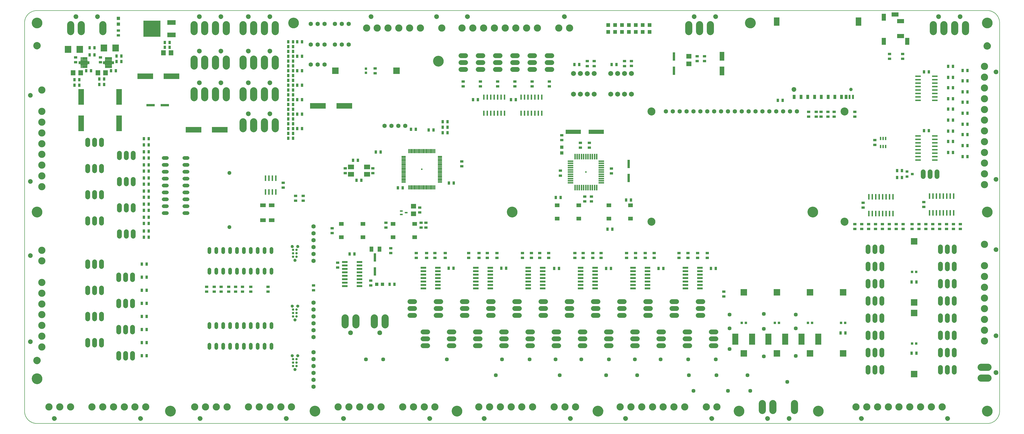
<source format=gts>
G75*
%MOIN*%
%OFA0B0*%
%FSLAX25Y25*%
%IPPOS*%
%LPD*%
%AMOC8*
5,1,8,0,0,1.08239X$1,22.5*
%
%ADD10C,0.00500*%
%ADD11C,0.00000*%
%ADD12C,0.11424*%
%ADD13R,0.06306X0.01187*%
%ADD14R,0.01187X0.06306*%
%ADD15R,0.04337X0.02369*%
%ADD16R,0.08668X0.07093*%
%ADD17R,0.03550X0.05124*%
%ADD18R,0.05124X0.03550*%
%ADD19R,0.07487X0.06699*%
%ADD20R,0.22054X0.06306*%
%ADD21R,0.03156X0.06306*%
%ADD22R,0.04337X0.06306*%
%ADD23R,0.08274X0.12211*%
%ADD24C,0.06699*%
%ADD25C,0.04731*%
%ADD26R,0.02369X0.08274*%
%ADD27R,0.01975X0.05124*%
%ADD28R,0.08274X0.02369*%
%ADD29R,0.08274X0.02762*%
%ADD30C,0.07000*%
%ADD31R,0.09400X0.09400*%
%ADD32C,0.05200*%
%ADD33R,0.12211X0.03550*%
%ADD34R,0.06699X0.07487*%
%ADD35R,0.02369X0.07487*%
%ADD36R,0.12211X0.06699*%
%ADD37R,0.24809X0.23235*%
%ADD38R,0.03550X0.12211*%
%ADD39R,0.05518X0.07487*%
%ADD40R,0.05124X0.05124*%
%ADD41C,0.10439*%
%ADD42R,0.06502X0.05518*%
%ADD43C,0.15400*%
%ADD44C,0.07200*%
%ADD45C,0.10450*%
%ADD46R,0.07880X0.01975*%
%ADD47R,0.01975X0.07880*%
%ADD48R,0.05715X0.05715*%
%ADD49C,0.10439*%
%ADD50C,0.06817*%
%ADD51C,0.06306*%
%ADD52C,0.03500*%
%ADD53C,0.04300*%
%ADD54R,0.07880X0.05518*%
%ADD55R,0.22841X0.08274*%
%ADD56R,0.08274X0.22841*%
%ADD57R,0.06699X0.12998*%
%ADD58C,0.00039*%
%ADD59R,0.09455X0.10243*%
%ADD60C,0.05400*%
%ADD61C,0.02369*%
%ADD62R,0.03550X0.03550*%
%ADD63R,0.08668X0.16148*%
%ADD64R,0.10243X0.06306*%
%ADD65R,0.06306X0.10243*%
%ADD66R,0.03943X0.03550*%
%ADD67OC8,0.05650*%
%ADD68C,0.05715*%
D10*
X0019800Y0001800D02*
X1397800Y0001800D01*
X1398235Y0001805D01*
X1398670Y0001821D01*
X1399104Y0001847D01*
X1399537Y0001884D01*
X1399970Y0001931D01*
X1400401Y0001989D01*
X1400830Y0002057D01*
X1401258Y0002135D01*
X1401684Y0002224D01*
X1402108Y0002323D01*
X1402529Y0002432D01*
X1402947Y0002552D01*
X1403362Y0002681D01*
X1403774Y0002820D01*
X1404183Y0002970D01*
X1404588Y0003129D01*
X1404989Y0003298D01*
X1405385Y0003476D01*
X1405777Y0003664D01*
X1406165Y0003862D01*
X1406548Y0004069D01*
X1406925Y0004285D01*
X1407298Y0004510D01*
X1407664Y0004744D01*
X1408025Y0004986D01*
X1408380Y0005238D01*
X1408729Y0005498D01*
X1409071Y0005766D01*
X1409407Y0006042D01*
X1409736Y0006327D01*
X1410058Y0006619D01*
X1410373Y0006919D01*
X1410681Y0007227D01*
X1410981Y0007542D01*
X1411273Y0007864D01*
X1411558Y0008193D01*
X1411834Y0008529D01*
X1412102Y0008871D01*
X1412362Y0009220D01*
X1412614Y0009575D01*
X1412856Y0009936D01*
X1413090Y0010302D01*
X1413315Y0010675D01*
X1413531Y0011052D01*
X1413738Y0011435D01*
X1413936Y0011823D01*
X1414124Y0012215D01*
X1414302Y0012611D01*
X1414471Y0013012D01*
X1414630Y0013417D01*
X1414780Y0013826D01*
X1414919Y0014238D01*
X1415048Y0014653D01*
X1415168Y0015071D01*
X1415277Y0015492D01*
X1415376Y0015916D01*
X1415465Y0016342D01*
X1415543Y0016770D01*
X1415611Y0017199D01*
X1415669Y0017630D01*
X1415716Y0018063D01*
X1415753Y0018496D01*
X1415779Y0018930D01*
X1415795Y0019365D01*
X1415800Y0019800D01*
X1415800Y0583300D01*
X1415795Y0583735D01*
X1415779Y0584170D01*
X1415753Y0584604D01*
X1415716Y0585037D01*
X1415669Y0585470D01*
X1415611Y0585901D01*
X1415543Y0586330D01*
X1415465Y0586758D01*
X1415376Y0587184D01*
X1415277Y0587608D01*
X1415168Y0588029D01*
X1415048Y0588447D01*
X1414919Y0588862D01*
X1414780Y0589274D01*
X1414630Y0589683D01*
X1414471Y0590088D01*
X1414302Y0590489D01*
X1414124Y0590885D01*
X1413936Y0591277D01*
X1413738Y0591665D01*
X1413531Y0592048D01*
X1413315Y0592425D01*
X1413090Y0592798D01*
X1412856Y0593164D01*
X1412614Y0593525D01*
X1412362Y0593880D01*
X1412102Y0594229D01*
X1411834Y0594571D01*
X1411558Y0594907D01*
X1411273Y0595236D01*
X1410981Y0595558D01*
X1410681Y0595873D01*
X1410373Y0596181D01*
X1410058Y0596481D01*
X1409736Y0596773D01*
X1409407Y0597058D01*
X1409071Y0597334D01*
X1408729Y0597602D01*
X1408380Y0597862D01*
X1408025Y0598114D01*
X1407664Y0598356D01*
X1407298Y0598590D01*
X1406925Y0598815D01*
X1406548Y0599031D01*
X1406165Y0599238D01*
X1405777Y0599436D01*
X1405385Y0599624D01*
X1404989Y0599802D01*
X1404588Y0599971D01*
X1404183Y0600130D01*
X1403774Y0600280D01*
X1403362Y0600419D01*
X1402947Y0600548D01*
X1402529Y0600668D01*
X1402108Y0600777D01*
X1401684Y0600876D01*
X1401258Y0600965D01*
X1400830Y0601043D01*
X1400401Y0601111D01*
X1399970Y0601169D01*
X1399537Y0601216D01*
X1399104Y0601253D01*
X1398670Y0601279D01*
X1398235Y0601295D01*
X1397800Y0601300D01*
X0019800Y0601300D01*
X0019365Y0601295D01*
X0018930Y0601279D01*
X0018496Y0601253D01*
X0018063Y0601216D01*
X0017630Y0601169D01*
X0017199Y0601111D01*
X0016770Y0601043D01*
X0016342Y0600965D01*
X0015916Y0600876D01*
X0015492Y0600777D01*
X0015071Y0600668D01*
X0014653Y0600548D01*
X0014238Y0600419D01*
X0013826Y0600280D01*
X0013417Y0600130D01*
X0013012Y0599971D01*
X0012611Y0599802D01*
X0012215Y0599624D01*
X0011823Y0599436D01*
X0011435Y0599238D01*
X0011052Y0599031D01*
X0010675Y0598815D01*
X0010302Y0598590D01*
X0009936Y0598356D01*
X0009575Y0598114D01*
X0009220Y0597862D01*
X0008871Y0597602D01*
X0008529Y0597334D01*
X0008193Y0597058D01*
X0007864Y0596773D01*
X0007542Y0596481D01*
X0007227Y0596181D01*
X0006919Y0595873D01*
X0006619Y0595558D01*
X0006327Y0595236D01*
X0006042Y0594907D01*
X0005766Y0594571D01*
X0005498Y0594229D01*
X0005238Y0593880D01*
X0004986Y0593525D01*
X0004744Y0593164D01*
X0004510Y0592798D01*
X0004285Y0592425D01*
X0004069Y0592048D01*
X0003862Y0591665D01*
X0003664Y0591277D01*
X0003476Y0590885D01*
X0003298Y0590489D01*
X0003129Y0590088D01*
X0002970Y0589683D01*
X0002820Y0589274D01*
X0002681Y0588862D01*
X0002552Y0588447D01*
X0002432Y0588029D01*
X0002323Y0587608D01*
X0002224Y0587184D01*
X0002135Y0586758D01*
X0002057Y0586330D01*
X0001989Y0585901D01*
X0001931Y0585470D01*
X0001884Y0585037D01*
X0001847Y0584604D01*
X0001821Y0584170D01*
X0001805Y0583735D01*
X0001800Y0583300D01*
X0001800Y0019800D01*
X0001805Y0019365D01*
X0001821Y0018930D01*
X0001847Y0018496D01*
X0001884Y0018063D01*
X0001931Y0017630D01*
X0001989Y0017199D01*
X0002057Y0016770D01*
X0002135Y0016342D01*
X0002224Y0015916D01*
X0002323Y0015492D01*
X0002432Y0015071D01*
X0002552Y0014653D01*
X0002681Y0014238D01*
X0002820Y0013826D01*
X0002970Y0013417D01*
X0003129Y0013012D01*
X0003298Y0012611D01*
X0003476Y0012215D01*
X0003664Y0011823D01*
X0003862Y0011435D01*
X0004069Y0011052D01*
X0004285Y0010675D01*
X0004510Y0010302D01*
X0004744Y0009936D01*
X0004986Y0009575D01*
X0005238Y0009220D01*
X0005498Y0008871D01*
X0005766Y0008529D01*
X0006042Y0008193D01*
X0006327Y0007864D01*
X0006619Y0007542D01*
X0006919Y0007227D01*
X0007227Y0006919D01*
X0007542Y0006619D01*
X0007864Y0006327D01*
X0008193Y0006042D01*
X0008529Y0005766D01*
X0008871Y0005498D01*
X0009220Y0005238D01*
X0009575Y0004986D01*
X0009936Y0004744D01*
X0010302Y0004510D01*
X0010675Y0004285D01*
X0011052Y0004069D01*
X0011435Y0003862D01*
X0011823Y0003664D01*
X0012215Y0003476D01*
X0012611Y0003298D01*
X0013012Y0003129D01*
X0013417Y0002970D01*
X0013826Y0002820D01*
X0014238Y0002681D01*
X0014653Y0002552D01*
X0015071Y0002432D01*
X0015492Y0002323D01*
X0015916Y0002224D01*
X0016342Y0002135D01*
X0016770Y0002057D01*
X0017199Y0001989D01*
X0017630Y0001931D01*
X0018063Y0001884D01*
X0018496Y0001847D01*
X0018930Y0001821D01*
X0019365Y0001805D01*
X0019800Y0001800D01*
X0019800Y0088300D02*
X0018932Y0088376D01*
X0018090Y0088602D01*
X0017300Y0088970D01*
X0016586Y0089470D01*
X0015970Y0090086D01*
X0015470Y0090800D01*
X0015102Y0091590D01*
X0014876Y0092432D01*
X0014800Y0093300D01*
X0014876Y0094168D01*
X0015102Y0095010D01*
X0015470Y0095800D01*
X0015970Y0096514D01*
X0016586Y0097130D01*
X0017300Y0097630D01*
X0018090Y0097998D01*
X0018932Y0098224D01*
X0019800Y0098300D01*
X0020668Y0098224D01*
X0021510Y0097998D01*
X0022300Y0097630D01*
X0023014Y0097130D01*
X0023630Y0096514D01*
X0024130Y0095800D01*
X0024498Y0095010D01*
X0024724Y0094168D01*
X0024800Y0093300D01*
X0024724Y0092432D01*
X0024498Y0091590D01*
X0024130Y0090800D01*
X0023630Y0090086D01*
X0023014Y0089470D01*
X0022300Y0088970D01*
X0021510Y0088602D01*
X0020668Y0088376D01*
X0019800Y0088300D01*
X0018316Y0088541D02*
X0021284Y0088541D01*
X0022399Y0089039D02*
X0017201Y0089039D01*
X0016518Y0089538D02*
X0023082Y0089538D01*
X0023581Y0090037D02*
X0016019Y0090037D01*
X0015655Y0090535D02*
X0023945Y0090535D01*
X0024239Y0091034D02*
X0015361Y0091034D01*
X0015129Y0091532D02*
X0024471Y0091532D01*
X0024617Y0092031D02*
X0014983Y0092031D01*
X0014867Y0092529D02*
X0024733Y0092529D01*
X0024776Y0093028D02*
X0014824Y0093028D01*
X0014820Y0093526D02*
X0024780Y0093526D01*
X0024737Y0094025D02*
X0014863Y0094025D01*
X0014971Y0094523D02*
X0024629Y0094523D01*
X0024493Y0095022D02*
X0015107Y0095022D01*
X0015339Y0095520D02*
X0024261Y0095520D01*
X0023977Y0096019D02*
X0015623Y0096019D01*
X0015973Y0096517D02*
X0023627Y0096517D01*
X0023128Y0097016D02*
X0016472Y0097016D01*
X0017134Y0097514D02*
X0022466Y0097514D01*
X0021457Y0098013D02*
X0018143Y0098013D01*
X0019800Y0545300D02*
X0020668Y0545376D01*
X0021510Y0545602D01*
X0022300Y0545970D01*
X0023014Y0546470D01*
X0023630Y0547086D01*
X0024130Y0547800D01*
X0024498Y0548590D01*
X0024724Y0549432D01*
X0024800Y0550300D01*
X0024724Y0551168D01*
X0024498Y0552010D01*
X0024130Y0552800D01*
X0023630Y0553514D01*
X0023014Y0554130D01*
X0022300Y0554630D01*
X0021510Y0554998D01*
X0020668Y0555224D01*
X0019800Y0555300D01*
X0018932Y0555224D01*
X0018090Y0554998D01*
X0017300Y0554630D01*
X0016586Y0554130D01*
X0015970Y0553514D01*
X0015470Y0552800D01*
X0015102Y0552010D01*
X0014876Y0551168D01*
X0014800Y0550300D01*
X0014876Y0549432D01*
X0015102Y0548590D01*
X0015470Y0547800D01*
X0015970Y0547086D01*
X0016586Y0546470D01*
X0017300Y0545970D01*
X0018090Y0545602D01*
X0018932Y0545376D01*
X0019800Y0545300D01*
X0017931Y0545676D02*
X0021669Y0545676D01*
X0022592Y0546174D02*
X0017008Y0546174D01*
X0016383Y0546673D02*
X0023217Y0546673D01*
X0023690Y0547171D02*
X0015910Y0547171D01*
X0015561Y0547670D02*
X0024039Y0547670D01*
X0024302Y0548168D02*
X0015298Y0548168D01*
X0015081Y0548667D02*
X0024519Y0548667D01*
X0024653Y0549165D02*
X0014947Y0549165D01*
X0014856Y0549664D02*
X0024744Y0549664D01*
X0024788Y0550162D02*
X0014812Y0550162D01*
X0014832Y0550661D02*
X0024768Y0550661D01*
X0024725Y0551159D02*
X0014875Y0551159D01*
X0015007Y0551658D02*
X0024593Y0551658D01*
X0024430Y0552156D02*
X0015170Y0552156D01*
X0015402Y0552655D02*
X0024198Y0552655D01*
X0023883Y0553154D02*
X0015717Y0553154D01*
X0016108Y0553652D02*
X0023492Y0553652D01*
X0022985Y0554151D02*
X0016615Y0554151D01*
X0017341Y0554649D02*
X0022259Y0554649D01*
X0020954Y0555148D02*
X0018646Y0555148D01*
X1245918Y0552509D02*
X1245918Y0560383D01*
X1249855Y0560383D01*
X1249855Y0552509D01*
X1245918Y0552509D01*
X1268162Y0562351D02*
X1268162Y0566288D01*
X1276036Y0566288D01*
X1276036Y0562351D01*
X1268162Y0562351D01*
X1279776Y0560383D02*
X1279776Y0552509D01*
X1283713Y0552509D01*
X1283713Y0560383D01*
X1279776Y0560383D01*
X1276036Y0584005D02*
X1268162Y0584005D01*
X1268162Y0587942D01*
X1276036Y0587942D01*
X1276036Y0584005D01*
X1268162Y0593454D02*
X1260288Y0593454D01*
X1260288Y0597391D01*
X1268162Y0597391D01*
X1268162Y0593454D01*
X1249855Y0595422D02*
X1249855Y0587548D01*
X1245918Y0587548D01*
X1245918Y0595422D01*
X1249855Y0595422D01*
X1393102Y0551510D02*
X1393470Y0552300D01*
X1393970Y0553014D01*
X1394586Y0553630D01*
X1395300Y0554130D01*
X1396090Y0554498D01*
X1396932Y0554724D01*
X1397800Y0554800D01*
X1398668Y0554724D01*
X1399510Y0554498D01*
X1400300Y0554130D01*
X1401014Y0553630D01*
X1401630Y0553014D01*
X1402130Y0552300D01*
X1402498Y0551510D01*
X1402724Y0550668D01*
X1402800Y0549800D01*
X1402724Y0548932D01*
X1402498Y0548090D01*
X1402130Y0547300D01*
X1401630Y0546586D01*
X1401014Y0545970D01*
X1400300Y0545470D01*
X1399510Y0545102D01*
X1398668Y0544876D01*
X1397800Y0544800D01*
X1396932Y0544876D01*
X1396090Y0545102D01*
X1395300Y0545470D01*
X1394586Y0545970D01*
X1393970Y0546586D01*
X1393470Y0547300D01*
X1393102Y0548090D01*
X1392876Y0548932D01*
X1392800Y0549800D01*
X1392876Y0550668D01*
X1393102Y0551510D01*
X1393170Y0551658D02*
X1402430Y0551658D01*
X1402592Y0551159D02*
X1393008Y0551159D01*
X1392875Y0550661D02*
X1402725Y0550661D01*
X1402768Y0550162D02*
X1392832Y0550162D01*
X1392812Y0549664D02*
X1402788Y0549664D01*
X1402744Y0549165D02*
X1392856Y0549165D01*
X1392947Y0548667D02*
X1402653Y0548667D01*
X1402520Y0548168D02*
X1393081Y0548168D01*
X1393297Y0547670D02*
X1402303Y0547670D01*
X1402040Y0547171D02*
X1393560Y0547171D01*
X1393909Y0546673D02*
X1401691Y0546673D01*
X1401219Y0546174D02*
X1394381Y0546174D01*
X1395006Y0545676D02*
X1400594Y0545676D01*
X1399673Y0545177D02*
X1395927Y0545177D01*
X1393403Y0552156D02*
X1402197Y0552156D01*
X1401882Y0552655D02*
X1393718Y0552655D01*
X1394109Y0553154D02*
X1401491Y0553154D01*
X1400983Y0553652D02*
X1394617Y0553652D01*
X1395344Y0554151D02*
X1400256Y0554151D01*
X1398948Y0554649D02*
X1396652Y0554649D01*
D11*
X1390300Y0583300D02*
X1390302Y0583484D01*
X1390309Y0583668D01*
X1390320Y0583852D01*
X1390336Y0584035D01*
X1390356Y0584218D01*
X1390381Y0584400D01*
X1390410Y0584582D01*
X1390444Y0584763D01*
X1390482Y0584943D01*
X1390525Y0585122D01*
X1390572Y0585300D01*
X1390623Y0585477D01*
X1390679Y0585653D01*
X1390738Y0585827D01*
X1390803Y0585999D01*
X1390871Y0586170D01*
X1390943Y0586339D01*
X1391020Y0586507D01*
X1391101Y0586672D01*
X1391186Y0586835D01*
X1391274Y0586997D01*
X1391367Y0587156D01*
X1391464Y0587312D01*
X1391564Y0587467D01*
X1391668Y0587619D01*
X1391776Y0587768D01*
X1391887Y0587914D01*
X1392002Y0588058D01*
X1392121Y0588199D01*
X1392243Y0588337D01*
X1392368Y0588472D01*
X1392497Y0588603D01*
X1392628Y0588732D01*
X1392763Y0588857D01*
X1392901Y0588979D01*
X1393042Y0589098D01*
X1393186Y0589213D01*
X1393332Y0589324D01*
X1393481Y0589432D01*
X1393633Y0589536D01*
X1393788Y0589636D01*
X1393944Y0589733D01*
X1394103Y0589826D01*
X1394265Y0589914D01*
X1394428Y0589999D01*
X1394593Y0590080D01*
X1394761Y0590157D01*
X1394930Y0590229D01*
X1395101Y0590297D01*
X1395273Y0590362D01*
X1395447Y0590421D01*
X1395623Y0590477D01*
X1395800Y0590528D01*
X1395978Y0590575D01*
X1396157Y0590618D01*
X1396337Y0590656D01*
X1396518Y0590690D01*
X1396700Y0590719D01*
X1396882Y0590744D01*
X1397065Y0590764D01*
X1397248Y0590780D01*
X1397432Y0590791D01*
X1397616Y0590798D01*
X1397800Y0590800D01*
X1397984Y0590798D01*
X1398168Y0590791D01*
X1398352Y0590780D01*
X1398535Y0590764D01*
X1398718Y0590744D01*
X1398900Y0590719D01*
X1399082Y0590690D01*
X1399263Y0590656D01*
X1399443Y0590618D01*
X1399622Y0590575D01*
X1399800Y0590528D01*
X1399977Y0590477D01*
X1400153Y0590421D01*
X1400327Y0590362D01*
X1400499Y0590297D01*
X1400670Y0590229D01*
X1400839Y0590157D01*
X1401007Y0590080D01*
X1401172Y0589999D01*
X1401335Y0589914D01*
X1401497Y0589826D01*
X1401656Y0589733D01*
X1401812Y0589636D01*
X1401967Y0589536D01*
X1402119Y0589432D01*
X1402268Y0589324D01*
X1402414Y0589213D01*
X1402558Y0589098D01*
X1402699Y0588979D01*
X1402837Y0588857D01*
X1402972Y0588732D01*
X1403103Y0588603D01*
X1403232Y0588472D01*
X1403357Y0588337D01*
X1403479Y0588199D01*
X1403598Y0588058D01*
X1403713Y0587914D01*
X1403824Y0587768D01*
X1403932Y0587619D01*
X1404036Y0587467D01*
X1404136Y0587312D01*
X1404233Y0587156D01*
X1404326Y0586997D01*
X1404414Y0586835D01*
X1404499Y0586672D01*
X1404580Y0586507D01*
X1404657Y0586339D01*
X1404729Y0586170D01*
X1404797Y0585999D01*
X1404862Y0585827D01*
X1404921Y0585653D01*
X1404977Y0585477D01*
X1405028Y0585300D01*
X1405075Y0585122D01*
X1405118Y0584943D01*
X1405156Y0584763D01*
X1405190Y0584582D01*
X1405219Y0584400D01*
X1405244Y0584218D01*
X1405264Y0584035D01*
X1405280Y0583852D01*
X1405291Y0583668D01*
X1405298Y0583484D01*
X1405300Y0583300D01*
X1405298Y0583116D01*
X1405291Y0582932D01*
X1405280Y0582748D01*
X1405264Y0582565D01*
X1405244Y0582382D01*
X1405219Y0582200D01*
X1405190Y0582018D01*
X1405156Y0581837D01*
X1405118Y0581657D01*
X1405075Y0581478D01*
X1405028Y0581300D01*
X1404977Y0581123D01*
X1404921Y0580947D01*
X1404862Y0580773D01*
X1404797Y0580601D01*
X1404729Y0580430D01*
X1404657Y0580261D01*
X1404580Y0580093D01*
X1404499Y0579928D01*
X1404414Y0579765D01*
X1404326Y0579603D01*
X1404233Y0579444D01*
X1404136Y0579288D01*
X1404036Y0579133D01*
X1403932Y0578981D01*
X1403824Y0578832D01*
X1403713Y0578686D01*
X1403598Y0578542D01*
X1403479Y0578401D01*
X1403357Y0578263D01*
X1403232Y0578128D01*
X1403103Y0577997D01*
X1402972Y0577868D01*
X1402837Y0577743D01*
X1402699Y0577621D01*
X1402558Y0577502D01*
X1402414Y0577387D01*
X1402268Y0577276D01*
X1402119Y0577168D01*
X1401967Y0577064D01*
X1401812Y0576964D01*
X1401656Y0576867D01*
X1401497Y0576774D01*
X1401335Y0576686D01*
X1401172Y0576601D01*
X1401007Y0576520D01*
X1400839Y0576443D01*
X1400670Y0576371D01*
X1400499Y0576303D01*
X1400327Y0576238D01*
X1400153Y0576179D01*
X1399977Y0576123D01*
X1399800Y0576072D01*
X1399622Y0576025D01*
X1399443Y0575982D01*
X1399263Y0575944D01*
X1399082Y0575910D01*
X1398900Y0575881D01*
X1398718Y0575856D01*
X1398535Y0575836D01*
X1398352Y0575820D01*
X1398168Y0575809D01*
X1397984Y0575802D01*
X1397800Y0575800D01*
X1397616Y0575802D01*
X1397432Y0575809D01*
X1397248Y0575820D01*
X1397065Y0575836D01*
X1396882Y0575856D01*
X1396700Y0575881D01*
X1396518Y0575910D01*
X1396337Y0575944D01*
X1396157Y0575982D01*
X1395978Y0576025D01*
X1395800Y0576072D01*
X1395623Y0576123D01*
X1395447Y0576179D01*
X1395273Y0576238D01*
X1395101Y0576303D01*
X1394930Y0576371D01*
X1394761Y0576443D01*
X1394593Y0576520D01*
X1394428Y0576601D01*
X1394265Y0576686D01*
X1394103Y0576774D01*
X1393944Y0576867D01*
X1393788Y0576964D01*
X1393633Y0577064D01*
X1393481Y0577168D01*
X1393332Y0577276D01*
X1393186Y0577387D01*
X1393042Y0577502D01*
X1392901Y0577621D01*
X1392763Y0577743D01*
X1392628Y0577868D01*
X1392497Y0577997D01*
X1392368Y0578128D01*
X1392243Y0578263D01*
X1392121Y0578401D01*
X1392002Y0578542D01*
X1391887Y0578686D01*
X1391776Y0578832D01*
X1391668Y0578981D01*
X1391564Y0579133D01*
X1391464Y0579288D01*
X1391367Y0579444D01*
X1391274Y0579603D01*
X1391186Y0579765D01*
X1391101Y0579928D01*
X1391020Y0580093D01*
X1390943Y0580261D01*
X1390871Y0580430D01*
X1390803Y0580601D01*
X1390738Y0580773D01*
X1390679Y0580947D01*
X1390623Y0581123D01*
X1390572Y0581300D01*
X1390525Y0581478D01*
X1390482Y0581657D01*
X1390444Y0581837D01*
X1390410Y0582018D01*
X1390381Y0582200D01*
X1390356Y0582382D01*
X1390336Y0582565D01*
X1390320Y0582748D01*
X1390309Y0582932D01*
X1390302Y0583116D01*
X1390300Y0583300D01*
X1355241Y0592493D02*
X1355243Y0592605D01*
X1355249Y0592716D01*
X1355259Y0592828D01*
X1355273Y0592939D01*
X1355290Y0593049D01*
X1355312Y0593159D01*
X1355338Y0593268D01*
X1355367Y0593376D01*
X1355400Y0593482D01*
X1355437Y0593588D01*
X1355478Y0593692D01*
X1355523Y0593795D01*
X1355571Y0593896D01*
X1355622Y0593995D01*
X1355677Y0594092D01*
X1355736Y0594187D01*
X1355797Y0594281D01*
X1355862Y0594372D01*
X1355931Y0594460D01*
X1356002Y0594546D01*
X1356076Y0594630D01*
X1356154Y0594710D01*
X1356234Y0594788D01*
X1356317Y0594864D01*
X1356402Y0594936D01*
X1356490Y0595005D01*
X1356580Y0595071D01*
X1356673Y0595133D01*
X1356768Y0595193D01*
X1356865Y0595249D01*
X1356963Y0595301D01*
X1357064Y0595350D01*
X1357166Y0595395D01*
X1357270Y0595437D01*
X1357375Y0595475D01*
X1357482Y0595509D01*
X1357589Y0595539D01*
X1357698Y0595566D01*
X1357807Y0595588D01*
X1357918Y0595607D01*
X1358028Y0595622D01*
X1358140Y0595633D01*
X1358251Y0595640D01*
X1358363Y0595643D01*
X1358475Y0595642D01*
X1358587Y0595637D01*
X1358698Y0595628D01*
X1358809Y0595615D01*
X1358920Y0595598D01*
X1359030Y0595578D01*
X1359139Y0595553D01*
X1359247Y0595525D01*
X1359354Y0595492D01*
X1359460Y0595456D01*
X1359564Y0595416D01*
X1359667Y0595373D01*
X1359769Y0595326D01*
X1359868Y0595275D01*
X1359966Y0595221D01*
X1360062Y0595163D01*
X1360156Y0595102D01*
X1360247Y0595038D01*
X1360336Y0594971D01*
X1360423Y0594900D01*
X1360507Y0594826D01*
X1360589Y0594750D01*
X1360667Y0594670D01*
X1360743Y0594588D01*
X1360816Y0594503D01*
X1360886Y0594416D01*
X1360952Y0594326D01*
X1361016Y0594234D01*
X1361076Y0594140D01*
X1361133Y0594044D01*
X1361186Y0593945D01*
X1361236Y0593845D01*
X1361282Y0593744D01*
X1361325Y0593640D01*
X1361364Y0593535D01*
X1361399Y0593429D01*
X1361430Y0593322D01*
X1361458Y0593213D01*
X1361481Y0593104D01*
X1361501Y0592994D01*
X1361517Y0592883D01*
X1361529Y0592772D01*
X1361537Y0592661D01*
X1361541Y0592549D01*
X1361541Y0592437D01*
X1361537Y0592325D01*
X1361529Y0592214D01*
X1361517Y0592103D01*
X1361501Y0591992D01*
X1361481Y0591882D01*
X1361458Y0591773D01*
X1361430Y0591664D01*
X1361399Y0591557D01*
X1361364Y0591451D01*
X1361325Y0591346D01*
X1361282Y0591242D01*
X1361236Y0591141D01*
X1361186Y0591041D01*
X1361133Y0590942D01*
X1361076Y0590846D01*
X1361016Y0590752D01*
X1360952Y0590660D01*
X1360886Y0590570D01*
X1360816Y0590483D01*
X1360743Y0590398D01*
X1360667Y0590316D01*
X1360589Y0590236D01*
X1360507Y0590160D01*
X1360423Y0590086D01*
X1360336Y0590015D01*
X1360247Y0589948D01*
X1360156Y0589884D01*
X1360062Y0589823D01*
X1359966Y0589765D01*
X1359868Y0589711D01*
X1359769Y0589660D01*
X1359667Y0589613D01*
X1359564Y0589570D01*
X1359460Y0589530D01*
X1359354Y0589494D01*
X1359247Y0589461D01*
X1359139Y0589433D01*
X1359030Y0589408D01*
X1358920Y0589388D01*
X1358809Y0589371D01*
X1358698Y0589358D01*
X1358587Y0589349D01*
X1358475Y0589344D01*
X1358363Y0589343D01*
X1358251Y0589346D01*
X1358140Y0589353D01*
X1358028Y0589364D01*
X1357918Y0589379D01*
X1357807Y0589398D01*
X1357698Y0589420D01*
X1357589Y0589447D01*
X1357482Y0589477D01*
X1357375Y0589511D01*
X1357270Y0589549D01*
X1357166Y0589591D01*
X1357064Y0589636D01*
X1356963Y0589685D01*
X1356865Y0589737D01*
X1356768Y0589793D01*
X1356673Y0589853D01*
X1356580Y0589915D01*
X1356490Y0589981D01*
X1356402Y0590050D01*
X1356317Y0590122D01*
X1356234Y0590198D01*
X1356154Y0590276D01*
X1356076Y0590356D01*
X1356002Y0590440D01*
X1355931Y0590526D01*
X1355862Y0590614D01*
X1355797Y0590705D01*
X1355736Y0590799D01*
X1355677Y0590894D01*
X1355622Y0590991D01*
X1355571Y0591090D01*
X1355523Y0591191D01*
X1355478Y0591294D01*
X1355437Y0591398D01*
X1355400Y0591504D01*
X1355367Y0591610D01*
X1355338Y0591718D01*
X1355312Y0591827D01*
X1355290Y0591937D01*
X1355273Y0592047D01*
X1355259Y0592158D01*
X1355249Y0592270D01*
X1355243Y0592381D01*
X1355241Y0592493D01*
X1324059Y0592493D02*
X1324061Y0592605D01*
X1324067Y0592716D01*
X1324077Y0592828D01*
X1324091Y0592939D01*
X1324108Y0593049D01*
X1324130Y0593159D01*
X1324156Y0593268D01*
X1324185Y0593376D01*
X1324218Y0593482D01*
X1324255Y0593588D01*
X1324296Y0593692D01*
X1324341Y0593795D01*
X1324389Y0593896D01*
X1324440Y0593995D01*
X1324495Y0594092D01*
X1324554Y0594187D01*
X1324615Y0594281D01*
X1324680Y0594372D01*
X1324749Y0594460D01*
X1324820Y0594546D01*
X1324894Y0594630D01*
X1324972Y0594710D01*
X1325052Y0594788D01*
X1325135Y0594864D01*
X1325220Y0594936D01*
X1325308Y0595005D01*
X1325398Y0595071D01*
X1325491Y0595133D01*
X1325586Y0595193D01*
X1325683Y0595249D01*
X1325781Y0595301D01*
X1325882Y0595350D01*
X1325984Y0595395D01*
X1326088Y0595437D01*
X1326193Y0595475D01*
X1326300Y0595509D01*
X1326407Y0595539D01*
X1326516Y0595566D01*
X1326625Y0595588D01*
X1326736Y0595607D01*
X1326846Y0595622D01*
X1326958Y0595633D01*
X1327069Y0595640D01*
X1327181Y0595643D01*
X1327293Y0595642D01*
X1327405Y0595637D01*
X1327516Y0595628D01*
X1327627Y0595615D01*
X1327738Y0595598D01*
X1327848Y0595578D01*
X1327957Y0595553D01*
X1328065Y0595525D01*
X1328172Y0595492D01*
X1328278Y0595456D01*
X1328382Y0595416D01*
X1328485Y0595373D01*
X1328587Y0595326D01*
X1328686Y0595275D01*
X1328784Y0595221D01*
X1328880Y0595163D01*
X1328974Y0595102D01*
X1329065Y0595038D01*
X1329154Y0594971D01*
X1329241Y0594900D01*
X1329325Y0594826D01*
X1329407Y0594750D01*
X1329485Y0594670D01*
X1329561Y0594588D01*
X1329634Y0594503D01*
X1329704Y0594416D01*
X1329770Y0594326D01*
X1329834Y0594234D01*
X1329894Y0594140D01*
X1329951Y0594044D01*
X1330004Y0593945D01*
X1330054Y0593845D01*
X1330100Y0593744D01*
X1330143Y0593640D01*
X1330182Y0593535D01*
X1330217Y0593429D01*
X1330248Y0593322D01*
X1330276Y0593213D01*
X1330299Y0593104D01*
X1330319Y0592994D01*
X1330335Y0592883D01*
X1330347Y0592772D01*
X1330355Y0592661D01*
X1330359Y0592549D01*
X1330359Y0592437D01*
X1330355Y0592325D01*
X1330347Y0592214D01*
X1330335Y0592103D01*
X1330319Y0591992D01*
X1330299Y0591882D01*
X1330276Y0591773D01*
X1330248Y0591664D01*
X1330217Y0591557D01*
X1330182Y0591451D01*
X1330143Y0591346D01*
X1330100Y0591242D01*
X1330054Y0591141D01*
X1330004Y0591041D01*
X1329951Y0590942D01*
X1329894Y0590846D01*
X1329834Y0590752D01*
X1329770Y0590660D01*
X1329704Y0590570D01*
X1329634Y0590483D01*
X1329561Y0590398D01*
X1329485Y0590316D01*
X1329407Y0590236D01*
X1329325Y0590160D01*
X1329241Y0590086D01*
X1329154Y0590015D01*
X1329065Y0589948D01*
X1328974Y0589884D01*
X1328880Y0589823D01*
X1328784Y0589765D01*
X1328686Y0589711D01*
X1328587Y0589660D01*
X1328485Y0589613D01*
X1328382Y0589570D01*
X1328278Y0589530D01*
X1328172Y0589494D01*
X1328065Y0589461D01*
X1327957Y0589433D01*
X1327848Y0589408D01*
X1327738Y0589388D01*
X1327627Y0589371D01*
X1327516Y0589358D01*
X1327405Y0589349D01*
X1327293Y0589344D01*
X1327181Y0589343D01*
X1327069Y0589346D01*
X1326958Y0589353D01*
X1326846Y0589364D01*
X1326736Y0589379D01*
X1326625Y0589398D01*
X1326516Y0589420D01*
X1326407Y0589447D01*
X1326300Y0589477D01*
X1326193Y0589511D01*
X1326088Y0589549D01*
X1325984Y0589591D01*
X1325882Y0589636D01*
X1325781Y0589685D01*
X1325683Y0589737D01*
X1325586Y0589793D01*
X1325491Y0589853D01*
X1325398Y0589915D01*
X1325308Y0589981D01*
X1325220Y0590050D01*
X1325135Y0590122D01*
X1325052Y0590198D01*
X1324972Y0590276D01*
X1324894Y0590356D01*
X1324820Y0590440D01*
X1324749Y0590526D01*
X1324680Y0590614D01*
X1324615Y0590705D01*
X1324554Y0590799D01*
X1324495Y0590894D01*
X1324440Y0590991D01*
X1324389Y0591090D01*
X1324341Y0591191D01*
X1324296Y0591294D01*
X1324255Y0591398D01*
X1324218Y0591504D01*
X1324185Y0591610D01*
X1324156Y0591718D01*
X1324130Y0591827D01*
X1324108Y0591937D01*
X1324091Y0592047D01*
X1324077Y0592158D01*
X1324067Y0592270D01*
X1324061Y0592381D01*
X1324059Y0592493D01*
X1407343Y0512253D02*
X1407345Y0512365D01*
X1407351Y0512476D01*
X1407361Y0512588D01*
X1407375Y0512699D01*
X1407392Y0512809D01*
X1407414Y0512919D01*
X1407440Y0513028D01*
X1407469Y0513136D01*
X1407502Y0513242D01*
X1407539Y0513348D01*
X1407580Y0513452D01*
X1407625Y0513555D01*
X1407673Y0513656D01*
X1407724Y0513755D01*
X1407779Y0513852D01*
X1407838Y0513947D01*
X1407899Y0514041D01*
X1407964Y0514132D01*
X1408033Y0514220D01*
X1408104Y0514306D01*
X1408178Y0514390D01*
X1408256Y0514470D01*
X1408336Y0514548D01*
X1408419Y0514624D01*
X1408504Y0514696D01*
X1408592Y0514765D01*
X1408682Y0514831D01*
X1408775Y0514893D01*
X1408870Y0514953D01*
X1408967Y0515009D01*
X1409065Y0515061D01*
X1409166Y0515110D01*
X1409268Y0515155D01*
X1409372Y0515197D01*
X1409477Y0515235D01*
X1409584Y0515269D01*
X1409691Y0515299D01*
X1409800Y0515326D01*
X1409909Y0515348D01*
X1410020Y0515367D01*
X1410130Y0515382D01*
X1410242Y0515393D01*
X1410353Y0515400D01*
X1410465Y0515403D01*
X1410577Y0515402D01*
X1410689Y0515397D01*
X1410800Y0515388D01*
X1410911Y0515375D01*
X1411022Y0515358D01*
X1411132Y0515338D01*
X1411241Y0515313D01*
X1411349Y0515285D01*
X1411456Y0515252D01*
X1411562Y0515216D01*
X1411666Y0515176D01*
X1411769Y0515133D01*
X1411871Y0515086D01*
X1411970Y0515035D01*
X1412068Y0514981D01*
X1412164Y0514923D01*
X1412258Y0514862D01*
X1412349Y0514798D01*
X1412438Y0514731D01*
X1412525Y0514660D01*
X1412609Y0514586D01*
X1412691Y0514510D01*
X1412769Y0514430D01*
X1412845Y0514348D01*
X1412918Y0514263D01*
X1412988Y0514176D01*
X1413054Y0514086D01*
X1413118Y0513994D01*
X1413178Y0513900D01*
X1413235Y0513804D01*
X1413288Y0513705D01*
X1413338Y0513605D01*
X1413384Y0513504D01*
X1413427Y0513400D01*
X1413466Y0513295D01*
X1413501Y0513189D01*
X1413532Y0513082D01*
X1413560Y0512973D01*
X1413583Y0512864D01*
X1413603Y0512754D01*
X1413619Y0512643D01*
X1413631Y0512532D01*
X1413639Y0512421D01*
X1413643Y0512309D01*
X1413643Y0512197D01*
X1413639Y0512085D01*
X1413631Y0511974D01*
X1413619Y0511863D01*
X1413603Y0511752D01*
X1413583Y0511642D01*
X1413560Y0511533D01*
X1413532Y0511424D01*
X1413501Y0511317D01*
X1413466Y0511211D01*
X1413427Y0511106D01*
X1413384Y0511002D01*
X1413338Y0510901D01*
X1413288Y0510801D01*
X1413235Y0510702D01*
X1413178Y0510606D01*
X1413118Y0510512D01*
X1413054Y0510420D01*
X1412988Y0510330D01*
X1412918Y0510243D01*
X1412845Y0510158D01*
X1412769Y0510076D01*
X1412691Y0509996D01*
X1412609Y0509920D01*
X1412525Y0509846D01*
X1412438Y0509775D01*
X1412349Y0509708D01*
X1412258Y0509644D01*
X1412164Y0509583D01*
X1412068Y0509525D01*
X1411970Y0509471D01*
X1411871Y0509420D01*
X1411769Y0509373D01*
X1411666Y0509330D01*
X1411562Y0509290D01*
X1411456Y0509254D01*
X1411349Y0509221D01*
X1411241Y0509193D01*
X1411132Y0509168D01*
X1411022Y0509148D01*
X1410911Y0509131D01*
X1410800Y0509118D01*
X1410689Y0509109D01*
X1410577Y0509104D01*
X1410465Y0509103D01*
X1410353Y0509106D01*
X1410242Y0509113D01*
X1410130Y0509124D01*
X1410020Y0509139D01*
X1409909Y0509158D01*
X1409800Y0509180D01*
X1409691Y0509207D01*
X1409584Y0509237D01*
X1409477Y0509271D01*
X1409372Y0509309D01*
X1409268Y0509351D01*
X1409166Y0509396D01*
X1409065Y0509445D01*
X1408967Y0509497D01*
X1408870Y0509553D01*
X1408775Y0509613D01*
X1408682Y0509675D01*
X1408592Y0509741D01*
X1408504Y0509810D01*
X1408419Y0509882D01*
X1408336Y0509958D01*
X1408256Y0510036D01*
X1408178Y0510116D01*
X1408104Y0510200D01*
X1408033Y0510286D01*
X1407964Y0510374D01*
X1407899Y0510465D01*
X1407838Y0510559D01*
X1407779Y0510654D01*
X1407724Y0510751D01*
X1407673Y0510850D01*
X1407625Y0510951D01*
X1407580Y0511054D01*
X1407539Y0511158D01*
X1407502Y0511264D01*
X1407469Y0511370D01*
X1407440Y0511478D01*
X1407414Y0511587D01*
X1407392Y0511697D01*
X1407375Y0511807D01*
X1407361Y0511918D01*
X1407351Y0512030D01*
X1407345Y0512141D01*
X1407343Y0512253D01*
X1197911Y0486824D02*
X1197913Y0486917D01*
X1197919Y0487009D01*
X1197929Y0487101D01*
X1197943Y0487192D01*
X1197960Y0487283D01*
X1197982Y0487373D01*
X1198007Y0487462D01*
X1198036Y0487550D01*
X1198069Y0487636D01*
X1198106Y0487721D01*
X1198146Y0487805D01*
X1198190Y0487886D01*
X1198237Y0487966D01*
X1198287Y0488044D01*
X1198341Y0488119D01*
X1198398Y0488192D01*
X1198458Y0488262D01*
X1198521Y0488330D01*
X1198587Y0488395D01*
X1198655Y0488457D01*
X1198726Y0488517D01*
X1198800Y0488573D01*
X1198876Y0488626D01*
X1198954Y0488675D01*
X1199034Y0488722D01*
X1199116Y0488764D01*
X1199200Y0488804D01*
X1199285Y0488839D01*
X1199372Y0488871D01*
X1199460Y0488900D01*
X1199549Y0488924D01*
X1199639Y0488945D01*
X1199730Y0488961D01*
X1199822Y0488974D01*
X1199914Y0488983D01*
X1200007Y0488988D01*
X1200099Y0488989D01*
X1200192Y0488986D01*
X1200284Y0488979D01*
X1200376Y0488968D01*
X1200467Y0488953D01*
X1200558Y0488935D01*
X1200648Y0488912D01*
X1200736Y0488886D01*
X1200824Y0488856D01*
X1200910Y0488822D01*
X1200994Y0488785D01*
X1201077Y0488743D01*
X1201158Y0488699D01*
X1201238Y0488651D01*
X1201315Y0488600D01*
X1201389Y0488545D01*
X1201462Y0488487D01*
X1201532Y0488427D01*
X1201599Y0488363D01*
X1201663Y0488297D01*
X1201725Y0488227D01*
X1201783Y0488156D01*
X1201838Y0488082D01*
X1201890Y0488005D01*
X1201939Y0487926D01*
X1201985Y0487846D01*
X1202027Y0487763D01*
X1202065Y0487679D01*
X1202100Y0487593D01*
X1202131Y0487506D01*
X1202158Y0487418D01*
X1202181Y0487328D01*
X1202201Y0487238D01*
X1202217Y0487147D01*
X1202229Y0487055D01*
X1202237Y0486963D01*
X1202241Y0486870D01*
X1202241Y0486778D01*
X1202237Y0486685D01*
X1202229Y0486593D01*
X1202217Y0486501D01*
X1202201Y0486410D01*
X1202181Y0486320D01*
X1202158Y0486230D01*
X1202131Y0486142D01*
X1202100Y0486055D01*
X1202065Y0485969D01*
X1202027Y0485885D01*
X1201985Y0485802D01*
X1201939Y0485722D01*
X1201890Y0485643D01*
X1201838Y0485566D01*
X1201783Y0485492D01*
X1201725Y0485421D01*
X1201663Y0485351D01*
X1201599Y0485285D01*
X1201532Y0485221D01*
X1201462Y0485161D01*
X1201389Y0485103D01*
X1201315Y0485048D01*
X1201238Y0484997D01*
X1201159Y0484949D01*
X1201077Y0484905D01*
X1200994Y0484863D01*
X1200910Y0484826D01*
X1200824Y0484792D01*
X1200736Y0484762D01*
X1200648Y0484736D01*
X1200558Y0484713D01*
X1200467Y0484695D01*
X1200376Y0484680D01*
X1200284Y0484669D01*
X1200192Y0484662D01*
X1200099Y0484659D01*
X1200007Y0484660D01*
X1199914Y0484665D01*
X1199822Y0484674D01*
X1199730Y0484687D01*
X1199639Y0484703D01*
X1199549Y0484724D01*
X1199460Y0484748D01*
X1199372Y0484777D01*
X1199285Y0484809D01*
X1199200Y0484844D01*
X1199116Y0484884D01*
X1199034Y0484926D01*
X1198954Y0484973D01*
X1198876Y0485022D01*
X1198800Y0485075D01*
X1198726Y0485131D01*
X1198655Y0485191D01*
X1198587Y0485253D01*
X1198521Y0485318D01*
X1198458Y0485386D01*
X1198398Y0485456D01*
X1198341Y0485529D01*
X1198287Y0485604D01*
X1198237Y0485682D01*
X1198190Y0485762D01*
X1198146Y0485843D01*
X1198106Y0485927D01*
X1198069Y0486012D01*
X1198036Y0486098D01*
X1198007Y0486186D01*
X1197982Y0486275D01*
X1197960Y0486365D01*
X1197943Y0486456D01*
X1197929Y0486547D01*
X1197919Y0486639D01*
X1197913Y0486731D01*
X1197911Y0486824D01*
X1185288Y0454800D02*
X1185290Y0454948D01*
X1185296Y0455096D01*
X1185306Y0455244D01*
X1185320Y0455391D01*
X1185338Y0455538D01*
X1185359Y0455684D01*
X1185385Y0455830D01*
X1185415Y0455975D01*
X1185448Y0456119D01*
X1185486Y0456262D01*
X1185527Y0456404D01*
X1185572Y0456545D01*
X1185620Y0456685D01*
X1185673Y0456824D01*
X1185729Y0456961D01*
X1185789Y0457096D01*
X1185852Y0457230D01*
X1185919Y0457362D01*
X1185990Y0457492D01*
X1186064Y0457620D01*
X1186141Y0457746D01*
X1186222Y0457870D01*
X1186306Y0457992D01*
X1186393Y0458111D01*
X1186484Y0458228D01*
X1186578Y0458343D01*
X1186674Y0458455D01*
X1186774Y0458565D01*
X1186876Y0458671D01*
X1186982Y0458775D01*
X1187090Y0458876D01*
X1187201Y0458974D01*
X1187314Y0459070D01*
X1187430Y0459162D01*
X1187548Y0459251D01*
X1187669Y0459336D01*
X1187792Y0459419D01*
X1187917Y0459498D01*
X1188044Y0459574D01*
X1188173Y0459646D01*
X1188304Y0459715D01*
X1188437Y0459780D01*
X1188572Y0459841D01*
X1188708Y0459899D01*
X1188845Y0459954D01*
X1188984Y0460004D01*
X1189125Y0460051D01*
X1189266Y0460094D01*
X1189409Y0460134D01*
X1189553Y0460169D01*
X1189697Y0460201D01*
X1189843Y0460228D01*
X1189989Y0460252D01*
X1190136Y0460272D01*
X1190283Y0460288D01*
X1190430Y0460300D01*
X1190578Y0460308D01*
X1190726Y0460312D01*
X1190874Y0460312D01*
X1191022Y0460308D01*
X1191170Y0460300D01*
X1191317Y0460288D01*
X1191464Y0460272D01*
X1191611Y0460252D01*
X1191757Y0460228D01*
X1191903Y0460201D01*
X1192047Y0460169D01*
X1192191Y0460134D01*
X1192334Y0460094D01*
X1192475Y0460051D01*
X1192616Y0460004D01*
X1192755Y0459954D01*
X1192892Y0459899D01*
X1193028Y0459841D01*
X1193163Y0459780D01*
X1193296Y0459715D01*
X1193427Y0459646D01*
X1193556Y0459574D01*
X1193683Y0459498D01*
X1193808Y0459419D01*
X1193931Y0459336D01*
X1194052Y0459251D01*
X1194170Y0459162D01*
X1194286Y0459070D01*
X1194399Y0458974D01*
X1194510Y0458876D01*
X1194618Y0458775D01*
X1194724Y0458671D01*
X1194826Y0458565D01*
X1194926Y0458455D01*
X1195022Y0458343D01*
X1195116Y0458228D01*
X1195207Y0458111D01*
X1195294Y0457992D01*
X1195378Y0457870D01*
X1195459Y0457746D01*
X1195536Y0457620D01*
X1195610Y0457492D01*
X1195681Y0457362D01*
X1195748Y0457230D01*
X1195811Y0457096D01*
X1195871Y0456961D01*
X1195927Y0456824D01*
X1195980Y0456685D01*
X1196028Y0456545D01*
X1196073Y0456404D01*
X1196114Y0456262D01*
X1196152Y0456119D01*
X1196185Y0455975D01*
X1196215Y0455830D01*
X1196241Y0455684D01*
X1196262Y0455538D01*
X1196280Y0455391D01*
X1196294Y0455244D01*
X1196304Y0455096D01*
X1196310Y0454948D01*
X1196312Y0454800D01*
X1196310Y0454652D01*
X1196304Y0454504D01*
X1196294Y0454356D01*
X1196280Y0454209D01*
X1196262Y0454062D01*
X1196241Y0453916D01*
X1196215Y0453770D01*
X1196185Y0453625D01*
X1196152Y0453481D01*
X1196114Y0453338D01*
X1196073Y0453196D01*
X1196028Y0453055D01*
X1195980Y0452915D01*
X1195927Y0452776D01*
X1195871Y0452639D01*
X1195811Y0452504D01*
X1195748Y0452370D01*
X1195681Y0452238D01*
X1195610Y0452108D01*
X1195536Y0451980D01*
X1195459Y0451854D01*
X1195378Y0451730D01*
X1195294Y0451608D01*
X1195207Y0451489D01*
X1195116Y0451372D01*
X1195022Y0451257D01*
X1194926Y0451145D01*
X1194826Y0451035D01*
X1194724Y0450929D01*
X1194618Y0450825D01*
X1194510Y0450724D01*
X1194399Y0450626D01*
X1194286Y0450530D01*
X1194170Y0450438D01*
X1194052Y0450349D01*
X1193931Y0450264D01*
X1193808Y0450181D01*
X1193683Y0450102D01*
X1193556Y0450026D01*
X1193427Y0449954D01*
X1193296Y0449885D01*
X1193163Y0449820D01*
X1193028Y0449759D01*
X1192892Y0449701D01*
X1192755Y0449646D01*
X1192616Y0449596D01*
X1192475Y0449549D01*
X1192334Y0449506D01*
X1192191Y0449466D01*
X1192047Y0449431D01*
X1191903Y0449399D01*
X1191757Y0449372D01*
X1191611Y0449348D01*
X1191464Y0449328D01*
X1191317Y0449312D01*
X1191170Y0449300D01*
X1191022Y0449292D01*
X1190874Y0449288D01*
X1190726Y0449288D01*
X1190578Y0449292D01*
X1190430Y0449300D01*
X1190283Y0449312D01*
X1190136Y0449328D01*
X1189989Y0449348D01*
X1189843Y0449372D01*
X1189697Y0449399D01*
X1189553Y0449431D01*
X1189409Y0449466D01*
X1189266Y0449506D01*
X1189125Y0449549D01*
X1188984Y0449596D01*
X1188845Y0449646D01*
X1188708Y0449701D01*
X1188572Y0449759D01*
X1188437Y0449820D01*
X1188304Y0449885D01*
X1188173Y0449954D01*
X1188044Y0450026D01*
X1187917Y0450102D01*
X1187792Y0450181D01*
X1187669Y0450264D01*
X1187548Y0450349D01*
X1187430Y0450438D01*
X1187314Y0450530D01*
X1187201Y0450626D01*
X1187090Y0450724D01*
X1186982Y0450825D01*
X1186876Y0450929D01*
X1186774Y0451035D01*
X1186674Y0451145D01*
X1186578Y0451257D01*
X1186484Y0451372D01*
X1186393Y0451489D01*
X1186306Y0451608D01*
X1186222Y0451730D01*
X1186141Y0451854D01*
X1186064Y0451980D01*
X1185990Y0452108D01*
X1185919Y0452238D01*
X1185852Y0452370D01*
X1185789Y0452504D01*
X1185729Y0452639D01*
X1185673Y0452776D01*
X1185620Y0452915D01*
X1185572Y0453055D01*
X1185527Y0453196D01*
X1185486Y0453338D01*
X1185448Y0453481D01*
X1185415Y0453625D01*
X1185385Y0453770D01*
X1185359Y0453916D01*
X1185338Y0454062D01*
X1185320Y0454209D01*
X1185306Y0454356D01*
X1185296Y0454504D01*
X1185290Y0454652D01*
X1185288Y0454800D01*
X1114248Y0486824D02*
X1114250Y0486936D01*
X1114256Y0487047D01*
X1114266Y0487159D01*
X1114280Y0487270D01*
X1114297Y0487380D01*
X1114319Y0487490D01*
X1114345Y0487599D01*
X1114374Y0487707D01*
X1114407Y0487813D01*
X1114444Y0487919D01*
X1114485Y0488023D01*
X1114530Y0488126D01*
X1114578Y0488227D01*
X1114629Y0488326D01*
X1114684Y0488423D01*
X1114743Y0488518D01*
X1114804Y0488612D01*
X1114869Y0488703D01*
X1114938Y0488791D01*
X1115009Y0488877D01*
X1115083Y0488961D01*
X1115161Y0489041D01*
X1115241Y0489119D01*
X1115324Y0489195D01*
X1115409Y0489267D01*
X1115497Y0489336D01*
X1115587Y0489402D01*
X1115680Y0489464D01*
X1115775Y0489524D01*
X1115872Y0489580D01*
X1115970Y0489632D01*
X1116071Y0489681D01*
X1116173Y0489726D01*
X1116277Y0489768D01*
X1116382Y0489806D01*
X1116489Y0489840D01*
X1116596Y0489870D01*
X1116705Y0489897D01*
X1116814Y0489919D01*
X1116925Y0489938D01*
X1117035Y0489953D01*
X1117147Y0489964D01*
X1117258Y0489971D01*
X1117370Y0489974D01*
X1117482Y0489973D01*
X1117594Y0489968D01*
X1117705Y0489959D01*
X1117816Y0489946D01*
X1117927Y0489929D01*
X1118037Y0489909D01*
X1118146Y0489884D01*
X1118254Y0489856D01*
X1118361Y0489823D01*
X1118467Y0489787D01*
X1118571Y0489747D01*
X1118674Y0489704D01*
X1118776Y0489657D01*
X1118875Y0489606D01*
X1118973Y0489552D01*
X1119069Y0489494D01*
X1119163Y0489433D01*
X1119254Y0489369D01*
X1119343Y0489302D01*
X1119430Y0489231D01*
X1119514Y0489157D01*
X1119596Y0489081D01*
X1119674Y0489001D01*
X1119750Y0488919D01*
X1119823Y0488834D01*
X1119893Y0488747D01*
X1119959Y0488657D01*
X1120023Y0488565D01*
X1120083Y0488471D01*
X1120140Y0488375D01*
X1120193Y0488276D01*
X1120243Y0488176D01*
X1120289Y0488075D01*
X1120332Y0487971D01*
X1120371Y0487866D01*
X1120406Y0487760D01*
X1120437Y0487653D01*
X1120465Y0487544D01*
X1120488Y0487435D01*
X1120508Y0487325D01*
X1120524Y0487214D01*
X1120536Y0487103D01*
X1120544Y0486992D01*
X1120548Y0486880D01*
X1120548Y0486768D01*
X1120544Y0486656D01*
X1120536Y0486545D01*
X1120524Y0486434D01*
X1120508Y0486323D01*
X1120488Y0486213D01*
X1120465Y0486104D01*
X1120437Y0485995D01*
X1120406Y0485888D01*
X1120371Y0485782D01*
X1120332Y0485677D01*
X1120289Y0485573D01*
X1120243Y0485472D01*
X1120193Y0485372D01*
X1120140Y0485273D01*
X1120083Y0485177D01*
X1120023Y0485083D01*
X1119959Y0484991D01*
X1119893Y0484901D01*
X1119823Y0484814D01*
X1119750Y0484729D01*
X1119674Y0484647D01*
X1119596Y0484567D01*
X1119514Y0484491D01*
X1119430Y0484417D01*
X1119343Y0484346D01*
X1119254Y0484279D01*
X1119163Y0484215D01*
X1119069Y0484154D01*
X1118973Y0484096D01*
X1118875Y0484042D01*
X1118776Y0483991D01*
X1118674Y0483944D01*
X1118571Y0483901D01*
X1118467Y0483861D01*
X1118361Y0483825D01*
X1118254Y0483792D01*
X1118146Y0483764D01*
X1118037Y0483739D01*
X1117927Y0483719D01*
X1117816Y0483702D01*
X1117705Y0483689D01*
X1117594Y0483680D01*
X1117482Y0483675D01*
X1117370Y0483674D01*
X1117258Y0483677D01*
X1117147Y0483684D01*
X1117035Y0483695D01*
X1116925Y0483710D01*
X1116814Y0483729D01*
X1116705Y0483751D01*
X1116596Y0483778D01*
X1116489Y0483808D01*
X1116382Y0483842D01*
X1116277Y0483880D01*
X1116173Y0483922D01*
X1116071Y0483967D01*
X1115970Y0484016D01*
X1115872Y0484068D01*
X1115775Y0484124D01*
X1115680Y0484184D01*
X1115587Y0484246D01*
X1115497Y0484312D01*
X1115409Y0484381D01*
X1115324Y0484453D01*
X1115241Y0484529D01*
X1115161Y0484607D01*
X1115083Y0484687D01*
X1115009Y0484771D01*
X1114938Y0484857D01*
X1114869Y0484945D01*
X1114804Y0485036D01*
X1114743Y0485130D01*
X1114684Y0485225D01*
X1114629Y0485322D01*
X1114578Y0485421D01*
X1114530Y0485522D01*
X1114485Y0485625D01*
X1114444Y0485729D01*
X1114407Y0485835D01*
X1114374Y0485941D01*
X1114345Y0486049D01*
X1114319Y0486158D01*
X1114297Y0486268D01*
X1114280Y0486378D01*
X1114266Y0486489D01*
X1114256Y0486601D01*
X1114250Y0486712D01*
X1114248Y0486824D01*
X0905288Y0454800D02*
X0905290Y0454948D01*
X0905296Y0455096D01*
X0905306Y0455244D01*
X0905320Y0455391D01*
X0905338Y0455538D01*
X0905359Y0455684D01*
X0905385Y0455830D01*
X0905415Y0455975D01*
X0905448Y0456119D01*
X0905486Y0456262D01*
X0905527Y0456404D01*
X0905572Y0456545D01*
X0905620Y0456685D01*
X0905673Y0456824D01*
X0905729Y0456961D01*
X0905789Y0457096D01*
X0905852Y0457230D01*
X0905919Y0457362D01*
X0905990Y0457492D01*
X0906064Y0457620D01*
X0906141Y0457746D01*
X0906222Y0457870D01*
X0906306Y0457992D01*
X0906393Y0458111D01*
X0906484Y0458228D01*
X0906578Y0458343D01*
X0906674Y0458455D01*
X0906774Y0458565D01*
X0906876Y0458671D01*
X0906982Y0458775D01*
X0907090Y0458876D01*
X0907201Y0458974D01*
X0907314Y0459070D01*
X0907430Y0459162D01*
X0907548Y0459251D01*
X0907669Y0459336D01*
X0907792Y0459419D01*
X0907917Y0459498D01*
X0908044Y0459574D01*
X0908173Y0459646D01*
X0908304Y0459715D01*
X0908437Y0459780D01*
X0908572Y0459841D01*
X0908708Y0459899D01*
X0908845Y0459954D01*
X0908984Y0460004D01*
X0909125Y0460051D01*
X0909266Y0460094D01*
X0909409Y0460134D01*
X0909553Y0460169D01*
X0909697Y0460201D01*
X0909843Y0460228D01*
X0909989Y0460252D01*
X0910136Y0460272D01*
X0910283Y0460288D01*
X0910430Y0460300D01*
X0910578Y0460308D01*
X0910726Y0460312D01*
X0910874Y0460312D01*
X0911022Y0460308D01*
X0911170Y0460300D01*
X0911317Y0460288D01*
X0911464Y0460272D01*
X0911611Y0460252D01*
X0911757Y0460228D01*
X0911903Y0460201D01*
X0912047Y0460169D01*
X0912191Y0460134D01*
X0912334Y0460094D01*
X0912475Y0460051D01*
X0912616Y0460004D01*
X0912755Y0459954D01*
X0912892Y0459899D01*
X0913028Y0459841D01*
X0913163Y0459780D01*
X0913296Y0459715D01*
X0913427Y0459646D01*
X0913556Y0459574D01*
X0913683Y0459498D01*
X0913808Y0459419D01*
X0913931Y0459336D01*
X0914052Y0459251D01*
X0914170Y0459162D01*
X0914286Y0459070D01*
X0914399Y0458974D01*
X0914510Y0458876D01*
X0914618Y0458775D01*
X0914724Y0458671D01*
X0914826Y0458565D01*
X0914926Y0458455D01*
X0915022Y0458343D01*
X0915116Y0458228D01*
X0915207Y0458111D01*
X0915294Y0457992D01*
X0915378Y0457870D01*
X0915459Y0457746D01*
X0915536Y0457620D01*
X0915610Y0457492D01*
X0915681Y0457362D01*
X0915748Y0457230D01*
X0915811Y0457096D01*
X0915871Y0456961D01*
X0915927Y0456824D01*
X0915980Y0456685D01*
X0916028Y0456545D01*
X0916073Y0456404D01*
X0916114Y0456262D01*
X0916152Y0456119D01*
X0916185Y0455975D01*
X0916215Y0455830D01*
X0916241Y0455684D01*
X0916262Y0455538D01*
X0916280Y0455391D01*
X0916294Y0455244D01*
X0916304Y0455096D01*
X0916310Y0454948D01*
X0916312Y0454800D01*
X0916310Y0454652D01*
X0916304Y0454504D01*
X0916294Y0454356D01*
X0916280Y0454209D01*
X0916262Y0454062D01*
X0916241Y0453916D01*
X0916215Y0453770D01*
X0916185Y0453625D01*
X0916152Y0453481D01*
X0916114Y0453338D01*
X0916073Y0453196D01*
X0916028Y0453055D01*
X0915980Y0452915D01*
X0915927Y0452776D01*
X0915871Y0452639D01*
X0915811Y0452504D01*
X0915748Y0452370D01*
X0915681Y0452238D01*
X0915610Y0452108D01*
X0915536Y0451980D01*
X0915459Y0451854D01*
X0915378Y0451730D01*
X0915294Y0451608D01*
X0915207Y0451489D01*
X0915116Y0451372D01*
X0915022Y0451257D01*
X0914926Y0451145D01*
X0914826Y0451035D01*
X0914724Y0450929D01*
X0914618Y0450825D01*
X0914510Y0450724D01*
X0914399Y0450626D01*
X0914286Y0450530D01*
X0914170Y0450438D01*
X0914052Y0450349D01*
X0913931Y0450264D01*
X0913808Y0450181D01*
X0913683Y0450102D01*
X0913556Y0450026D01*
X0913427Y0449954D01*
X0913296Y0449885D01*
X0913163Y0449820D01*
X0913028Y0449759D01*
X0912892Y0449701D01*
X0912755Y0449646D01*
X0912616Y0449596D01*
X0912475Y0449549D01*
X0912334Y0449506D01*
X0912191Y0449466D01*
X0912047Y0449431D01*
X0911903Y0449399D01*
X0911757Y0449372D01*
X0911611Y0449348D01*
X0911464Y0449328D01*
X0911317Y0449312D01*
X0911170Y0449300D01*
X0911022Y0449292D01*
X0910874Y0449288D01*
X0910726Y0449288D01*
X0910578Y0449292D01*
X0910430Y0449300D01*
X0910283Y0449312D01*
X0910136Y0449328D01*
X0909989Y0449348D01*
X0909843Y0449372D01*
X0909697Y0449399D01*
X0909553Y0449431D01*
X0909409Y0449466D01*
X0909266Y0449506D01*
X0909125Y0449549D01*
X0908984Y0449596D01*
X0908845Y0449646D01*
X0908708Y0449701D01*
X0908572Y0449759D01*
X0908437Y0449820D01*
X0908304Y0449885D01*
X0908173Y0449954D01*
X0908044Y0450026D01*
X0907917Y0450102D01*
X0907792Y0450181D01*
X0907669Y0450264D01*
X0907548Y0450349D01*
X0907430Y0450438D01*
X0907314Y0450530D01*
X0907201Y0450626D01*
X0907090Y0450724D01*
X0906982Y0450825D01*
X0906876Y0450929D01*
X0906774Y0451035D01*
X0906674Y0451145D01*
X0906578Y0451257D01*
X0906484Y0451372D01*
X0906393Y0451489D01*
X0906306Y0451608D01*
X0906222Y0451730D01*
X0906141Y0451854D01*
X0906064Y0451980D01*
X0905990Y0452108D01*
X0905919Y0452238D01*
X0905852Y0452370D01*
X0905789Y0452504D01*
X0905729Y0452639D01*
X0905673Y0452776D01*
X0905620Y0452915D01*
X0905572Y0453055D01*
X0905527Y0453196D01*
X0905486Y0453338D01*
X0905448Y0453481D01*
X0905415Y0453625D01*
X0905385Y0453770D01*
X0905359Y0453916D01*
X0905338Y0454062D01*
X0905320Y0454209D01*
X0905306Y0454356D01*
X0905296Y0454504D01*
X0905290Y0454652D01*
X0905288Y0454800D01*
X1046800Y0583300D02*
X1046802Y0583484D01*
X1046809Y0583668D01*
X1046820Y0583852D01*
X1046836Y0584035D01*
X1046856Y0584218D01*
X1046881Y0584400D01*
X1046910Y0584582D01*
X1046944Y0584763D01*
X1046982Y0584943D01*
X1047025Y0585122D01*
X1047072Y0585300D01*
X1047123Y0585477D01*
X1047179Y0585653D01*
X1047238Y0585827D01*
X1047303Y0585999D01*
X1047371Y0586170D01*
X1047443Y0586339D01*
X1047520Y0586507D01*
X1047601Y0586672D01*
X1047686Y0586835D01*
X1047774Y0586997D01*
X1047867Y0587156D01*
X1047964Y0587312D01*
X1048064Y0587467D01*
X1048168Y0587619D01*
X1048276Y0587768D01*
X1048387Y0587914D01*
X1048502Y0588058D01*
X1048621Y0588199D01*
X1048743Y0588337D01*
X1048868Y0588472D01*
X1048997Y0588603D01*
X1049128Y0588732D01*
X1049263Y0588857D01*
X1049401Y0588979D01*
X1049542Y0589098D01*
X1049686Y0589213D01*
X1049832Y0589324D01*
X1049981Y0589432D01*
X1050133Y0589536D01*
X1050288Y0589636D01*
X1050444Y0589733D01*
X1050603Y0589826D01*
X1050765Y0589914D01*
X1050928Y0589999D01*
X1051093Y0590080D01*
X1051261Y0590157D01*
X1051430Y0590229D01*
X1051601Y0590297D01*
X1051773Y0590362D01*
X1051947Y0590421D01*
X1052123Y0590477D01*
X1052300Y0590528D01*
X1052478Y0590575D01*
X1052657Y0590618D01*
X1052837Y0590656D01*
X1053018Y0590690D01*
X1053200Y0590719D01*
X1053382Y0590744D01*
X1053565Y0590764D01*
X1053748Y0590780D01*
X1053932Y0590791D01*
X1054116Y0590798D01*
X1054300Y0590800D01*
X1054484Y0590798D01*
X1054668Y0590791D01*
X1054852Y0590780D01*
X1055035Y0590764D01*
X1055218Y0590744D01*
X1055400Y0590719D01*
X1055582Y0590690D01*
X1055763Y0590656D01*
X1055943Y0590618D01*
X1056122Y0590575D01*
X1056300Y0590528D01*
X1056477Y0590477D01*
X1056653Y0590421D01*
X1056827Y0590362D01*
X1056999Y0590297D01*
X1057170Y0590229D01*
X1057339Y0590157D01*
X1057507Y0590080D01*
X1057672Y0589999D01*
X1057835Y0589914D01*
X1057997Y0589826D01*
X1058156Y0589733D01*
X1058312Y0589636D01*
X1058467Y0589536D01*
X1058619Y0589432D01*
X1058768Y0589324D01*
X1058914Y0589213D01*
X1059058Y0589098D01*
X1059199Y0588979D01*
X1059337Y0588857D01*
X1059472Y0588732D01*
X1059603Y0588603D01*
X1059732Y0588472D01*
X1059857Y0588337D01*
X1059979Y0588199D01*
X1060098Y0588058D01*
X1060213Y0587914D01*
X1060324Y0587768D01*
X1060432Y0587619D01*
X1060536Y0587467D01*
X1060636Y0587312D01*
X1060733Y0587156D01*
X1060826Y0586997D01*
X1060914Y0586835D01*
X1060999Y0586672D01*
X1061080Y0586507D01*
X1061157Y0586339D01*
X1061229Y0586170D01*
X1061297Y0585999D01*
X1061362Y0585827D01*
X1061421Y0585653D01*
X1061477Y0585477D01*
X1061528Y0585300D01*
X1061575Y0585122D01*
X1061618Y0584943D01*
X1061656Y0584763D01*
X1061690Y0584582D01*
X1061719Y0584400D01*
X1061744Y0584218D01*
X1061764Y0584035D01*
X1061780Y0583852D01*
X1061791Y0583668D01*
X1061798Y0583484D01*
X1061800Y0583300D01*
X1061798Y0583116D01*
X1061791Y0582932D01*
X1061780Y0582748D01*
X1061764Y0582565D01*
X1061744Y0582382D01*
X1061719Y0582200D01*
X1061690Y0582018D01*
X1061656Y0581837D01*
X1061618Y0581657D01*
X1061575Y0581478D01*
X1061528Y0581300D01*
X1061477Y0581123D01*
X1061421Y0580947D01*
X1061362Y0580773D01*
X1061297Y0580601D01*
X1061229Y0580430D01*
X1061157Y0580261D01*
X1061080Y0580093D01*
X1060999Y0579928D01*
X1060914Y0579765D01*
X1060826Y0579603D01*
X1060733Y0579444D01*
X1060636Y0579288D01*
X1060536Y0579133D01*
X1060432Y0578981D01*
X1060324Y0578832D01*
X1060213Y0578686D01*
X1060098Y0578542D01*
X1059979Y0578401D01*
X1059857Y0578263D01*
X1059732Y0578128D01*
X1059603Y0577997D01*
X1059472Y0577868D01*
X1059337Y0577743D01*
X1059199Y0577621D01*
X1059058Y0577502D01*
X1058914Y0577387D01*
X1058768Y0577276D01*
X1058619Y0577168D01*
X1058467Y0577064D01*
X1058312Y0576964D01*
X1058156Y0576867D01*
X1057997Y0576774D01*
X1057835Y0576686D01*
X1057672Y0576601D01*
X1057507Y0576520D01*
X1057339Y0576443D01*
X1057170Y0576371D01*
X1056999Y0576303D01*
X1056827Y0576238D01*
X1056653Y0576179D01*
X1056477Y0576123D01*
X1056300Y0576072D01*
X1056122Y0576025D01*
X1055943Y0575982D01*
X1055763Y0575944D01*
X1055582Y0575910D01*
X1055400Y0575881D01*
X1055218Y0575856D01*
X1055035Y0575836D01*
X1054852Y0575820D01*
X1054668Y0575809D01*
X1054484Y0575802D01*
X1054300Y0575800D01*
X1054116Y0575802D01*
X1053932Y0575809D01*
X1053748Y0575820D01*
X1053565Y0575836D01*
X1053382Y0575856D01*
X1053200Y0575881D01*
X1053018Y0575910D01*
X1052837Y0575944D01*
X1052657Y0575982D01*
X1052478Y0576025D01*
X1052300Y0576072D01*
X1052123Y0576123D01*
X1051947Y0576179D01*
X1051773Y0576238D01*
X1051601Y0576303D01*
X1051430Y0576371D01*
X1051261Y0576443D01*
X1051093Y0576520D01*
X1050928Y0576601D01*
X1050765Y0576686D01*
X1050603Y0576774D01*
X1050444Y0576867D01*
X1050288Y0576964D01*
X1050133Y0577064D01*
X1049981Y0577168D01*
X1049832Y0577276D01*
X1049686Y0577387D01*
X1049542Y0577502D01*
X1049401Y0577621D01*
X1049263Y0577743D01*
X1049128Y0577868D01*
X1048997Y0577997D01*
X1048868Y0578128D01*
X1048743Y0578263D01*
X1048621Y0578401D01*
X1048502Y0578542D01*
X1048387Y0578686D01*
X1048276Y0578832D01*
X1048168Y0578981D01*
X1048064Y0579133D01*
X1047964Y0579288D01*
X1047867Y0579444D01*
X1047774Y0579603D01*
X1047686Y0579765D01*
X1047601Y0579928D01*
X1047520Y0580093D01*
X1047443Y0580261D01*
X1047371Y0580430D01*
X1047303Y0580601D01*
X1047238Y0580773D01*
X1047179Y0580947D01*
X1047123Y0581123D01*
X1047072Y0581300D01*
X1047025Y0581478D01*
X1046982Y0581657D01*
X1046944Y0581837D01*
X1046910Y0582018D01*
X1046881Y0582200D01*
X1046856Y0582382D01*
X1046836Y0582565D01*
X1046820Y0582748D01*
X1046809Y0582932D01*
X1046802Y0583116D01*
X1046800Y0583300D01*
X1000741Y0592493D02*
X1000743Y0592605D01*
X1000749Y0592716D01*
X1000759Y0592828D01*
X1000773Y0592939D01*
X1000790Y0593049D01*
X1000812Y0593159D01*
X1000838Y0593268D01*
X1000867Y0593376D01*
X1000900Y0593482D01*
X1000937Y0593588D01*
X1000978Y0593692D01*
X1001023Y0593795D01*
X1001071Y0593896D01*
X1001122Y0593995D01*
X1001177Y0594092D01*
X1001236Y0594187D01*
X1001297Y0594281D01*
X1001362Y0594372D01*
X1001431Y0594460D01*
X1001502Y0594546D01*
X1001576Y0594630D01*
X1001654Y0594710D01*
X1001734Y0594788D01*
X1001817Y0594864D01*
X1001902Y0594936D01*
X1001990Y0595005D01*
X1002080Y0595071D01*
X1002173Y0595133D01*
X1002268Y0595193D01*
X1002365Y0595249D01*
X1002463Y0595301D01*
X1002564Y0595350D01*
X1002666Y0595395D01*
X1002770Y0595437D01*
X1002875Y0595475D01*
X1002982Y0595509D01*
X1003089Y0595539D01*
X1003198Y0595566D01*
X1003307Y0595588D01*
X1003418Y0595607D01*
X1003528Y0595622D01*
X1003640Y0595633D01*
X1003751Y0595640D01*
X1003863Y0595643D01*
X1003975Y0595642D01*
X1004087Y0595637D01*
X1004198Y0595628D01*
X1004309Y0595615D01*
X1004420Y0595598D01*
X1004530Y0595578D01*
X1004639Y0595553D01*
X1004747Y0595525D01*
X1004854Y0595492D01*
X1004960Y0595456D01*
X1005064Y0595416D01*
X1005167Y0595373D01*
X1005269Y0595326D01*
X1005368Y0595275D01*
X1005466Y0595221D01*
X1005562Y0595163D01*
X1005656Y0595102D01*
X1005747Y0595038D01*
X1005836Y0594971D01*
X1005923Y0594900D01*
X1006007Y0594826D01*
X1006089Y0594750D01*
X1006167Y0594670D01*
X1006243Y0594588D01*
X1006316Y0594503D01*
X1006386Y0594416D01*
X1006452Y0594326D01*
X1006516Y0594234D01*
X1006576Y0594140D01*
X1006633Y0594044D01*
X1006686Y0593945D01*
X1006736Y0593845D01*
X1006782Y0593744D01*
X1006825Y0593640D01*
X1006864Y0593535D01*
X1006899Y0593429D01*
X1006930Y0593322D01*
X1006958Y0593213D01*
X1006981Y0593104D01*
X1007001Y0592994D01*
X1007017Y0592883D01*
X1007029Y0592772D01*
X1007037Y0592661D01*
X1007041Y0592549D01*
X1007041Y0592437D01*
X1007037Y0592325D01*
X1007029Y0592214D01*
X1007017Y0592103D01*
X1007001Y0591992D01*
X1006981Y0591882D01*
X1006958Y0591773D01*
X1006930Y0591664D01*
X1006899Y0591557D01*
X1006864Y0591451D01*
X1006825Y0591346D01*
X1006782Y0591242D01*
X1006736Y0591141D01*
X1006686Y0591041D01*
X1006633Y0590942D01*
X1006576Y0590846D01*
X1006516Y0590752D01*
X1006452Y0590660D01*
X1006386Y0590570D01*
X1006316Y0590483D01*
X1006243Y0590398D01*
X1006167Y0590316D01*
X1006089Y0590236D01*
X1006007Y0590160D01*
X1005923Y0590086D01*
X1005836Y0590015D01*
X1005747Y0589948D01*
X1005656Y0589884D01*
X1005562Y0589823D01*
X1005466Y0589765D01*
X1005368Y0589711D01*
X1005269Y0589660D01*
X1005167Y0589613D01*
X1005064Y0589570D01*
X1004960Y0589530D01*
X1004854Y0589494D01*
X1004747Y0589461D01*
X1004639Y0589433D01*
X1004530Y0589408D01*
X1004420Y0589388D01*
X1004309Y0589371D01*
X1004198Y0589358D01*
X1004087Y0589349D01*
X1003975Y0589344D01*
X1003863Y0589343D01*
X1003751Y0589346D01*
X1003640Y0589353D01*
X1003528Y0589364D01*
X1003418Y0589379D01*
X1003307Y0589398D01*
X1003198Y0589420D01*
X1003089Y0589447D01*
X1002982Y0589477D01*
X1002875Y0589511D01*
X1002770Y0589549D01*
X1002666Y0589591D01*
X1002564Y0589636D01*
X1002463Y0589685D01*
X1002365Y0589737D01*
X1002268Y0589793D01*
X1002173Y0589853D01*
X1002080Y0589915D01*
X1001990Y0589981D01*
X1001902Y0590050D01*
X1001817Y0590122D01*
X1001734Y0590198D01*
X1001654Y0590276D01*
X1001576Y0590356D01*
X1001502Y0590440D01*
X1001431Y0590526D01*
X1001362Y0590614D01*
X1001297Y0590705D01*
X1001236Y0590799D01*
X1001177Y0590894D01*
X1001122Y0590991D01*
X1001071Y0591090D01*
X1001023Y0591191D01*
X1000978Y0591294D01*
X1000937Y0591398D01*
X1000900Y0591504D01*
X1000867Y0591610D01*
X1000838Y0591718D01*
X1000812Y0591827D01*
X1000790Y0591937D01*
X1000773Y0592047D01*
X1000759Y0592158D01*
X1000749Y0592270D01*
X1000743Y0592381D01*
X1000741Y0592493D01*
X0969559Y0592493D02*
X0969561Y0592605D01*
X0969567Y0592716D01*
X0969577Y0592828D01*
X0969591Y0592939D01*
X0969608Y0593049D01*
X0969630Y0593159D01*
X0969656Y0593268D01*
X0969685Y0593376D01*
X0969718Y0593482D01*
X0969755Y0593588D01*
X0969796Y0593692D01*
X0969841Y0593795D01*
X0969889Y0593896D01*
X0969940Y0593995D01*
X0969995Y0594092D01*
X0970054Y0594187D01*
X0970115Y0594281D01*
X0970180Y0594372D01*
X0970249Y0594460D01*
X0970320Y0594546D01*
X0970394Y0594630D01*
X0970472Y0594710D01*
X0970552Y0594788D01*
X0970635Y0594864D01*
X0970720Y0594936D01*
X0970808Y0595005D01*
X0970898Y0595071D01*
X0970991Y0595133D01*
X0971086Y0595193D01*
X0971183Y0595249D01*
X0971281Y0595301D01*
X0971382Y0595350D01*
X0971484Y0595395D01*
X0971588Y0595437D01*
X0971693Y0595475D01*
X0971800Y0595509D01*
X0971907Y0595539D01*
X0972016Y0595566D01*
X0972125Y0595588D01*
X0972236Y0595607D01*
X0972346Y0595622D01*
X0972458Y0595633D01*
X0972569Y0595640D01*
X0972681Y0595643D01*
X0972793Y0595642D01*
X0972905Y0595637D01*
X0973016Y0595628D01*
X0973127Y0595615D01*
X0973238Y0595598D01*
X0973348Y0595578D01*
X0973457Y0595553D01*
X0973565Y0595525D01*
X0973672Y0595492D01*
X0973778Y0595456D01*
X0973882Y0595416D01*
X0973985Y0595373D01*
X0974087Y0595326D01*
X0974186Y0595275D01*
X0974284Y0595221D01*
X0974380Y0595163D01*
X0974474Y0595102D01*
X0974565Y0595038D01*
X0974654Y0594971D01*
X0974741Y0594900D01*
X0974825Y0594826D01*
X0974907Y0594750D01*
X0974985Y0594670D01*
X0975061Y0594588D01*
X0975134Y0594503D01*
X0975204Y0594416D01*
X0975270Y0594326D01*
X0975334Y0594234D01*
X0975394Y0594140D01*
X0975451Y0594044D01*
X0975504Y0593945D01*
X0975554Y0593845D01*
X0975600Y0593744D01*
X0975643Y0593640D01*
X0975682Y0593535D01*
X0975717Y0593429D01*
X0975748Y0593322D01*
X0975776Y0593213D01*
X0975799Y0593104D01*
X0975819Y0592994D01*
X0975835Y0592883D01*
X0975847Y0592772D01*
X0975855Y0592661D01*
X0975859Y0592549D01*
X0975859Y0592437D01*
X0975855Y0592325D01*
X0975847Y0592214D01*
X0975835Y0592103D01*
X0975819Y0591992D01*
X0975799Y0591882D01*
X0975776Y0591773D01*
X0975748Y0591664D01*
X0975717Y0591557D01*
X0975682Y0591451D01*
X0975643Y0591346D01*
X0975600Y0591242D01*
X0975554Y0591141D01*
X0975504Y0591041D01*
X0975451Y0590942D01*
X0975394Y0590846D01*
X0975334Y0590752D01*
X0975270Y0590660D01*
X0975204Y0590570D01*
X0975134Y0590483D01*
X0975061Y0590398D01*
X0974985Y0590316D01*
X0974907Y0590236D01*
X0974825Y0590160D01*
X0974741Y0590086D01*
X0974654Y0590015D01*
X0974565Y0589948D01*
X0974474Y0589884D01*
X0974380Y0589823D01*
X0974284Y0589765D01*
X0974186Y0589711D01*
X0974087Y0589660D01*
X0973985Y0589613D01*
X0973882Y0589570D01*
X0973778Y0589530D01*
X0973672Y0589494D01*
X0973565Y0589461D01*
X0973457Y0589433D01*
X0973348Y0589408D01*
X0973238Y0589388D01*
X0973127Y0589371D01*
X0973016Y0589358D01*
X0972905Y0589349D01*
X0972793Y0589344D01*
X0972681Y0589343D01*
X0972569Y0589346D01*
X0972458Y0589353D01*
X0972346Y0589364D01*
X0972236Y0589379D01*
X0972125Y0589398D01*
X0972016Y0589420D01*
X0971907Y0589447D01*
X0971800Y0589477D01*
X0971693Y0589511D01*
X0971588Y0589549D01*
X0971484Y0589591D01*
X0971382Y0589636D01*
X0971281Y0589685D01*
X0971183Y0589737D01*
X0971086Y0589793D01*
X0970991Y0589853D01*
X0970898Y0589915D01*
X0970808Y0589981D01*
X0970720Y0590050D01*
X0970635Y0590122D01*
X0970552Y0590198D01*
X0970472Y0590276D01*
X0970394Y0590356D01*
X0970320Y0590440D01*
X0970249Y0590526D01*
X0970180Y0590614D01*
X0970115Y0590705D01*
X0970054Y0590799D01*
X0969995Y0590894D01*
X0969940Y0590991D01*
X0969889Y0591090D01*
X0969841Y0591191D01*
X0969796Y0591294D01*
X0969755Y0591398D01*
X0969718Y0591504D01*
X0969685Y0591610D01*
X0969656Y0591718D01*
X0969630Y0591827D01*
X0969608Y0591937D01*
X0969591Y0592047D01*
X0969577Y0592158D01*
X0969567Y0592270D01*
X0969561Y0592381D01*
X0969559Y0592493D01*
X0781445Y0592493D02*
X0781447Y0592605D01*
X0781453Y0592716D01*
X0781463Y0592828D01*
X0781477Y0592939D01*
X0781494Y0593049D01*
X0781516Y0593159D01*
X0781542Y0593268D01*
X0781571Y0593376D01*
X0781604Y0593482D01*
X0781641Y0593588D01*
X0781682Y0593692D01*
X0781727Y0593795D01*
X0781775Y0593896D01*
X0781826Y0593995D01*
X0781881Y0594092D01*
X0781940Y0594187D01*
X0782001Y0594281D01*
X0782066Y0594372D01*
X0782135Y0594460D01*
X0782206Y0594546D01*
X0782280Y0594630D01*
X0782358Y0594710D01*
X0782438Y0594788D01*
X0782521Y0594864D01*
X0782606Y0594936D01*
X0782694Y0595005D01*
X0782784Y0595071D01*
X0782877Y0595133D01*
X0782972Y0595193D01*
X0783069Y0595249D01*
X0783167Y0595301D01*
X0783268Y0595350D01*
X0783370Y0595395D01*
X0783474Y0595437D01*
X0783579Y0595475D01*
X0783686Y0595509D01*
X0783793Y0595539D01*
X0783902Y0595566D01*
X0784011Y0595588D01*
X0784122Y0595607D01*
X0784232Y0595622D01*
X0784344Y0595633D01*
X0784455Y0595640D01*
X0784567Y0595643D01*
X0784679Y0595642D01*
X0784791Y0595637D01*
X0784902Y0595628D01*
X0785013Y0595615D01*
X0785124Y0595598D01*
X0785234Y0595578D01*
X0785343Y0595553D01*
X0785451Y0595525D01*
X0785558Y0595492D01*
X0785664Y0595456D01*
X0785768Y0595416D01*
X0785871Y0595373D01*
X0785973Y0595326D01*
X0786072Y0595275D01*
X0786170Y0595221D01*
X0786266Y0595163D01*
X0786360Y0595102D01*
X0786451Y0595038D01*
X0786540Y0594971D01*
X0786627Y0594900D01*
X0786711Y0594826D01*
X0786793Y0594750D01*
X0786871Y0594670D01*
X0786947Y0594588D01*
X0787020Y0594503D01*
X0787090Y0594416D01*
X0787156Y0594326D01*
X0787220Y0594234D01*
X0787280Y0594140D01*
X0787337Y0594044D01*
X0787390Y0593945D01*
X0787440Y0593845D01*
X0787486Y0593744D01*
X0787529Y0593640D01*
X0787568Y0593535D01*
X0787603Y0593429D01*
X0787634Y0593322D01*
X0787662Y0593213D01*
X0787685Y0593104D01*
X0787705Y0592994D01*
X0787721Y0592883D01*
X0787733Y0592772D01*
X0787741Y0592661D01*
X0787745Y0592549D01*
X0787745Y0592437D01*
X0787741Y0592325D01*
X0787733Y0592214D01*
X0787721Y0592103D01*
X0787705Y0591992D01*
X0787685Y0591882D01*
X0787662Y0591773D01*
X0787634Y0591664D01*
X0787603Y0591557D01*
X0787568Y0591451D01*
X0787529Y0591346D01*
X0787486Y0591242D01*
X0787440Y0591141D01*
X0787390Y0591041D01*
X0787337Y0590942D01*
X0787280Y0590846D01*
X0787220Y0590752D01*
X0787156Y0590660D01*
X0787090Y0590570D01*
X0787020Y0590483D01*
X0786947Y0590398D01*
X0786871Y0590316D01*
X0786793Y0590236D01*
X0786711Y0590160D01*
X0786627Y0590086D01*
X0786540Y0590015D01*
X0786451Y0589948D01*
X0786360Y0589884D01*
X0786266Y0589823D01*
X0786170Y0589765D01*
X0786072Y0589711D01*
X0785973Y0589660D01*
X0785871Y0589613D01*
X0785768Y0589570D01*
X0785664Y0589530D01*
X0785558Y0589494D01*
X0785451Y0589461D01*
X0785343Y0589433D01*
X0785234Y0589408D01*
X0785124Y0589388D01*
X0785013Y0589371D01*
X0784902Y0589358D01*
X0784791Y0589349D01*
X0784679Y0589344D01*
X0784567Y0589343D01*
X0784455Y0589346D01*
X0784344Y0589353D01*
X0784232Y0589364D01*
X0784122Y0589379D01*
X0784011Y0589398D01*
X0783902Y0589420D01*
X0783793Y0589447D01*
X0783686Y0589477D01*
X0783579Y0589511D01*
X0783474Y0589549D01*
X0783370Y0589591D01*
X0783268Y0589636D01*
X0783167Y0589685D01*
X0783069Y0589737D01*
X0782972Y0589793D01*
X0782877Y0589853D01*
X0782784Y0589915D01*
X0782694Y0589981D01*
X0782606Y0590050D01*
X0782521Y0590122D01*
X0782438Y0590198D01*
X0782358Y0590276D01*
X0782280Y0590356D01*
X0782206Y0590440D01*
X0782135Y0590526D01*
X0782066Y0590614D01*
X0782001Y0590705D01*
X0781940Y0590799D01*
X0781881Y0590894D01*
X0781826Y0590991D01*
X0781775Y0591090D01*
X0781727Y0591191D01*
X0781682Y0591294D01*
X0781641Y0591398D01*
X0781604Y0591504D01*
X0781571Y0591610D01*
X0781542Y0591718D01*
X0781516Y0591827D01*
X0781494Y0591937D01*
X0781477Y0592047D01*
X0781463Y0592158D01*
X0781453Y0592270D01*
X0781447Y0592381D01*
X0781445Y0592493D01*
X0640855Y0592493D02*
X0640857Y0592605D01*
X0640863Y0592716D01*
X0640873Y0592828D01*
X0640887Y0592939D01*
X0640904Y0593049D01*
X0640926Y0593159D01*
X0640952Y0593268D01*
X0640981Y0593376D01*
X0641014Y0593482D01*
X0641051Y0593588D01*
X0641092Y0593692D01*
X0641137Y0593795D01*
X0641185Y0593896D01*
X0641236Y0593995D01*
X0641291Y0594092D01*
X0641350Y0594187D01*
X0641411Y0594281D01*
X0641476Y0594372D01*
X0641545Y0594460D01*
X0641616Y0594546D01*
X0641690Y0594630D01*
X0641768Y0594710D01*
X0641848Y0594788D01*
X0641931Y0594864D01*
X0642016Y0594936D01*
X0642104Y0595005D01*
X0642194Y0595071D01*
X0642287Y0595133D01*
X0642382Y0595193D01*
X0642479Y0595249D01*
X0642577Y0595301D01*
X0642678Y0595350D01*
X0642780Y0595395D01*
X0642884Y0595437D01*
X0642989Y0595475D01*
X0643096Y0595509D01*
X0643203Y0595539D01*
X0643312Y0595566D01*
X0643421Y0595588D01*
X0643532Y0595607D01*
X0643642Y0595622D01*
X0643754Y0595633D01*
X0643865Y0595640D01*
X0643977Y0595643D01*
X0644089Y0595642D01*
X0644201Y0595637D01*
X0644312Y0595628D01*
X0644423Y0595615D01*
X0644534Y0595598D01*
X0644644Y0595578D01*
X0644753Y0595553D01*
X0644861Y0595525D01*
X0644968Y0595492D01*
X0645074Y0595456D01*
X0645178Y0595416D01*
X0645281Y0595373D01*
X0645383Y0595326D01*
X0645482Y0595275D01*
X0645580Y0595221D01*
X0645676Y0595163D01*
X0645770Y0595102D01*
X0645861Y0595038D01*
X0645950Y0594971D01*
X0646037Y0594900D01*
X0646121Y0594826D01*
X0646203Y0594750D01*
X0646281Y0594670D01*
X0646357Y0594588D01*
X0646430Y0594503D01*
X0646500Y0594416D01*
X0646566Y0594326D01*
X0646630Y0594234D01*
X0646690Y0594140D01*
X0646747Y0594044D01*
X0646800Y0593945D01*
X0646850Y0593845D01*
X0646896Y0593744D01*
X0646939Y0593640D01*
X0646978Y0593535D01*
X0647013Y0593429D01*
X0647044Y0593322D01*
X0647072Y0593213D01*
X0647095Y0593104D01*
X0647115Y0592994D01*
X0647131Y0592883D01*
X0647143Y0592772D01*
X0647151Y0592661D01*
X0647155Y0592549D01*
X0647155Y0592437D01*
X0647151Y0592325D01*
X0647143Y0592214D01*
X0647131Y0592103D01*
X0647115Y0591992D01*
X0647095Y0591882D01*
X0647072Y0591773D01*
X0647044Y0591664D01*
X0647013Y0591557D01*
X0646978Y0591451D01*
X0646939Y0591346D01*
X0646896Y0591242D01*
X0646850Y0591141D01*
X0646800Y0591041D01*
X0646747Y0590942D01*
X0646690Y0590846D01*
X0646630Y0590752D01*
X0646566Y0590660D01*
X0646500Y0590570D01*
X0646430Y0590483D01*
X0646357Y0590398D01*
X0646281Y0590316D01*
X0646203Y0590236D01*
X0646121Y0590160D01*
X0646037Y0590086D01*
X0645950Y0590015D01*
X0645861Y0589948D01*
X0645770Y0589884D01*
X0645676Y0589823D01*
X0645580Y0589765D01*
X0645482Y0589711D01*
X0645383Y0589660D01*
X0645281Y0589613D01*
X0645178Y0589570D01*
X0645074Y0589530D01*
X0644968Y0589494D01*
X0644861Y0589461D01*
X0644753Y0589433D01*
X0644644Y0589408D01*
X0644534Y0589388D01*
X0644423Y0589371D01*
X0644312Y0589358D01*
X0644201Y0589349D01*
X0644089Y0589344D01*
X0643977Y0589343D01*
X0643865Y0589346D01*
X0643754Y0589353D01*
X0643642Y0589364D01*
X0643532Y0589379D01*
X0643421Y0589398D01*
X0643312Y0589420D01*
X0643203Y0589447D01*
X0643096Y0589477D01*
X0642989Y0589511D01*
X0642884Y0589549D01*
X0642780Y0589591D01*
X0642678Y0589636D01*
X0642577Y0589685D01*
X0642479Y0589737D01*
X0642382Y0589793D01*
X0642287Y0589853D01*
X0642194Y0589915D01*
X0642104Y0589981D01*
X0642016Y0590050D01*
X0641931Y0590122D01*
X0641848Y0590198D01*
X0641768Y0590276D01*
X0641690Y0590356D01*
X0641616Y0590440D01*
X0641545Y0590526D01*
X0641476Y0590614D01*
X0641411Y0590705D01*
X0641350Y0590799D01*
X0641291Y0590894D01*
X0641236Y0590991D01*
X0641185Y0591090D01*
X0641137Y0591191D01*
X0641092Y0591294D01*
X0641051Y0591398D01*
X0641014Y0591504D01*
X0640981Y0591610D01*
X0640952Y0591718D01*
X0640926Y0591827D01*
X0640904Y0591937D01*
X0640887Y0592047D01*
X0640873Y0592158D01*
X0640863Y0592270D01*
X0640857Y0592381D01*
X0640855Y0592493D01*
X0596059Y0592493D02*
X0596061Y0592605D01*
X0596067Y0592716D01*
X0596077Y0592828D01*
X0596091Y0592939D01*
X0596108Y0593049D01*
X0596130Y0593159D01*
X0596156Y0593268D01*
X0596185Y0593376D01*
X0596218Y0593482D01*
X0596255Y0593588D01*
X0596296Y0593692D01*
X0596341Y0593795D01*
X0596389Y0593896D01*
X0596440Y0593995D01*
X0596495Y0594092D01*
X0596554Y0594187D01*
X0596615Y0594281D01*
X0596680Y0594372D01*
X0596749Y0594460D01*
X0596820Y0594546D01*
X0596894Y0594630D01*
X0596972Y0594710D01*
X0597052Y0594788D01*
X0597135Y0594864D01*
X0597220Y0594936D01*
X0597308Y0595005D01*
X0597398Y0595071D01*
X0597491Y0595133D01*
X0597586Y0595193D01*
X0597683Y0595249D01*
X0597781Y0595301D01*
X0597882Y0595350D01*
X0597984Y0595395D01*
X0598088Y0595437D01*
X0598193Y0595475D01*
X0598300Y0595509D01*
X0598407Y0595539D01*
X0598516Y0595566D01*
X0598625Y0595588D01*
X0598736Y0595607D01*
X0598846Y0595622D01*
X0598958Y0595633D01*
X0599069Y0595640D01*
X0599181Y0595643D01*
X0599293Y0595642D01*
X0599405Y0595637D01*
X0599516Y0595628D01*
X0599627Y0595615D01*
X0599738Y0595598D01*
X0599848Y0595578D01*
X0599957Y0595553D01*
X0600065Y0595525D01*
X0600172Y0595492D01*
X0600278Y0595456D01*
X0600382Y0595416D01*
X0600485Y0595373D01*
X0600587Y0595326D01*
X0600686Y0595275D01*
X0600784Y0595221D01*
X0600880Y0595163D01*
X0600974Y0595102D01*
X0601065Y0595038D01*
X0601154Y0594971D01*
X0601241Y0594900D01*
X0601325Y0594826D01*
X0601407Y0594750D01*
X0601485Y0594670D01*
X0601561Y0594588D01*
X0601634Y0594503D01*
X0601704Y0594416D01*
X0601770Y0594326D01*
X0601834Y0594234D01*
X0601894Y0594140D01*
X0601951Y0594044D01*
X0602004Y0593945D01*
X0602054Y0593845D01*
X0602100Y0593744D01*
X0602143Y0593640D01*
X0602182Y0593535D01*
X0602217Y0593429D01*
X0602248Y0593322D01*
X0602276Y0593213D01*
X0602299Y0593104D01*
X0602319Y0592994D01*
X0602335Y0592883D01*
X0602347Y0592772D01*
X0602355Y0592661D01*
X0602359Y0592549D01*
X0602359Y0592437D01*
X0602355Y0592325D01*
X0602347Y0592214D01*
X0602335Y0592103D01*
X0602319Y0591992D01*
X0602299Y0591882D01*
X0602276Y0591773D01*
X0602248Y0591664D01*
X0602217Y0591557D01*
X0602182Y0591451D01*
X0602143Y0591346D01*
X0602100Y0591242D01*
X0602054Y0591141D01*
X0602004Y0591041D01*
X0601951Y0590942D01*
X0601894Y0590846D01*
X0601834Y0590752D01*
X0601770Y0590660D01*
X0601704Y0590570D01*
X0601634Y0590483D01*
X0601561Y0590398D01*
X0601485Y0590316D01*
X0601407Y0590236D01*
X0601325Y0590160D01*
X0601241Y0590086D01*
X0601154Y0590015D01*
X0601065Y0589948D01*
X0600974Y0589884D01*
X0600880Y0589823D01*
X0600784Y0589765D01*
X0600686Y0589711D01*
X0600587Y0589660D01*
X0600485Y0589613D01*
X0600382Y0589570D01*
X0600278Y0589530D01*
X0600172Y0589494D01*
X0600065Y0589461D01*
X0599957Y0589433D01*
X0599848Y0589408D01*
X0599738Y0589388D01*
X0599627Y0589371D01*
X0599516Y0589358D01*
X0599405Y0589349D01*
X0599293Y0589344D01*
X0599181Y0589343D01*
X0599069Y0589346D01*
X0598958Y0589353D01*
X0598846Y0589364D01*
X0598736Y0589379D01*
X0598625Y0589398D01*
X0598516Y0589420D01*
X0598407Y0589447D01*
X0598300Y0589477D01*
X0598193Y0589511D01*
X0598088Y0589549D01*
X0597984Y0589591D01*
X0597882Y0589636D01*
X0597781Y0589685D01*
X0597683Y0589737D01*
X0597586Y0589793D01*
X0597491Y0589853D01*
X0597398Y0589915D01*
X0597308Y0589981D01*
X0597220Y0590050D01*
X0597135Y0590122D01*
X0597052Y0590198D01*
X0596972Y0590276D01*
X0596894Y0590356D01*
X0596820Y0590440D01*
X0596749Y0590526D01*
X0596680Y0590614D01*
X0596615Y0590705D01*
X0596554Y0590799D01*
X0596495Y0590894D01*
X0596440Y0590991D01*
X0596389Y0591090D01*
X0596341Y0591191D01*
X0596296Y0591294D01*
X0596255Y0591398D01*
X0596218Y0591504D01*
X0596185Y0591610D01*
X0596156Y0591718D01*
X0596130Y0591827D01*
X0596108Y0591937D01*
X0596091Y0592047D01*
X0596077Y0592158D01*
X0596067Y0592270D01*
X0596061Y0592381D01*
X0596059Y0592493D01*
X0501059Y0592493D02*
X0501061Y0592605D01*
X0501067Y0592716D01*
X0501077Y0592828D01*
X0501091Y0592939D01*
X0501108Y0593049D01*
X0501130Y0593159D01*
X0501156Y0593268D01*
X0501185Y0593376D01*
X0501218Y0593482D01*
X0501255Y0593588D01*
X0501296Y0593692D01*
X0501341Y0593795D01*
X0501389Y0593896D01*
X0501440Y0593995D01*
X0501495Y0594092D01*
X0501554Y0594187D01*
X0501615Y0594281D01*
X0501680Y0594372D01*
X0501749Y0594460D01*
X0501820Y0594546D01*
X0501894Y0594630D01*
X0501972Y0594710D01*
X0502052Y0594788D01*
X0502135Y0594864D01*
X0502220Y0594936D01*
X0502308Y0595005D01*
X0502398Y0595071D01*
X0502491Y0595133D01*
X0502586Y0595193D01*
X0502683Y0595249D01*
X0502781Y0595301D01*
X0502882Y0595350D01*
X0502984Y0595395D01*
X0503088Y0595437D01*
X0503193Y0595475D01*
X0503300Y0595509D01*
X0503407Y0595539D01*
X0503516Y0595566D01*
X0503625Y0595588D01*
X0503736Y0595607D01*
X0503846Y0595622D01*
X0503958Y0595633D01*
X0504069Y0595640D01*
X0504181Y0595643D01*
X0504293Y0595642D01*
X0504405Y0595637D01*
X0504516Y0595628D01*
X0504627Y0595615D01*
X0504738Y0595598D01*
X0504848Y0595578D01*
X0504957Y0595553D01*
X0505065Y0595525D01*
X0505172Y0595492D01*
X0505278Y0595456D01*
X0505382Y0595416D01*
X0505485Y0595373D01*
X0505587Y0595326D01*
X0505686Y0595275D01*
X0505784Y0595221D01*
X0505880Y0595163D01*
X0505974Y0595102D01*
X0506065Y0595038D01*
X0506154Y0594971D01*
X0506241Y0594900D01*
X0506325Y0594826D01*
X0506407Y0594750D01*
X0506485Y0594670D01*
X0506561Y0594588D01*
X0506634Y0594503D01*
X0506704Y0594416D01*
X0506770Y0594326D01*
X0506834Y0594234D01*
X0506894Y0594140D01*
X0506951Y0594044D01*
X0507004Y0593945D01*
X0507054Y0593845D01*
X0507100Y0593744D01*
X0507143Y0593640D01*
X0507182Y0593535D01*
X0507217Y0593429D01*
X0507248Y0593322D01*
X0507276Y0593213D01*
X0507299Y0593104D01*
X0507319Y0592994D01*
X0507335Y0592883D01*
X0507347Y0592772D01*
X0507355Y0592661D01*
X0507359Y0592549D01*
X0507359Y0592437D01*
X0507355Y0592325D01*
X0507347Y0592214D01*
X0507335Y0592103D01*
X0507319Y0591992D01*
X0507299Y0591882D01*
X0507276Y0591773D01*
X0507248Y0591664D01*
X0507217Y0591557D01*
X0507182Y0591451D01*
X0507143Y0591346D01*
X0507100Y0591242D01*
X0507054Y0591141D01*
X0507004Y0591041D01*
X0506951Y0590942D01*
X0506894Y0590846D01*
X0506834Y0590752D01*
X0506770Y0590660D01*
X0506704Y0590570D01*
X0506634Y0590483D01*
X0506561Y0590398D01*
X0506485Y0590316D01*
X0506407Y0590236D01*
X0506325Y0590160D01*
X0506241Y0590086D01*
X0506154Y0590015D01*
X0506065Y0589948D01*
X0505974Y0589884D01*
X0505880Y0589823D01*
X0505784Y0589765D01*
X0505686Y0589711D01*
X0505587Y0589660D01*
X0505485Y0589613D01*
X0505382Y0589570D01*
X0505278Y0589530D01*
X0505172Y0589494D01*
X0505065Y0589461D01*
X0504957Y0589433D01*
X0504848Y0589408D01*
X0504738Y0589388D01*
X0504627Y0589371D01*
X0504516Y0589358D01*
X0504405Y0589349D01*
X0504293Y0589344D01*
X0504181Y0589343D01*
X0504069Y0589346D01*
X0503958Y0589353D01*
X0503846Y0589364D01*
X0503736Y0589379D01*
X0503625Y0589398D01*
X0503516Y0589420D01*
X0503407Y0589447D01*
X0503300Y0589477D01*
X0503193Y0589511D01*
X0503088Y0589549D01*
X0502984Y0589591D01*
X0502882Y0589636D01*
X0502781Y0589685D01*
X0502683Y0589737D01*
X0502586Y0589793D01*
X0502491Y0589853D01*
X0502398Y0589915D01*
X0502308Y0589981D01*
X0502220Y0590050D01*
X0502135Y0590122D01*
X0502052Y0590198D01*
X0501972Y0590276D01*
X0501894Y0590356D01*
X0501820Y0590440D01*
X0501749Y0590526D01*
X0501680Y0590614D01*
X0501615Y0590705D01*
X0501554Y0590799D01*
X0501495Y0590894D01*
X0501440Y0590991D01*
X0501389Y0591090D01*
X0501341Y0591191D01*
X0501296Y0591294D01*
X0501255Y0591398D01*
X0501218Y0591504D01*
X0501185Y0591610D01*
X0501156Y0591718D01*
X0501130Y0591827D01*
X0501108Y0591937D01*
X0501091Y0592047D01*
X0501077Y0592158D01*
X0501067Y0592270D01*
X0501061Y0592381D01*
X0501059Y0592493D01*
X0384300Y0583300D02*
X0384302Y0583484D01*
X0384309Y0583668D01*
X0384320Y0583852D01*
X0384336Y0584035D01*
X0384356Y0584218D01*
X0384381Y0584400D01*
X0384410Y0584582D01*
X0384444Y0584763D01*
X0384482Y0584943D01*
X0384525Y0585122D01*
X0384572Y0585300D01*
X0384623Y0585477D01*
X0384679Y0585653D01*
X0384738Y0585827D01*
X0384803Y0585999D01*
X0384871Y0586170D01*
X0384943Y0586339D01*
X0385020Y0586507D01*
X0385101Y0586672D01*
X0385186Y0586835D01*
X0385274Y0586997D01*
X0385367Y0587156D01*
X0385464Y0587312D01*
X0385564Y0587467D01*
X0385668Y0587619D01*
X0385776Y0587768D01*
X0385887Y0587914D01*
X0386002Y0588058D01*
X0386121Y0588199D01*
X0386243Y0588337D01*
X0386368Y0588472D01*
X0386497Y0588603D01*
X0386628Y0588732D01*
X0386763Y0588857D01*
X0386901Y0588979D01*
X0387042Y0589098D01*
X0387186Y0589213D01*
X0387332Y0589324D01*
X0387481Y0589432D01*
X0387633Y0589536D01*
X0387788Y0589636D01*
X0387944Y0589733D01*
X0388103Y0589826D01*
X0388265Y0589914D01*
X0388428Y0589999D01*
X0388593Y0590080D01*
X0388761Y0590157D01*
X0388930Y0590229D01*
X0389101Y0590297D01*
X0389273Y0590362D01*
X0389447Y0590421D01*
X0389623Y0590477D01*
X0389800Y0590528D01*
X0389978Y0590575D01*
X0390157Y0590618D01*
X0390337Y0590656D01*
X0390518Y0590690D01*
X0390700Y0590719D01*
X0390882Y0590744D01*
X0391065Y0590764D01*
X0391248Y0590780D01*
X0391432Y0590791D01*
X0391616Y0590798D01*
X0391800Y0590800D01*
X0391984Y0590798D01*
X0392168Y0590791D01*
X0392352Y0590780D01*
X0392535Y0590764D01*
X0392718Y0590744D01*
X0392900Y0590719D01*
X0393082Y0590690D01*
X0393263Y0590656D01*
X0393443Y0590618D01*
X0393622Y0590575D01*
X0393800Y0590528D01*
X0393977Y0590477D01*
X0394153Y0590421D01*
X0394327Y0590362D01*
X0394499Y0590297D01*
X0394670Y0590229D01*
X0394839Y0590157D01*
X0395007Y0590080D01*
X0395172Y0589999D01*
X0395335Y0589914D01*
X0395497Y0589826D01*
X0395656Y0589733D01*
X0395812Y0589636D01*
X0395967Y0589536D01*
X0396119Y0589432D01*
X0396268Y0589324D01*
X0396414Y0589213D01*
X0396558Y0589098D01*
X0396699Y0588979D01*
X0396837Y0588857D01*
X0396972Y0588732D01*
X0397103Y0588603D01*
X0397232Y0588472D01*
X0397357Y0588337D01*
X0397479Y0588199D01*
X0397598Y0588058D01*
X0397713Y0587914D01*
X0397824Y0587768D01*
X0397932Y0587619D01*
X0398036Y0587467D01*
X0398136Y0587312D01*
X0398233Y0587156D01*
X0398326Y0586997D01*
X0398414Y0586835D01*
X0398499Y0586672D01*
X0398580Y0586507D01*
X0398657Y0586339D01*
X0398729Y0586170D01*
X0398797Y0585999D01*
X0398862Y0585827D01*
X0398921Y0585653D01*
X0398977Y0585477D01*
X0399028Y0585300D01*
X0399075Y0585122D01*
X0399118Y0584943D01*
X0399156Y0584763D01*
X0399190Y0584582D01*
X0399219Y0584400D01*
X0399244Y0584218D01*
X0399264Y0584035D01*
X0399280Y0583852D01*
X0399291Y0583668D01*
X0399298Y0583484D01*
X0399300Y0583300D01*
X0399298Y0583116D01*
X0399291Y0582932D01*
X0399280Y0582748D01*
X0399264Y0582565D01*
X0399244Y0582382D01*
X0399219Y0582200D01*
X0399190Y0582018D01*
X0399156Y0581837D01*
X0399118Y0581657D01*
X0399075Y0581478D01*
X0399028Y0581300D01*
X0398977Y0581123D01*
X0398921Y0580947D01*
X0398862Y0580773D01*
X0398797Y0580601D01*
X0398729Y0580430D01*
X0398657Y0580261D01*
X0398580Y0580093D01*
X0398499Y0579928D01*
X0398414Y0579765D01*
X0398326Y0579603D01*
X0398233Y0579444D01*
X0398136Y0579288D01*
X0398036Y0579133D01*
X0397932Y0578981D01*
X0397824Y0578832D01*
X0397713Y0578686D01*
X0397598Y0578542D01*
X0397479Y0578401D01*
X0397357Y0578263D01*
X0397232Y0578128D01*
X0397103Y0577997D01*
X0396972Y0577868D01*
X0396837Y0577743D01*
X0396699Y0577621D01*
X0396558Y0577502D01*
X0396414Y0577387D01*
X0396268Y0577276D01*
X0396119Y0577168D01*
X0395967Y0577064D01*
X0395812Y0576964D01*
X0395656Y0576867D01*
X0395497Y0576774D01*
X0395335Y0576686D01*
X0395172Y0576601D01*
X0395007Y0576520D01*
X0394839Y0576443D01*
X0394670Y0576371D01*
X0394499Y0576303D01*
X0394327Y0576238D01*
X0394153Y0576179D01*
X0393977Y0576123D01*
X0393800Y0576072D01*
X0393622Y0576025D01*
X0393443Y0575982D01*
X0393263Y0575944D01*
X0393082Y0575910D01*
X0392900Y0575881D01*
X0392718Y0575856D01*
X0392535Y0575836D01*
X0392352Y0575820D01*
X0392168Y0575809D01*
X0391984Y0575802D01*
X0391800Y0575800D01*
X0391616Y0575802D01*
X0391432Y0575809D01*
X0391248Y0575820D01*
X0391065Y0575836D01*
X0390882Y0575856D01*
X0390700Y0575881D01*
X0390518Y0575910D01*
X0390337Y0575944D01*
X0390157Y0575982D01*
X0389978Y0576025D01*
X0389800Y0576072D01*
X0389623Y0576123D01*
X0389447Y0576179D01*
X0389273Y0576238D01*
X0389101Y0576303D01*
X0388930Y0576371D01*
X0388761Y0576443D01*
X0388593Y0576520D01*
X0388428Y0576601D01*
X0388265Y0576686D01*
X0388103Y0576774D01*
X0387944Y0576867D01*
X0387788Y0576964D01*
X0387633Y0577064D01*
X0387481Y0577168D01*
X0387332Y0577276D01*
X0387186Y0577387D01*
X0387042Y0577502D01*
X0386901Y0577621D01*
X0386763Y0577743D01*
X0386628Y0577868D01*
X0386497Y0577997D01*
X0386368Y0578128D01*
X0386243Y0578263D01*
X0386121Y0578401D01*
X0386002Y0578542D01*
X0385887Y0578686D01*
X0385776Y0578832D01*
X0385668Y0578981D01*
X0385564Y0579133D01*
X0385464Y0579288D01*
X0385367Y0579444D01*
X0385274Y0579603D01*
X0385186Y0579765D01*
X0385101Y0579928D01*
X0385020Y0580093D01*
X0384943Y0580261D01*
X0384871Y0580430D01*
X0384803Y0580601D01*
X0384738Y0580773D01*
X0384679Y0580947D01*
X0384623Y0581123D01*
X0384572Y0581300D01*
X0384525Y0581478D01*
X0384482Y0581657D01*
X0384444Y0581837D01*
X0384410Y0582018D01*
X0384381Y0582200D01*
X0384356Y0582382D01*
X0384336Y0582565D01*
X0384320Y0582748D01*
X0384309Y0582932D01*
X0384302Y0583116D01*
X0384300Y0583300D01*
X0354241Y0592493D02*
X0354243Y0592605D01*
X0354249Y0592716D01*
X0354259Y0592828D01*
X0354273Y0592939D01*
X0354290Y0593049D01*
X0354312Y0593159D01*
X0354338Y0593268D01*
X0354367Y0593376D01*
X0354400Y0593482D01*
X0354437Y0593588D01*
X0354478Y0593692D01*
X0354523Y0593795D01*
X0354571Y0593896D01*
X0354622Y0593995D01*
X0354677Y0594092D01*
X0354736Y0594187D01*
X0354797Y0594281D01*
X0354862Y0594372D01*
X0354931Y0594460D01*
X0355002Y0594546D01*
X0355076Y0594630D01*
X0355154Y0594710D01*
X0355234Y0594788D01*
X0355317Y0594864D01*
X0355402Y0594936D01*
X0355490Y0595005D01*
X0355580Y0595071D01*
X0355673Y0595133D01*
X0355768Y0595193D01*
X0355865Y0595249D01*
X0355963Y0595301D01*
X0356064Y0595350D01*
X0356166Y0595395D01*
X0356270Y0595437D01*
X0356375Y0595475D01*
X0356482Y0595509D01*
X0356589Y0595539D01*
X0356698Y0595566D01*
X0356807Y0595588D01*
X0356918Y0595607D01*
X0357028Y0595622D01*
X0357140Y0595633D01*
X0357251Y0595640D01*
X0357363Y0595643D01*
X0357475Y0595642D01*
X0357587Y0595637D01*
X0357698Y0595628D01*
X0357809Y0595615D01*
X0357920Y0595598D01*
X0358030Y0595578D01*
X0358139Y0595553D01*
X0358247Y0595525D01*
X0358354Y0595492D01*
X0358460Y0595456D01*
X0358564Y0595416D01*
X0358667Y0595373D01*
X0358769Y0595326D01*
X0358868Y0595275D01*
X0358966Y0595221D01*
X0359062Y0595163D01*
X0359156Y0595102D01*
X0359247Y0595038D01*
X0359336Y0594971D01*
X0359423Y0594900D01*
X0359507Y0594826D01*
X0359589Y0594750D01*
X0359667Y0594670D01*
X0359743Y0594588D01*
X0359816Y0594503D01*
X0359886Y0594416D01*
X0359952Y0594326D01*
X0360016Y0594234D01*
X0360076Y0594140D01*
X0360133Y0594044D01*
X0360186Y0593945D01*
X0360236Y0593845D01*
X0360282Y0593744D01*
X0360325Y0593640D01*
X0360364Y0593535D01*
X0360399Y0593429D01*
X0360430Y0593322D01*
X0360458Y0593213D01*
X0360481Y0593104D01*
X0360501Y0592994D01*
X0360517Y0592883D01*
X0360529Y0592772D01*
X0360537Y0592661D01*
X0360541Y0592549D01*
X0360541Y0592437D01*
X0360537Y0592325D01*
X0360529Y0592214D01*
X0360517Y0592103D01*
X0360501Y0591992D01*
X0360481Y0591882D01*
X0360458Y0591773D01*
X0360430Y0591664D01*
X0360399Y0591557D01*
X0360364Y0591451D01*
X0360325Y0591346D01*
X0360282Y0591242D01*
X0360236Y0591141D01*
X0360186Y0591041D01*
X0360133Y0590942D01*
X0360076Y0590846D01*
X0360016Y0590752D01*
X0359952Y0590660D01*
X0359886Y0590570D01*
X0359816Y0590483D01*
X0359743Y0590398D01*
X0359667Y0590316D01*
X0359589Y0590236D01*
X0359507Y0590160D01*
X0359423Y0590086D01*
X0359336Y0590015D01*
X0359247Y0589948D01*
X0359156Y0589884D01*
X0359062Y0589823D01*
X0358966Y0589765D01*
X0358868Y0589711D01*
X0358769Y0589660D01*
X0358667Y0589613D01*
X0358564Y0589570D01*
X0358460Y0589530D01*
X0358354Y0589494D01*
X0358247Y0589461D01*
X0358139Y0589433D01*
X0358030Y0589408D01*
X0357920Y0589388D01*
X0357809Y0589371D01*
X0357698Y0589358D01*
X0357587Y0589349D01*
X0357475Y0589344D01*
X0357363Y0589343D01*
X0357251Y0589346D01*
X0357140Y0589353D01*
X0357028Y0589364D01*
X0356918Y0589379D01*
X0356807Y0589398D01*
X0356698Y0589420D01*
X0356589Y0589447D01*
X0356482Y0589477D01*
X0356375Y0589511D01*
X0356270Y0589549D01*
X0356166Y0589591D01*
X0356064Y0589636D01*
X0355963Y0589685D01*
X0355865Y0589737D01*
X0355768Y0589793D01*
X0355673Y0589853D01*
X0355580Y0589915D01*
X0355490Y0589981D01*
X0355402Y0590050D01*
X0355317Y0590122D01*
X0355234Y0590198D01*
X0355154Y0590276D01*
X0355076Y0590356D01*
X0355002Y0590440D01*
X0354931Y0590526D01*
X0354862Y0590614D01*
X0354797Y0590705D01*
X0354736Y0590799D01*
X0354677Y0590894D01*
X0354622Y0590991D01*
X0354571Y0591090D01*
X0354523Y0591191D01*
X0354478Y0591294D01*
X0354437Y0591398D01*
X0354400Y0591504D01*
X0354367Y0591610D01*
X0354338Y0591718D01*
X0354312Y0591827D01*
X0354290Y0591937D01*
X0354273Y0592047D01*
X0354259Y0592158D01*
X0354249Y0592270D01*
X0354243Y0592381D01*
X0354241Y0592493D01*
X0323059Y0592493D02*
X0323061Y0592605D01*
X0323067Y0592716D01*
X0323077Y0592828D01*
X0323091Y0592939D01*
X0323108Y0593049D01*
X0323130Y0593159D01*
X0323156Y0593268D01*
X0323185Y0593376D01*
X0323218Y0593482D01*
X0323255Y0593588D01*
X0323296Y0593692D01*
X0323341Y0593795D01*
X0323389Y0593896D01*
X0323440Y0593995D01*
X0323495Y0594092D01*
X0323554Y0594187D01*
X0323615Y0594281D01*
X0323680Y0594372D01*
X0323749Y0594460D01*
X0323820Y0594546D01*
X0323894Y0594630D01*
X0323972Y0594710D01*
X0324052Y0594788D01*
X0324135Y0594864D01*
X0324220Y0594936D01*
X0324308Y0595005D01*
X0324398Y0595071D01*
X0324491Y0595133D01*
X0324586Y0595193D01*
X0324683Y0595249D01*
X0324781Y0595301D01*
X0324882Y0595350D01*
X0324984Y0595395D01*
X0325088Y0595437D01*
X0325193Y0595475D01*
X0325300Y0595509D01*
X0325407Y0595539D01*
X0325516Y0595566D01*
X0325625Y0595588D01*
X0325736Y0595607D01*
X0325846Y0595622D01*
X0325958Y0595633D01*
X0326069Y0595640D01*
X0326181Y0595643D01*
X0326293Y0595642D01*
X0326405Y0595637D01*
X0326516Y0595628D01*
X0326627Y0595615D01*
X0326738Y0595598D01*
X0326848Y0595578D01*
X0326957Y0595553D01*
X0327065Y0595525D01*
X0327172Y0595492D01*
X0327278Y0595456D01*
X0327382Y0595416D01*
X0327485Y0595373D01*
X0327587Y0595326D01*
X0327686Y0595275D01*
X0327784Y0595221D01*
X0327880Y0595163D01*
X0327974Y0595102D01*
X0328065Y0595038D01*
X0328154Y0594971D01*
X0328241Y0594900D01*
X0328325Y0594826D01*
X0328407Y0594750D01*
X0328485Y0594670D01*
X0328561Y0594588D01*
X0328634Y0594503D01*
X0328704Y0594416D01*
X0328770Y0594326D01*
X0328834Y0594234D01*
X0328894Y0594140D01*
X0328951Y0594044D01*
X0329004Y0593945D01*
X0329054Y0593845D01*
X0329100Y0593744D01*
X0329143Y0593640D01*
X0329182Y0593535D01*
X0329217Y0593429D01*
X0329248Y0593322D01*
X0329276Y0593213D01*
X0329299Y0593104D01*
X0329319Y0592994D01*
X0329335Y0592883D01*
X0329347Y0592772D01*
X0329355Y0592661D01*
X0329359Y0592549D01*
X0329359Y0592437D01*
X0329355Y0592325D01*
X0329347Y0592214D01*
X0329335Y0592103D01*
X0329319Y0591992D01*
X0329299Y0591882D01*
X0329276Y0591773D01*
X0329248Y0591664D01*
X0329217Y0591557D01*
X0329182Y0591451D01*
X0329143Y0591346D01*
X0329100Y0591242D01*
X0329054Y0591141D01*
X0329004Y0591041D01*
X0328951Y0590942D01*
X0328894Y0590846D01*
X0328834Y0590752D01*
X0328770Y0590660D01*
X0328704Y0590570D01*
X0328634Y0590483D01*
X0328561Y0590398D01*
X0328485Y0590316D01*
X0328407Y0590236D01*
X0328325Y0590160D01*
X0328241Y0590086D01*
X0328154Y0590015D01*
X0328065Y0589948D01*
X0327974Y0589884D01*
X0327880Y0589823D01*
X0327784Y0589765D01*
X0327686Y0589711D01*
X0327587Y0589660D01*
X0327485Y0589613D01*
X0327382Y0589570D01*
X0327278Y0589530D01*
X0327172Y0589494D01*
X0327065Y0589461D01*
X0326957Y0589433D01*
X0326848Y0589408D01*
X0326738Y0589388D01*
X0326627Y0589371D01*
X0326516Y0589358D01*
X0326405Y0589349D01*
X0326293Y0589344D01*
X0326181Y0589343D01*
X0326069Y0589346D01*
X0325958Y0589353D01*
X0325846Y0589364D01*
X0325736Y0589379D01*
X0325625Y0589398D01*
X0325516Y0589420D01*
X0325407Y0589447D01*
X0325300Y0589477D01*
X0325193Y0589511D01*
X0325088Y0589549D01*
X0324984Y0589591D01*
X0324882Y0589636D01*
X0324781Y0589685D01*
X0324683Y0589737D01*
X0324586Y0589793D01*
X0324491Y0589853D01*
X0324398Y0589915D01*
X0324308Y0589981D01*
X0324220Y0590050D01*
X0324135Y0590122D01*
X0324052Y0590198D01*
X0323972Y0590276D01*
X0323894Y0590356D01*
X0323820Y0590440D01*
X0323749Y0590526D01*
X0323680Y0590614D01*
X0323615Y0590705D01*
X0323554Y0590799D01*
X0323495Y0590894D01*
X0323440Y0590991D01*
X0323389Y0591090D01*
X0323341Y0591191D01*
X0323296Y0591294D01*
X0323255Y0591398D01*
X0323218Y0591504D01*
X0323185Y0591610D01*
X0323156Y0591718D01*
X0323130Y0591827D01*
X0323108Y0591937D01*
X0323091Y0592047D01*
X0323077Y0592158D01*
X0323067Y0592270D01*
X0323061Y0592381D01*
X0323059Y0592493D01*
X0283241Y0592493D02*
X0283243Y0592605D01*
X0283249Y0592716D01*
X0283259Y0592828D01*
X0283273Y0592939D01*
X0283290Y0593049D01*
X0283312Y0593159D01*
X0283338Y0593268D01*
X0283367Y0593376D01*
X0283400Y0593482D01*
X0283437Y0593588D01*
X0283478Y0593692D01*
X0283523Y0593795D01*
X0283571Y0593896D01*
X0283622Y0593995D01*
X0283677Y0594092D01*
X0283736Y0594187D01*
X0283797Y0594281D01*
X0283862Y0594372D01*
X0283931Y0594460D01*
X0284002Y0594546D01*
X0284076Y0594630D01*
X0284154Y0594710D01*
X0284234Y0594788D01*
X0284317Y0594864D01*
X0284402Y0594936D01*
X0284490Y0595005D01*
X0284580Y0595071D01*
X0284673Y0595133D01*
X0284768Y0595193D01*
X0284865Y0595249D01*
X0284963Y0595301D01*
X0285064Y0595350D01*
X0285166Y0595395D01*
X0285270Y0595437D01*
X0285375Y0595475D01*
X0285482Y0595509D01*
X0285589Y0595539D01*
X0285698Y0595566D01*
X0285807Y0595588D01*
X0285918Y0595607D01*
X0286028Y0595622D01*
X0286140Y0595633D01*
X0286251Y0595640D01*
X0286363Y0595643D01*
X0286475Y0595642D01*
X0286587Y0595637D01*
X0286698Y0595628D01*
X0286809Y0595615D01*
X0286920Y0595598D01*
X0287030Y0595578D01*
X0287139Y0595553D01*
X0287247Y0595525D01*
X0287354Y0595492D01*
X0287460Y0595456D01*
X0287564Y0595416D01*
X0287667Y0595373D01*
X0287769Y0595326D01*
X0287868Y0595275D01*
X0287966Y0595221D01*
X0288062Y0595163D01*
X0288156Y0595102D01*
X0288247Y0595038D01*
X0288336Y0594971D01*
X0288423Y0594900D01*
X0288507Y0594826D01*
X0288589Y0594750D01*
X0288667Y0594670D01*
X0288743Y0594588D01*
X0288816Y0594503D01*
X0288886Y0594416D01*
X0288952Y0594326D01*
X0289016Y0594234D01*
X0289076Y0594140D01*
X0289133Y0594044D01*
X0289186Y0593945D01*
X0289236Y0593845D01*
X0289282Y0593744D01*
X0289325Y0593640D01*
X0289364Y0593535D01*
X0289399Y0593429D01*
X0289430Y0593322D01*
X0289458Y0593213D01*
X0289481Y0593104D01*
X0289501Y0592994D01*
X0289517Y0592883D01*
X0289529Y0592772D01*
X0289537Y0592661D01*
X0289541Y0592549D01*
X0289541Y0592437D01*
X0289537Y0592325D01*
X0289529Y0592214D01*
X0289517Y0592103D01*
X0289501Y0591992D01*
X0289481Y0591882D01*
X0289458Y0591773D01*
X0289430Y0591664D01*
X0289399Y0591557D01*
X0289364Y0591451D01*
X0289325Y0591346D01*
X0289282Y0591242D01*
X0289236Y0591141D01*
X0289186Y0591041D01*
X0289133Y0590942D01*
X0289076Y0590846D01*
X0289016Y0590752D01*
X0288952Y0590660D01*
X0288886Y0590570D01*
X0288816Y0590483D01*
X0288743Y0590398D01*
X0288667Y0590316D01*
X0288589Y0590236D01*
X0288507Y0590160D01*
X0288423Y0590086D01*
X0288336Y0590015D01*
X0288247Y0589948D01*
X0288156Y0589884D01*
X0288062Y0589823D01*
X0287966Y0589765D01*
X0287868Y0589711D01*
X0287769Y0589660D01*
X0287667Y0589613D01*
X0287564Y0589570D01*
X0287460Y0589530D01*
X0287354Y0589494D01*
X0287247Y0589461D01*
X0287139Y0589433D01*
X0287030Y0589408D01*
X0286920Y0589388D01*
X0286809Y0589371D01*
X0286698Y0589358D01*
X0286587Y0589349D01*
X0286475Y0589344D01*
X0286363Y0589343D01*
X0286251Y0589346D01*
X0286140Y0589353D01*
X0286028Y0589364D01*
X0285918Y0589379D01*
X0285807Y0589398D01*
X0285698Y0589420D01*
X0285589Y0589447D01*
X0285482Y0589477D01*
X0285375Y0589511D01*
X0285270Y0589549D01*
X0285166Y0589591D01*
X0285064Y0589636D01*
X0284963Y0589685D01*
X0284865Y0589737D01*
X0284768Y0589793D01*
X0284673Y0589853D01*
X0284580Y0589915D01*
X0284490Y0589981D01*
X0284402Y0590050D01*
X0284317Y0590122D01*
X0284234Y0590198D01*
X0284154Y0590276D01*
X0284076Y0590356D01*
X0284002Y0590440D01*
X0283931Y0590526D01*
X0283862Y0590614D01*
X0283797Y0590705D01*
X0283736Y0590799D01*
X0283677Y0590894D01*
X0283622Y0590991D01*
X0283571Y0591090D01*
X0283523Y0591191D01*
X0283478Y0591294D01*
X0283437Y0591398D01*
X0283400Y0591504D01*
X0283367Y0591610D01*
X0283338Y0591718D01*
X0283312Y0591827D01*
X0283290Y0591937D01*
X0283273Y0592047D01*
X0283259Y0592158D01*
X0283249Y0592270D01*
X0283243Y0592381D01*
X0283241Y0592493D01*
X0252059Y0592493D02*
X0252061Y0592605D01*
X0252067Y0592716D01*
X0252077Y0592828D01*
X0252091Y0592939D01*
X0252108Y0593049D01*
X0252130Y0593159D01*
X0252156Y0593268D01*
X0252185Y0593376D01*
X0252218Y0593482D01*
X0252255Y0593588D01*
X0252296Y0593692D01*
X0252341Y0593795D01*
X0252389Y0593896D01*
X0252440Y0593995D01*
X0252495Y0594092D01*
X0252554Y0594187D01*
X0252615Y0594281D01*
X0252680Y0594372D01*
X0252749Y0594460D01*
X0252820Y0594546D01*
X0252894Y0594630D01*
X0252972Y0594710D01*
X0253052Y0594788D01*
X0253135Y0594864D01*
X0253220Y0594936D01*
X0253308Y0595005D01*
X0253398Y0595071D01*
X0253491Y0595133D01*
X0253586Y0595193D01*
X0253683Y0595249D01*
X0253781Y0595301D01*
X0253882Y0595350D01*
X0253984Y0595395D01*
X0254088Y0595437D01*
X0254193Y0595475D01*
X0254300Y0595509D01*
X0254407Y0595539D01*
X0254516Y0595566D01*
X0254625Y0595588D01*
X0254736Y0595607D01*
X0254846Y0595622D01*
X0254958Y0595633D01*
X0255069Y0595640D01*
X0255181Y0595643D01*
X0255293Y0595642D01*
X0255405Y0595637D01*
X0255516Y0595628D01*
X0255627Y0595615D01*
X0255738Y0595598D01*
X0255848Y0595578D01*
X0255957Y0595553D01*
X0256065Y0595525D01*
X0256172Y0595492D01*
X0256278Y0595456D01*
X0256382Y0595416D01*
X0256485Y0595373D01*
X0256587Y0595326D01*
X0256686Y0595275D01*
X0256784Y0595221D01*
X0256880Y0595163D01*
X0256974Y0595102D01*
X0257065Y0595038D01*
X0257154Y0594971D01*
X0257241Y0594900D01*
X0257325Y0594826D01*
X0257407Y0594750D01*
X0257485Y0594670D01*
X0257561Y0594588D01*
X0257634Y0594503D01*
X0257704Y0594416D01*
X0257770Y0594326D01*
X0257834Y0594234D01*
X0257894Y0594140D01*
X0257951Y0594044D01*
X0258004Y0593945D01*
X0258054Y0593845D01*
X0258100Y0593744D01*
X0258143Y0593640D01*
X0258182Y0593535D01*
X0258217Y0593429D01*
X0258248Y0593322D01*
X0258276Y0593213D01*
X0258299Y0593104D01*
X0258319Y0592994D01*
X0258335Y0592883D01*
X0258347Y0592772D01*
X0258355Y0592661D01*
X0258359Y0592549D01*
X0258359Y0592437D01*
X0258355Y0592325D01*
X0258347Y0592214D01*
X0258335Y0592103D01*
X0258319Y0591992D01*
X0258299Y0591882D01*
X0258276Y0591773D01*
X0258248Y0591664D01*
X0258217Y0591557D01*
X0258182Y0591451D01*
X0258143Y0591346D01*
X0258100Y0591242D01*
X0258054Y0591141D01*
X0258004Y0591041D01*
X0257951Y0590942D01*
X0257894Y0590846D01*
X0257834Y0590752D01*
X0257770Y0590660D01*
X0257704Y0590570D01*
X0257634Y0590483D01*
X0257561Y0590398D01*
X0257485Y0590316D01*
X0257407Y0590236D01*
X0257325Y0590160D01*
X0257241Y0590086D01*
X0257154Y0590015D01*
X0257065Y0589948D01*
X0256974Y0589884D01*
X0256880Y0589823D01*
X0256784Y0589765D01*
X0256686Y0589711D01*
X0256587Y0589660D01*
X0256485Y0589613D01*
X0256382Y0589570D01*
X0256278Y0589530D01*
X0256172Y0589494D01*
X0256065Y0589461D01*
X0255957Y0589433D01*
X0255848Y0589408D01*
X0255738Y0589388D01*
X0255627Y0589371D01*
X0255516Y0589358D01*
X0255405Y0589349D01*
X0255293Y0589344D01*
X0255181Y0589343D01*
X0255069Y0589346D01*
X0254958Y0589353D01*
X0254846Y0589364D01*
X0254736Y0589379D01*
X0254625Y0589398D01*
X0254516Y0589420D01*
X0254407Y0589447D01*
X0254300Y0589477D01*
X0254193Y0589511D01*
X0254088Y0589549D01*
X0253984Y0589591D01*
X0253882Y0589636D01*
X0253781Y0589685D01*
X0253683Y0589737D01*
X0253586Y0589793D01*
X0253491Y0589853D01*
X0253398Y0589915D01*
X0253308Y0589981D01*
X0253220Y0590050D01*
X0253135Y0590122D01*
X0253052Y0590198D01*
X0252972Y0590276D01*
X0252894Y0590356D01*
X0252820Y0590440D01*
X0252749Y0590526D01*
X0252680Y0590614D01*
X0252615Y0590705D01*
X0252554Y0590799D01*
X0252495Y0590894D01*
X0252440Y0590991D01*
X0252389Y0591090D01*
X0252341Y0591191D01*
X0252296Y0591294D01*
X0252255Y0591398D01*
X0252218Y0591504D01*
X0252185Y0591610D01*
X0252156Y0591718D01*
X0252130Y0591827D01*
X0252108Y0591937D01*
X0252091Y0592047D01*
X0252077Y0592158D01*
X0252067Y0592270D01*
X0252061Y0592381D01*
X0252059Y0592493D01*
X0252059Y0542493D02*
X0252061Y0542605D01*
X0252067Y0542716D01*
X0252077Y0542828D01*
X0252091Y0542939D01*
X0252108Y0543049D01*
X0252130Y0543159D01*
X0252156Y0543268D01*
X0252185Y0543376D01*
X0252218Y0543482D01*
X0252255Y0543588D01*
X0252296Y0543692D01*
X0252341Y0543795D01*
X0252389Y0543896D01*
X0252440Y0543995D01*
X0252495Y0544092D01*
X0252554Y0544187D01*
X0252615Y0544281D01*
X0252680Y0544372D01*
X0252749Y0544460D01*
X0252820Y0544546D01*
X0252894Y0544630D01*
X0252972Y0544710D01*
X0253052Y0544788D01*
X0253135Y0544864D01*
X0253220Y0544936D01*
X0253308Y0545005D01*
X0253398Y0545071D01*
X0253491Y0545133D01*
X0253586Y0545193D01*
X0253683Y0545249D01*
X0253781Y0545301D01*
X0253882Y0545350D01*
X0253984Y0545395D01*
X0254088Y0545437D01*
X0254193Y0545475D01*
X0254300Y0545509D01*
X0254407Y0545539D01*
X0254516Y0545566D01*
X0254625Y0545588D01*
X0254736Y0545607D01*
X0254846Y0545622D01*
X0254958Y0545633D01*
X0255069Y0545640D01*
X0255181Y0545643D01*
X0255293Y0545642D01*
X0255405Y0545637D01*
X0255516Y0545628D01*
X0255627Y0545615D01*
X0255738Y0545598D01*
X0255848Y0545578D01*
X0255957Y0545553D01*
X0256065Y0545525D01*
X0256172Y0545492D01*
X0256278Y0545456D01*
X0256382Y0545416D01*
X0256485Y0545373D01*
X0256587Y0545326D01*
X0256686Y0545275D01*
X0256784Y0545221D01*
X0256880Y0545163D01*
X0256974Y0545102D01*
X0257065Y0545038D01*
X0257154Y0544971D01*
X0257241Y0544900D01*
X0257325Y0544826D01*
X0257407Y0544750D01*
X0257485Y0544670D01*
X0257561Y0544588D01*
X0257634Y0544503D01*
X0257704Y0544416D01*
X0257770Y0544326D01*
X0257834Y0544234D01*
X0257894Y0544140D01*
X0257951Y0544044D01*
X0258004Y0543945D01*
X0258054Y0543845D01*
X0258100Y0543744D01*
X0258143Y0543640D01*
X0258182Y0543535D01*
X0258217Y0543429D01*
X0258248Y0543322D01*
X0258276Y0543213D01*
X0258299Y0543104D01*
X0258319Y0542994D01*
X0258335Y0542883D01*
X0258347Y0542772D01*
X0258355Y0542661D01*
X0258359Y0542549D01*
X0258359Y0542437D01*
X0258355Y0542325D01*
X0258347Y0542214D01*
X0258335Y0542103D01*
X0258319Y0541992D01*
X0258299Y0541882D01*
X0258276Y0541773D01*
X0258248Y0541664D01*
X0258217Y0541557D01*
X0258182Y0541451D01*
X0258143Y0541346D01*
X0258100Y0541242D01*
X0258054Y0541141D01*
X0258004Y0541041D01*
X0257951Y0540942D01*
X0257894Y0540846D01*
X0257834Y0540752D01*
X0257770Y0540660D01*
X0257704Y0540570D01*
X0257634Y0540483D01*
X0257561Y0540398D01*
X0257485Y0540316D01*
X0257407Y0540236D01*
X0257325Y0540160D01*
X0257241Y0540086D01*
X0257154Y0540015D01*
X0257065Y0539948D01*
X0256974Y0539884D01*
X0256880Y0539823D01*
X0256784Y0539765D01*
X0256686Y0539711D01*
X0256587Y0539660D01*
X0256485Y0539613D01*
X0256382Y0539570D01*
X0256278Y0539530D01*
X0256172Y0539494D01*
X0256065Y0539461D01*
X0255957Y0539433D01*
X0255848Y0539408D01*
X0255738Y0539388D01*
X0255627Y0539371D01*
X0255516Y0539358D01*
X0255405Y0539349D01*
X0255293Y0539344D01*
X0255181Y0539343D01*
X0255069Y0539346D01*
X0254958Y0539353D01*
X0254846Y0539364D01*
X0254736Y0539379D01*
X0254625Y0539398D01*
X0254516Y0539420D01*
X0254407Y0539447D01*
X0254300Y0539477D01*
X0254193Y0539511D01*
X0254088Y0539549D01*
X0253984Y0539591D01*
X0253882Y0539636D01*
X0253781Y0539685D01*
X0253683Y0539737D01*
X0253586Y0539793D01*
X0253491Y0539853D01*
X0253398Y0539915D01*
X0253308Y0539981D01*
X0253220Y0540050D01*
X0253135Y0540122D01*
X0253052Y0540198D01*
X0252972Y0540276D01*
X0252894Y0540356D01*
X0252820Y0540440D01*
X0252749Y0540526D01*
X0252680Y0540614D01*
X0252615Y0540705D01*
X0252554Y0540799D01*
X0252495Y0540894D01*
X0252440Y0540991D01*
X0252389Y0541090D01*
X0252341Y0541191D01*
X0252296Y0541294D01*
X0252255Y0541398D01*
X0252218Y0541504D01*
X0252185Y0541610D01*
X0252156Y0541718D01*
X0252130Y0541827D01*
X0252108Y0541937D01*
X0252091Y0542047D01*
X0252077Y0542158D01*
X0252067Y0542270D01*
X0252061Y0542381D01*
X0252059Y0542493D01*
X0283241Y0542493D02*
X0283243Y0542605D01*
X0283249Y0542716D01*
X0283259Y0542828D01*
X0283273Y0542939D01*
X0283290Y0543049D01*
X0283312Y0543159D01*
X0283338Y0543268D01*
X0283367Y0543376D01*
X0283400Y0543482D01*
X0283437Y0543588D01*
X0283478Y0543692D01*
X0283523Y0543795D01*
X0283571Y0543896D01*
X0283622Y0543995D01*
X0283677Y0544092D01*
X0283736Y0544187D01*
X0283797Y0544281D01*
X0283862Y0544372D01*
X0283931Y0544460D01*
X0284002Y0544546D01*
X0284076Y0544630D01*
X0284154Y0544710D01*
X0284234Y0544788D01*
X0284317Y0544864D01*
X0284402Y0544936D01*
X0284490Y0545005D01*
X0284580Y0545071D01*
X0284673Y0545133D01*
X0284768Y0545193D01*
X0284865Y0545249D01*
X0284963Y0545301D01*
X0285064Y0545350D01*
X0285166Y0545395D01*
X0285270Y0545437D01*
X0285375Y0545475D01*
X0285482Y0545509D01*
X0285589Y0545539D01*
X0285698Y0545566D01*
X0285807Y0545588D01*
X0285918Y0545607D01*
X0286028Y0545622D01*
X0286140Y0545633D01*
X0286251Y0545640D01*
X0286363Y0545643D01*
X0286475Y0545642D01*
X0286587Y0545637D01*
X0286698Y0545628D01*
X0286809Y0545615D01*
X0286920Y0545598D01*
X0287030Y0545578D01*
X0287139Y0545553D01*
X0287247Y0545525D01*
X0287354Y0545492D01*
X0287460Y0545456D01*
X0287564Y0545416D01*
X0287667Y0545373D01*
X0287769Y0545326D01*
X0287868Y0545275D01*
X0287966Y0545221D01*
X0288062Y0545163D01*
X0288156Y0545102D01*
X0288247Y0545038D01*
X0288336Y0544971D01*
X0288423Y0544900D01*
X0288507Y0544826D01*
X0288589Y0544750D01*
X0288667Y0544670D01*
X0288743Y0544588D01*
X0288816Y0544503D01*
X0288886Y0544416D01*
X0288952Y0544326D01*
X0289016Y0544234D01*
X0289076Y0544140D01*
X0289133Y0544044D01*
X0289186Y0543945D01*
X0289236Y0543845D01*
X0289282Y0543744D01*
X0289325Y0543640D01*
X0289364Y0543535D01*
X0289399Y0543429D01*
X0289430Y0543322D01*
X0289458Y0543213D01*
X0289481Y0543104D01*
X0289501Y0542994D01*
X0289517Y0542883D01*
X0289529Y0542772D01*
X0289537Y0542661D01*
X0289541Y0542549D01*
X0289541Y0542437D01*
X0289537Y0542325D01*
X0289529Y0542214D01*
X0289517Y0542103D01*
X0289501Y0541992D01*
X0289481Y0541882D01*
X0289458Y0541773D01*
X0289430Y0541664D01*
X0289399Y0541557D01*
X0289364Y0541451D01*
X0289325Y0541346D01*
X0289282Y0541242D01*
X0289236Y0541141D01*
X0289186Y0541041D01*
X0289133Y0540942D01*
X0289076Y0540846D01*
X0289016Y0540752D01*
X0288952Y0540660D01*
X0288886Y0540570D01*
X0288816Y0540483D01*
X0288743Y0540398D01*
X0288667Y0540316D01*
X0288589Y0540236D01*
X0288507Y0540160D01*
X0288423Y0540086D01*
X0288336Y0540015D01*
X0288247Y0539948D01*
X0288156Y0539884D01*
X0288062Y0539823D01*
X0287966Y0539765D01*
X0287868Y0539711D01*
X0287769Y0539660D01*
X0287667Y0539613D01*
X0287564Y0539570D01*
X0287460Y0539530D01*
X0287354Y0539494D01*
X0287247Y0539461D01*
X0287139Y0539433D01*
X0287030Y0539408D01*
X0286920Y0539388D01*
X0286809Y0539371D01*
X0286698Y0539358D01*
X0286587Y0539349D01*
X0286475Y0539344D01*
X0286363Y0539343D01*
X0286251Y0539346D01*
X0286140Y0539353D01*
X0286028Y0539364D01*
X0285918Y0539379D01*
X0285807Y0539398D01*
X0285698Y0539420D01*
X0285589Y0539447D01*
X0285482Y0539477D01*
X0285375Y0539511D01*
X0285270Y0539549D01*
X0285166Y0539591D01*
X0285064Y0539636D01*
X0284963Y0539685D01*
X0284865Y0539737D01*
X0284768Y0539793D01*
X0284673Y0539853D01*
X0284580Y0539915D01*
X0284490Y0539981D01*
X0284402Y0540050D01*
X0284317Y0540122D01*
X0284234Y0540198D01*
X0284154Y0540276D01*
X0284076Y0540356D01*
X0284002Y0540440D01*
X0283931Y0540526D01*
X0283862Y0540614D01*
X0283797Y0540705D01*
X0283736Y0540799D01*
X0283677Y0540894D01*
X0283622Y0540991D01*
X0283571Y0541090D01*
X0283523Y0541191D01*
X0283478Y0541294D01*
X0283437Y0541398D01*
X0283400Y0541504D01*
X0283367Y0541610D01*
X0283338Y0541718D01*
X0283312Y0541827D01*
X0283290Y0541937D01*
X0283273Y0542047D01*
X0283259Y0542158D01*
X0283249Y0542270D01*
X0283243Y0542381D01*
X0283241Y0542493D01*
X0323059Y0542493D02*
X0323061Y0542605D01*
X0323067Y0542716D01*
X0323077Y0542828D01*
X0323091Y0542939D01*
X0323108Y0543049D01*
X0323130Y0543159D01*
X0323156Y0543268D01*
X0323185Y0543376D01*
X0323218Y0543482D01*
X0323255Y0543588D01*
X0323296Y0543692D01*
X0323341Y0543795D01*
X0323389Y0543896D01*
X0323440Y0543995D01*
X0323495Y0544092D01*
X0323554Y0544187D01*
X0323615Y0544281D01*
X0323680Y0544372D01*
X0323749Y0544460D01*
X0323820Y0544546D01*
X0323894Y0544630D01*
X0323972Y0544710D01*
X0324052Y0544788D01*
X0324135Y0544864D01*
X0324220Y0544936D01*
X0324308Y0545005D01*
X0324398Y0545071D01*
X0324491Y0545133D01*
X0324586Y0545193D01*
X0324683Y0545249D01*
X0324781Y0545301D01*
X0324882Y0545350D01*
X0324984Y0545395D01*
X0325088Y0545437D01*
X0325193Y0545475D01*
X0325300Y0545509D01*
X0325407Y0545539D01*
X0325516Y0545566D01*
X0325625Y0545588D01*
X0325736Y0545607D01*
X0325846Y0545622D01*
X0325958Y0545633D01*
X0326069Y0545640D01*
X0326181Y0545643D01*
X0326293Y0545642D01*
X0326405Y0545637D01*
X0326516Y0545628D01*
X0326627Y0545615D01*
X0326738Y0545598D01*
X0326848Y0545578D01*
X0326957Y0545553D01*
X0327065Y0545525D01*
X0327172Y0545492D01*
X0327278Y0545456D01*
X0327382Y0545416D01*
X0327485Y0545373D01*
X0327587Y0545326D01*
X0327686Y0545275D01*
X0327784Y0545221D01*
X0327880Y0545163D01*
X0327974Y0545102D01*
X0328065Y0545038D01*
X0328154Y0544971D01*
X0328241Y0544900D01*
X0328325Y0544826D01*
X0328407Y0544750D01*
X0328485Y0544670D01*
X0328561Y0544588D01*
X0328634Y0544503D01*
X0328704Y0544416D01*
X0328770Y0544326D01*
X0328834Y0544234D01*
X0328894Y0544140D01*
X0328951Y0544044D01*
X0329004Y0543945D01*
X0329054Y0543845D01*
X0329100Y0543744D01*
X0329143Y0543640D01*
X0329182Y0543535D01*
X0329217Y0543429D01*
X0329248Y0543322D01*
X0329276Y0543213D01*
X0329299Y0543104D01*
X0329319Y0542994D01*
X0329335Y0542883D01*
X0329347Y0542772D01*
X0329355Y0542661D01*
X0329359Y0542549D01*
X0329359Y0542437D01*
X0329355Y0542325D01*
X0329347Y0542214D01*
X0329335Y0542103D01*
X0329319Y0541992D01*
X0329299Y0541882D01*
X0329276Y0541773D01*
X0329248Y0541664D01*
X0329217Y0541557D01*
X0329182Y0541451D01*
X0329143Y0541346D01*
X0329100Y0541242D01*
X0329054Y0541141D01*
X0329004Y0541041D01*
X0328951Y0540942D01*
X0328894Y0540846D01*
X0328834Y0540752D01*
X0328770Y0540660D01*
X0328704Y0540570D01*
X0328634Y0540483D01*
X0328561Y0540398D01*
X0328485Y0540316D01*
X0328407Y0540236D01*
X0328325Y0540160D01*
X0328241Y0540086D01*
X0328154Y0540015D01*
X0328065Y0539948D01*
X0327974Y0539884D01*
X0327880Y0539823D01*
X0327784Y0539765D01*
X0327686Y0539711D01*
X0327587Y0539660D01*
X0327485Y0539613D01*
X0327382Y0539570D01*
X0327278Y0539530D01*
X0327172Y0539494D01*
X0327065Y0539461D01*
X0326957Y0539433D01*
X0326848Y0539408D01*
X0326738Y0539388D01*
X0326627Y0539371D01*
X0326516Y0539358D01*
X0326405Y0539349D01*
X0326293Y0539344D01*
X0326181Y0539343D01*
X0326069Y0539346D01*
X0325958Y0539353D01*
X0325846Y0539364D01*
X0325736Y0539379D01*
X0325625Y0539398D01*
X0325516Y0539420D01*
X0325407Y0539447D01*
X0325300Y0539477D01*
X0325193Y0539511D01*
X0325088Y0539549D01*
X0324984Y0539591D01*
X0324882Y0539636D01*
X0324781Y0539685D01*
X0324683Y0539737D01*
X0324586Y0539793D01*
X0324491Y0539853D01*
X0324398Y0539915D01*
X0324308Y0539981D01*
X0324220Y0540050D01*
X0324135Y0540122D01*
X0324052Y0540198D01*
X0323972Y0540276D01*
X0323894Y0540356D01*
X0323820Y0540440D01*
X0323749Y0540526D01*
X0323680Y0540614D01*
X0323615Y0540705D01*
X0323554Y0540799D01*
X0323495Y0540894D01*
X0323440Y0540991D01*
X0323389Y0541090D01*
X0323341Y0541191D01*
X0323296Y0541294D01*
X0323255Y0541398D01*
X0323218Y0541504D01*
X0323185Y0541610D01*
X0323156Y0541718D01*
X0323130Y0541827D01*
X0323108Y0541937D01*
X0323091Y0542047D01*
X0323077Y0542158D01*
X0323067Y0542270D01*
X0323061Y0542381D01*
X0323059Y0542493D01*
X0354241Y0542493D02*
X0354243Y0542605D01*
X0354249Y0542716D01*
X0354259Y0542828D01*
X0354273Y0542939D01*
X0354290Y0543049D01*
X0354312Y0543159D01*
X0354338Y0543268D01*
X0354367Y0543376D01*
X0354400Y0543482D01*
X0354437Y0543588D01*
X0354478Y0543692D01*
X0354523Y0543795D01*
X0354571Y0543896D01*
X0354622Y0543995D01*
X0354677Y0544092D01*
X0354736Y0544187D01*
X0354797Y0544281D01*
X0354862Y0544372D01*
X0354931Y0544460D01*
X0355002Y0544546D01*
X0355076Y0544630D01*
X0355154Y0544710D01*
X0355234Y0544788D01*
X0355317Y0544864D01*
X0355402Y0544936D01*
X0355490Y0545005D01*
X0355580Y0545071D01*
X0355673Y0545133D01*
X0355768Y0545193D01*
X0355865Y0545249D01*
X0355963Y0545301D01*
X0356064Y0545350D01*
X0356166Y0545395D01*
X0356270Y0545437D01*
X0356375Y0545475D01*
X0356482Y0545509D01*
X0356589Y0545539D01*
X0356698Y0545566D01*
X0356807Y0545588D01*
X0356918Y0545607D01*
X0357028Y0545622D01*
X0357140Y0545633D01*
X0357251Y0545640D01*
X0357363Y0545643D01*
X0357475Y0545642D01*
X0357587Y0545637D01*
X0357698Y0545628D01*
X0357809Y0545615D01*
X0357920Y0545598D01*
X0358030Y0545578D01*
X0358139Y0545553D01*
X0358247Y0545525D01*
X0358354Y0545492D01*
X0358460Y0545456D01*
X0358564Y0545416D01*
X0358667Y0545373D01*
X0358769Y0545326D01*
X0358868Y0545275D01*
X0358966Y0545221D01*
X0359062Y0545163D01*
X0359156Y0545102D01*
X0359247Y0545038D01*
X0359336Y0544971D01*
X0359423Y0544900D01*
X0359507Y0544826D01*
X0359589Y0544750D01*
X0359667Y0544670D01*
X0359743Y0544588D01*
X0359816Y0544503D01*
X0359886Y0544416D01*
X0359952Y0544326D01*
X0360016Y0544234D01*
X0360076Y0544140D01*
X0360133Y0544044D01*
X0360186Y0543945D01*
X0360236Y0543845D01*
X0360282Y0543744D01*
X0360325Y0543640D01*
X0360364Y0543535D01*
X0360399Y0543429D01*
X0360430Y0543322D01*
X0360458Y0543213D01*
X0360481Y0543104D01*
X0360501Y0542994D01*
X0360517Y0542883D01*
X0360529Y0542772D01*
X0360537Y0542661D01*
X0360541Y0542549D01*
X0360541Y0542437D01*
X0360537Y0542325D01*
X0360529Y0542214D01*
X0360517Y0542103D01*
X0360501Y0541992D01*
X0360481Y0541882D01*
X0360458Y0541773D01*
X0360430Y0541664D01*
X0360399Y0541557D01*
X0360364Y0541451D01*
X0360325Y0541346D01*
X0360282Y0541242D01*
X0360236Y0541141D01*
X0360186Y0541041D01*
X0360133Y0540942D01*
X0360076Y0540846D01*
X0360016Y0540752D01*
X0359952Y0540660D01*
X0359886Y0540570D01*
X0359816Y0540483D01*
X0359743Y0540398D01*
X0359667Y0540316D01*
X0359589Y0540236D01*
X0359507Y0540160D01*
X0359423Y0540086D01*
X0359336Y0540015D01*
X0359247Y0539948D01*
X0359156Y0539884D01*
X0359062Y0539823D01*
X0358966Y0539765D01*
X0358868Y0539711D01*
X0358769Y0539660D01*
X0358667Y0539613D01*
X0358564Y0539570D01*
X0358460Y0539530D01*
X0358354Y0539494D01*
X0358247Y0539461D01*
X0358139Y0539433D01*
X0358030Y0539408D01*
X0357920Y0539388D01*
X0357809Y0539371D01*
X0357698Y0539358D01*
X0357587Y0539349D01*
X0357475Y0539344D01*
X0357363Y0539343D01*
X0357251Y0539346D01*
X0357140Y0539353D01*
X0357028Y0539364D01*
X0356918Y0539379D01*
X0356807Y0539398D01*
X0356698Y0539420D01*
X0356589Y0539447D01*
X0356482Y0539477D01*
X0356375Y0539511D01*
X0356270Y0539549D01*
X0356166Y0539591D01*
X0356064Y0539636D01*
X0355963Y0539685D01*
X0355865Y0539737D01*
X0355768Y0539793D01*
X0355673Y0539853D01*
X0355580Y0539915D01*
X0355490Y0539981D01*
X0355402Y0540050D01*
X0355317Y0540122D01*
X0355234Y0540198D01*
X0355154Y0540276D01*
X0355076Y0540356D01*
X0355002Y0540440D01*
X0354931Y0540526D01*
X0354862Y0540614D01*
X0354797Y0540705D01*
X0354736Y0540799D01*
X0354677Y0540894D01*
X0354622Y0540991D01*
X0354571Y0541090D01*
X0354523Y0541191D01*
X0354478Y0541294D01*
X0354437Y0541398D01*
X0354400Y0541504D01*
X0354367Y0541610D01*
X0354338Y0541718D01*
X0354312Y0541827D01*
X0354290Y0541937D01*
X0354273Y0542047D01*
X0354259Y0542158D01*
X0354249Y0542270D01*
X0354243Y0542381D01*
X0354241Y0542493D01*
X0354241Y0496493D02*
X0354243Y0496605D01*
X0354249Y0496716D01*
X0354259Y0496828D01*
X0354273Y0496939D01*
X0354290Y0497049D01*
X0354312Y0497159D01*
X0354338Y0497268D01*
X0354367Y0497376D01*
X0354400Y0497482D01*
X0354437Y0497588D01*
X0354478Y0497692D01*
X0354523Y0497795D01*
X0354571Y0497896D01*
X0354622Y0497995D01*
X0354677Y0498092D01*
X0354736Y0498187D01*
X0354797Y0498281D01*
X0354862Y0498372D01*
X0354931Y0498460D01*
X0355002Y0498546D01*
X0355076Y0498630D01*
X0355154Y0498710D01*
X0355234Y0498788D01*
X0355317Y0498864D01*
X0355402Y0498936D01*
X0355490Y0499005D01*
X0355580Y0499071D01*
X0355673Y0499133D01*
X0355768Y0499193D01*
X0355865Y0499249D01*
X0355963Y0499301D01*
X0356064Y0499350D01*
X0356166Y0499395D01*
X0356270Y0499437D01*
X0356375Y0499475D01*
X0356482Y0499509D01*
X0356589Y0499539D01*
X0356698Y0499566D01*
X0356807Y0499588D01*
X0356918Y0499607D01*
X0357028Y0499622D01*
X0357140Y0499633D01*
X0357251Y0499640D01*
X0357363Y0499643D01*
X0357475Y0499642D01*
X0357587Y0499637D01*
X0357698Y0499628D01*
X0357809Y0499615D01*
X0357920Y0499598D01*
X0358030Y0499578D01*
X0358139Y0499553D01*
X0358247Y0499525D01*
X0358354Y0499492D01*
X0358460Y0499456D01*
X0358564Y0499416D01*
X0358667Y0499373D01*
X0358769Y0499326D01*
X0358868Y0499275D01*
X0358966Y0499221D01*
X0359062Y0499163D01*
X0359156Y0499102D01*
X0359247Y0499038D01*
X0359336Y0498971D01*
X0359423Y0498900D01*
X0359507Y0498826D01*
X0359589Y0498750D01*
X0359667Y0498670D01*
X0359743Y0498588D01*
X0359816Y0498503D01*
X0359886Y0498416D01*
X0359952Y0498326D01*
X0360016Y0498234D01*
X0360076Y0498140D01*
X0360133Y0498044D01*
X0360186Y0497945D01*
X0360236Y0497845D01*
X0360282Y0497744D01*
X0360325Y0497640D01*
X0360364Y0497535D01*
X0360399Y0497429D01*
X0360430Y0497322D01*
X0360458Y0497213D01*
X0360481Y0497104D01*
X0360501Y0496994D01*
X0360517Y0496883D01*
X0360529Y0496772D01*
X0360537Y0496661D01*
X0360541Y0496549D01*
X0360541Y0496437D01*
X0360537Y0496325D01*
X0360529Y0496214D01*
X0360517Y0496103D01*
X0360501Y0495992D01*
X0360481Y0495882D01*
X0360458Y0495773D01*
X0360430Y0495664D01*
X0360399Y0495557D01*
X0360364Y0495451D01*
X0360325Y0495346D01*
X0360282Y0495242D01*
X0360236Y0495141D01*
X0360186Y0495041D01*
X0360133Y0494942D01*
X0360076Y0494846D01*
X0360016Y0494752D01*
X0359952Y0494660D01*
X0359886Y0494570D01*
X0359816Y0494483D01*
X0359743Y0494398D01*
X0359667Y0494316D01*
X0359589Y0494236D01*
X0359507Y0494160D01*
X0359423Y0494086D01*
X0359336Y0494015D01*
X0359247Y0493948D01*
X0359156Y0493884D01*
X0359062Y0493823D01*
X0358966Y0493765D01*
X0358868Y0493711D01*
X0358769Y0493660D01*
X0358667Y0493613D01*
X0358564Y0493570D01*
X0358460Y0493530D01*
X0358354Y0493494D01*
X0358247Y0493461D01*
X0358139Y0493433D01*
X0358030Y0493408D01*
X0357920Y0493388D01*
X0357809Y0493371D01*
X0357698Y0493358D01*
X0357587Y0493349D01*
X0357475Y0493344D01*
X0357363Y0493343D01*
X0357251Y0493346D01*
X0357140Y0493353D01*
X0357028Y0493364D01*
X0356918Y0493379D01*
X0356807Y0493398D01*
X0356698Y0493420D01*
X0356589Y0493447D01*
X0356482Y0493477D01*
X0356375Y0493511D01*
X0356270Y0493549D01*
X0356166Y0493591D01*
X0356064Y0493636D01*
X0355963Y0493685D01*
X0355865Y0493737D01*
X0355768Y0493793D01*
X0355673Y0493853D01*
X0355580Y0493915D01*
X0355490Y0493981D01*
X0355402Y0494050D01*
X0355317Y0494122D01*
X0355234Y0494198D01*
X0355154Y0494276D01*
X0355076Y0494356D01*
X0355002Y0494440D01*
X0354931Y0494526D01*
X0354862Y0494614D01*
X0354797Y0494705D01*
X0354736Y0494799D01*
X0354677Y0494894D01*
X0354622Y0494991D01*
X0354571Y0495090D01*
X0354523Y0495191D01*
X0354478Y0495294D01*
X0354437Y0495398D01*
X0354400Y0495504D01*
X0354367Y0495610D01*
X0354338Y0495718D01*
X0354312Y0495827D01*
X0354290Y0495937D01*
X0354273Y0496047D01*
X0354259Y0496158D01*
X0354249Y0496270D01*
X0354243Y0496381D01*
X0354241Y0496493D01*
X0323059Y0496493D02*
X0323061Y0496605D01*
X0323067Y0496716D01*
X0323077Y0496828D01*
X0323091Y0496939D01*
X0323108Y0497049D01*
X0323130Y0497159D01*
X0323156Y0497268D01*
X0323185Y0497376D01*
X0323218Y0497482D01*
X0323255Y0497588D01*
X0323296Y0497692D01*
X0323341Y0497795D01*
X0323389Y0497896D01*
X0323440Y0497995D01*
X0323495Y0498092D01*
X0323554Y0498187D01*
X0323615Y0498281D01*
X0323680Y0498372D01*
X0323749Y0498460D01*
X0323820Y0498546D01*
X0323894Y0498630D01*
X0323972Y0498710D01*
X0324052Y0498788D01*
X0324135Y0498864D01*
X0324220Y0498936D01*
X0324308Y0499005D01*
X0324398Y0499071D01*
X0324491Y0499133D01*
X0324586Y0499193D01*
X0324683Y0499249D01*
X0324781Y0499301D01*
X0324882Y0499350D01*
X0324984Y0499395D01*
X0325088Y0499437D01*
X0325193Y0499475D01*
X0325300Y0499509D01*
X0325407Y0499539D01*
X0325516Y0499566D01*
X0325625Y0499588D01*
X0325736Y0499607D01*
X0325846Y0499622D01*
X0325958Y0499633D01*
X0326069Y0499640D01*
X0326181Y0499643D01*
X0326293Y0499642D01*
X0326405Y0499637D01*
X0326516Y0499628D01*
X0326627Y0499615D01*
X0326738Y0499598D01*
X0326848Y0499578D01*
X0326957Y0499553D01*
X0327065Y0499525D01*
X0327172Y0499492D01*
X0327278Y0499456D01*
X0327382Y0499416D01*
X0327485Y0499373D01*
X0327587Y0499326D01*
X0327686Y0499275D01*
X0327784Y0499221D01*
X0327880Y0499163D01*
X0327974Y0499102D01*
X0328065Y0499038D01*
X0328154Y0498971D01*
X0328241Y0498900D01*
X0328325Y0498826D01*
X0328407Y0498750D01*
X0328485Y0498670D01*
X0328561Y0498588D01*
X0328634Y0498503D01*
X0328704Y0498416D01*
X0328770Y0498326D01*
X0328834Y0498234D01*
X0328894Y0498140D01*
X0328951Y0498044D01*
X0329004Y0497945D01*
X0329054Y0497845D01*
X0329100Y0497744D01*
X0329143Y0497640D01*
X0329182Y0497535D01*
X0329217Y0497429D01*
X0329248Y0497322D01*
X0329276Y0497213D01*
X0329299Y0497104D01*
X0329319Y0496994D01*
X0329335Y0496883D01*
X0329347Y0496772D01*
X0329355Y0496661D01*
X0329359Y0496549D01*
X0329359Y0496437D01*
X0329355Y0496325D01*
X0329347Y0496214D01*
X0329335Y0496103D01*
X0329319Y0495992D01*
X0329299Y0495882D01*
X0329276Y0495773D01*
X0329248Y0495664D01*
X0329217Y0495557D01*
X0329182Y0495451D01*
X0329143Y0495346D01*
X0329100Y0495242D01*
X0329054Y0495141D01*
X0329004Y0495041D01*
X0328951Y0494942D01*
X0328894Y0494846D01*
X0328834Y0494752D01*
X0328770Y0494660D01*
X0328704Y0494570D01*
X0328634Y0494483D01*
X0328561Y0494398D01*
X0328485Y0494316D01*
X0328407Y0494236D01*
X0328325Y0494160D01*
X0328241Y0494086D01*
X0328154Y0494015D01*
X0328065Y0493948D01*
X0327974Y0493884D01*
X0327880Y0493823D01*
X0327784Y0493765D01*
X0327686Y0493711D01*
X0327587Y0493660D01*
X0327485Y0493613D01*
X0327382Y0493570D01*
X0327278Y0493530D01*
X0327172Y0493494D01*
X0327065Y0493461D01*
X0326957Y0493433D01*
X0326848Y0493408D01*
X0326738Y0493388D01*
X0326627Y0493371D01*
X0326516Y0493358D01*
X0326405Y0493349D01*
X0326293Y0493344D01*
X0326181Y0493343D01*
X0326069Y0493346D01*
X0325958Y0493353D01*
X0325846Y0493364D01*
X0325736Y0493379D01*
X0325625Y0493398D01*
X0325516Y0493420D01*
X0325407Y0493447D01*
X0325300Y0493477D01*
X0325193Y0493511D01*
X0325088Y0493549D01*
X0324984Y0493591D01*
X0324882Y0493636D01*
X0324781Y0493685D01*
X0324683Y0493737D01*
X0324586Y0493793D01*
X0324491Y0493853D01*
X0324398Y0493915D01*
X0324308Y0493981D01*
X0324220Y0494050D01*
X0324135Y0494122D01*
X0324052Y0494198D01*
X0323972Y0494276D01*
X0323894Y0494356D01*
X0323820Y0494440D01*
X0323749Y0494526D01*
X0323680Y0494614D01*
X0323615Y0494705D01*
X0323554Y0494799D01*
X0323495Y0494894D01*
X0323440Y0494991D01*
X0323389Y0495090D01*
X0323341Y0495191D01*
X0323296Y0495294D01*
X0323255Y0495398D01*
X0323218Y0495504D01*
X0323185Y0495610D01*
X0323156Y0495718D01*
X0323130Y0495827D01*
X0323108Y0495937D01*
X0323091Y0496047D01*
X0323077Y0496158D01*
X0323067Y0496270D01*
X0323061Y0496381D01*
X0323059Y0496493D01*
X0283241Y0496493D02*
X0283243Y0496605D01*
X0283249Y0496716D01*
X0283259Y0496828D01*
X0283273Y0496939D01*
X0283290Y0497049D01*
X0283312Y0497159D01*
X0283338Y0497268D01*
X0283367Y0497376D01*
X0283400Y0497482D01*
X0283437Y0497588D01*
X0283478Y0497692D01*
X0283523Y0497795D01*
X0283571Y0497896D01*
X0283622Y0497995D01*
X0283677Y0498092D01*
X0283736Y0498187D01*
X0283797Y0498281D01*
X0283862Y0498372D01*
X0283931Y0498460D01*
X0284002Y0498546D01*
X0284076Y0498630D01*
X0284154Y0498710D01*
X0284234Y0498788D01*
X0284317Y0498864D01*
X0284402Y0498936D01*
X0284490Y0499005D01*
X0284580Y0499071D01*
X0284673Y0499133D01*
X0284768Y0499193D01*
X0284865Y0499249D01*
X0284963Y0499301D01*
X0285064Y0499350D01*
X0285166Y0499395D01*
X0285270Y0499437D01*
X0285375Y0499475D01*
X0285482Y0499509D01*
X0285589Y0499539D01*
X0285698Y0499566D01*
X0285807Y0499588D01*
X0285918Y0499607D01*
X0286028Y0499622D01*
X0286140Y0499633D01*
X0286251Y0499640D01*
X0286363Y0499643D01*
X0286475Y0499642D01*
X0286587Y0499637D01*
X0286698Y0499628D01*
X0286809Y0499615D01*
X0286920Y0499598D01*
X0287030Y0499578D01*
X0287139Y0499553D01*
X0287247Y0499525D01*
X0287354Y0499492D01*
X0287460Y0499456D01*
X0287564Y0499416D01*
X0287667Y0499373D01*
X0287769Y0499326D01*
X0287868Y0499275D01*
X0287966Y0499221D01*
X0288062Y0499163D01*
X0288156Y0499102D01*
X0288247Y0499038D01*
X0288336Y0498971D01*
X0288423Y0498900D01*
X0288507Y0498826D01*
X0288589Y0498750D01*
X0288667Y0498670D01*
X0288743Y0498588D01*
X0288816Y0498503D01*
X0288886Y0498416D01*
X0288952Y0498326D01*
X0289016Y0498234D01*
X0289076Y0498140D01*
X0289133Y0498044D01*
X0289186Y0497945D01*
X0289236Y0497845D01*
X0289282Y0497744D01*
X0289325Y0497640D01*
X0289364Y0497535D01*
X0289399Y0497429D01*
X0289430Y0497322D01*
X0289458Y0497213D01*
X0289481Y0497104D01*
X0289501Y0496994D01*
X0289517Y0496883D01*
X0289529Y0496772D01*
X0289537Y0496661D01*
X0289541Y0496549D01*
X0289541Y0496437D01*
X0289537Y0496325D01*
X0289529Y0496214D01*
X0289517Y0496103D01*
X0289501Y0495992D01*
X0289481Y0495882D01*
X0289458Y0495773D01*
X0289430Y0495664D01*
X0289399Y0495557D01*
X0289364Y0495451D01*
X0289325Y0495346D01*
X0289282Y0495242D01*
X0289236Y0495141D01*
X0289186Y0495041D01*
X0289133Y0494942D01*
X0289076Y0494846D01*
X0289016Y0494752D01*
X0288952Y0494660D01*
X0288886Y0494570D01*
X0288816Y0494483D01*
X0288743Y0494398D01*
X0288667Y0494316D01*
X0288589Y0494236D01*
X0288507Y0494160D01*
X0288423Y0494086D01*
X0288336Y0494015D01*
X0288247Y0493948D01*
X0288156Y0493884D01*
X0288062Y0493823D01*
X0287966Y0493765D01*
X0287868Y0493711D01*
X0287769Y0493660D01*
X0287667Y0493613D01*
X0287564Y0493570D01*
X0287460Y0493530D01*
X0287354Y0493494D01*
X0287247Y0493461D01*
X0287139Y0493433D01*
X0287030Y0493408D01*
X0286920Y0493388D01*
X0286809Y0493371D01*
X0286698Y0493358D01*
X0286587Y0493349D01*
X0286475Y0493344D01*
X0286363Y0493343D01*
X0286251Y0493346D01*
X0286140Y0493353D01*
X0286028Y0493364D01*
X0285918Y0493379D01*
X0285807Y0493398D01*
X0285698Y0493420D01*
X0285589Y0493447D01*
X0285482Y0493477D01*
X0285375Y0493511D01*
X0285270Y0493549D01*
X0285166Y0493591D01*
X0285064Y0493636D01*
X0284963Y0493685D01*
X0284865Y0493737D01*
X0284768Y0493793D01*
X0284673Y0493853D01*
X0284580Y0493915D01*
X0284490Y0493981D01*
X0284402Y0494050D01*
X0284317Y0494122D01*
X0284234Y0494198D01*
X0284154Y0494276D01*
X0284076Y0494356D01*
X0284002Y0494440D01*
X0283931Y0494526D01*
X0283862Y0494614D01*
X0283797Y0494705D01*
X0283736Y0494799D01*
X0283677Y0494894D01*
X0283622Y0494991D01*
X0283571Y0495090D01*
X0283523Y0495191D01*
X0283478Y0495294D01*
X0283437Y0495398D01*
X0283400Y0495504D01*
X0283367Y0495610D01*
X0283338Y0495718D01*
X0283312Y0495827D01*
X0283290Y0495937D01*
X0283273Y0496047D01*
X0283259Y0496158D01*
X0283249Y0496270D01*
X0283243Y0496381D01*
X0283241Y0496493D01*
X0252059Y0496493D02*
X0252061Y0496605D01*
X0252067Y0496716D01*
X0252077Y0496828D01*
X0252091Y0496939D01*
X0252108Y0497049D01*
X0252130Y0497159D01*
X0252156Y0497268D01*
X0252185Y0497376D01*
X0252218Y0497482D01*
X0252255Y0497588D01*
X0252296Y0497692D01*
X0252341Y0497795D01*
X0252389Y0497896D01*
X0252440Y0497995D01*
X0252495Y0498092D01*
X0252554Y0498187D01*
X0252615Y0498281D01*
X0252680Y0498372D01*
X0252749Y0498460D01*
X0252820Y0498546D01*
X0252894Y0498630D01*
X0252972Y0498710D01*
X0253052Y0498788D01*
X0253135Y0498864D01*
X0253220Y0498936D01*
X0253308Y0499005D01*
X0253398Y0499071D01*
X0253491Y0499133D01*
X0253586Y0499193D01*
X0253683Y0499249D01*
X0253781Y0499301D01*
X0253882Y0499350D01*
X0253984Y0499395D01*
X0254088Y0499437D01*
X0254193Y0499475D01*
X0254300Y0499509D01*
X0254407Y0499539D01*
X0254516Y0499566D01*
X0254625Y0499588D01*
X0254736Y0499607D01*
X0254846Y0499622D01*
X0254958Y0499633D01*
X0255069Y0499640D01*
X0255181Y0499643D01*
X0255293Y0499642D01*
X0255405Y0499637D01*
X0255516Y0499628D01*
X0255627Y0499615D01*
X0255738Y0499598D01*
X0255848Y0499578D01*
X0255957Y0499553D01*
X0256065Y0499525D01*
X0256172Y0499492D01*
X0256278Y0499456D01*
X0256382Y0499416D01*
X0256485Y0499373D01*
X0256587Y0499326D01*
X0256686Y0499275D01*
X0256784Y0499221D01*
X0256880Y0499163D01*
X0256974Y0499102D01*
X0257065Y0499038D01*
X0257154Y0498971D01*
X0257241Y0498900D01*
X0257325Y0498826D01*
X0257407Y0498750D01*
X0257485Y0498670D01*
X0257561Y0498588D01*
X0257634Y0498503D01*
X0257704Y0498416D01*
X0257770Y0498326D01*
X0257834Y0498234D01*
X0257894Y0498140D01*
X0257951Y0498044D01*
X0258004Y0497945D01*
X0258054Y0497845D01*
X0258100Y0497744D01*
X0258143Y0497640D01*
X0258182Y0497535D01*
X0258217Y0497429D01*
X0258248Y0497322D01*
X0258276Y0497213D01*
X0258299Y0497104D01*
X0258319Y0496994D01*
X0258335Y0496883D01*
X0258347Y0496772D01*
X0258355Y0496661D01*
X0258359Y0496549D01*
X0258359Y0496437D01*
X0258355Y0496325D01*
X0258347Y0496214D01*
X0258335Y0496103D01*
X0258319Y0495992D01*
X0258299Y0495882D01*
X0258276Y0495773D01*
X0258248Y0495664D01*
X0258217Y0495557D01*
X0258182Y0495451D01*
X0258143Y0495346D01*
X0258100Y0495242D01*
X0258054Y0495141D01*
X0258004Y0495041D01*
X0257951Y0494942D01*
X0257894Y0494846D01*
X0257834Y0494752D01*
X0257770Y0494660D01*
X0257704Y0494570D01*
X0257634Y0494483D01*
X0257561Y0494398D01*
X0257485Y0494316D01*
X0257407Y0494236D01*
X0257325Y0494160D01*
X0257241Y0494086D01*
X0257154Y0494015D01*
X0257065Y0493948D01*
X0256974Y0493884D01*
X0256880Y0493823D01*
X0256784Y0493765D01*
X0256686Y0493711D01*
X0256587Y0493660D01*
X0256485Y0493613D01*
X0256382Y0493570D01*
X0256278Y0493530D01*
X0256172Y0493494D01*
X0256065Y0493461D01*
X0255957Y0493433D01*
X0255848Y0493408D01*
X0255738Y0493388D01*
X0255627Y0493371D01*
X0255516Y0493358D01*
X0255405Y0493349D01*
X0255293Y0493344D01*
X0255181Y0493343D01*
X0255069Y0493346D01*
X0254958Y0493353D01*
X0254846Y0493364D01*
X0254736Y0493379D01*
X0254625Y0493398D01*
X0254516Y0493420D01*
X0254407Y0493447D01*
X0254300Y0493477D01*
X0254193Y0493511D01*
X0254088Y0493549D01*
X0253984Y0493591D01*
X0253882Y0493636D01*
X0253781Y0493685D01*
X0253683Y0493737D01*
X0253586Y0493793D01*
X0253491Y0493853D01*
X0253398Y0493915D01*
X0253308Y0493981D01*
X0253220Y0494050D01*
X0253135Y0494122D01*
X0253052Y0494198D01*
X0252972Y0494276D01*
X0252894Y0494356D01*
X0252820Y0494440D01*
X0252749Y0494526D01*
X0252680Y0494614D01*
X0252615Y0494705D01*
X0252554Y0494799D01*
X0252495Y0494894D01*
X0252440Y0494991D01*
X0252389Y0495090D01*
X0252341Y0495191D01*
X0252296Y0495294D01*
X0252255Y0495398D01*
X0252218Y0495504D01*
X0252185Y0495610D01*
X0252156Y0495718D01*
X0252130Y0495827D01*
X0252108Y0495937D01*
X0252091Y0496047D01*
X0252077Y0496158D01*
X0252067Y0496270D01*
X0252061Y0496381D01*
X0252059Y0496493D01*
X0323059Y0451493D02*
X0323061Y0451605D01*
X0323067Y0451716D01*
X0323077Y0451828D01*
X0323091Y0451939D01*
X0323108Y0452049D01*
X0323130Y0452159D01*
X0323156Y0452268D01*
X0323185Y0452376D01*
X0323218Y0452482D01*
X0323255Y0452588D01*
X0323296Y0452692D01*
X0323341Y0452795D01*
X0323389Y0452896D01*
X0323440Y0452995D01*
X0323495Y0453092D01*
X0323554Y0453187D01*
X0323615Y0453281D01*
X0323680Y0453372D01*
X0323749Y0453460D01*
X0323820Y0453546D01*
X0323894Y0453630D01*
X0323972Y0453710D01*
X0324052Y0453788D01*
X0324135Y0453864D01*
X0324220Y0453936D01*
X0324308Y0454005D01*
X0324398Y0454071D01*
X0324491Y0454133D01*
X0324586Y0454193D01*
X0324683Y0454249D01*
X0324781Y0454301D01*
X0324882Y0454350D01*
X0324984Y0454395D01*
X0325088Y0454437D01*
X0325193Y0454475D01*
X0325300Y0454509D01*
X0325407Y0454539D01*
X0325516Y0454566D01*
X0325625Y0454588D01*
X0325736Y0454607D01*
X0325846Y0454622D01*
X0325958Y0454633D01*
X0326069Y0454640D01*
X0326181Y0454643D01*
X0326293Y0454642D01*
X0326405Y0454637D01*
X0326516Y0454628D01*
X0326627Y0454615D01*
X0326738Y0454598D01*
X0326848Y0454578D01*
X0326957Y0454553D01*
X0327065Y0454525D01*
X0327172Y0454492D01*
X0327278Y0454456D01*
X0327382Y0454416D01*
X0327485Y0454373D01*
X0327587Y0454326D01*
X0327686Y0454275D01*
X0327784Y0454221D01*
X0327880Y0454163D01*
X0327974Y0454102D01*
X0328065Y0454038D01*
X0328154Y0453971D01*
X0328241Y0453900D01*
X0328325Y0453826D01*
X0328407Y0453750D01*
X0328485Y0453670D01*
X0328561Y0453588D01*
X0328634Y0453503D01*
X0328704Y0453416D01*
X0328770Y0453326D01*
X0328834Y0453234D01*
X0328894Y0453140D01*
X0328951Y0453044D01*
X0329004Y0452945D01*
X0329054Y0452845D01*
X0329100Y0452744D01*
X0329143Y0452640D01*
X0329182Y0452535D01*
X0329217Y0452429D01*
X0329248Y0452322D01*
X0329276Y0452213D01*
X0329299Y0452104D01*
X0329319Y0451994D01*
X0329335Y0451883D01*
X0329347Y0451772D01*
X0329355Y0451661D01*
X0329359Y0451549D01*
X0329359Y0451437D01*
X0329355Y0451325D01*
X0329347Y0451214D01*
X0329335Y0451103D01*
X0329319Y0450992D01*
X0329299Y0450882D01*
X0329276Y0450773D01*
X0329248Y0450664D01*
X0329217Y0450557D01*
X0329182Y0450451D01*
X0329143Y0450346D01*
X0329100Y0450242D01*
X0329054Y0450141D01*
X0329004Y0450041D01*
X0328951Y0449942D01*
X0328894Y0449846D01*
X0328834Y0449752D01*
X0328770Y0449660D01*
X0328704Y0449570D01*
X0328634Y0449483D01*
X0328561Y0449398D01*
X0328485Y0449316D01*
X0328407Y0449236D01*
X0328325Y0449160D01*
X0328241Y0449086D01*
X0328154Y0449015D01*
X0328065Y0448948D01*
X0327974Y0448884D01*
X0327880Y0448823D01*
X0327784Y0448765D01*
X0327686Y0448711D01*
X0327587Y0448660D01*
X0327485Y0448613D01*
X0327382Y0448570D01*
X0327278Y0448530D01*
X0327172Y0448494D01*
X0327065Y0448461D01*
X0326957Y0448433D01*
X0326848Y0448408D01*
X0326738Y0448388D01*
X0326627Y0448371D01*
X0326516Y0448358D01*
X0326405Y0448349D01*
X0326293Y0448344D01*
X0326181Y0448343D01*
X0326069Y0448346D01*
X0325958Y0448353D01*
X0325846Y0448364D01*
X0325736Y0448379D01*
X0325625Y0448398D01*
X0325516Y0448420D01*
X0325407Y0448447D01*
X0325300Y0448477D01*
X0325193Y0448511D01*
X0325088Y0448549D01*
X0324984Y0448591D01*
X0324882Y0448636D01*
X0324781Y0448685D01*
X0324683Y0448737D01*
X0324586Y0448793D01*
X0324491Y0448853D01*
X0324398Y0448915D01*
X0324308Y0448981D01*
X0324220Y0449050D01*
X0324135Y0449122D01*
X0324052Y0449198D01*
X0323972Y0449276D01*
X0323894Y0449356D01*
X0323820Y0449440D01*
X0323749Y0449526D01*
X0323680Y0449614D01*
X0323615Y0449705D01*
X0323554Y0449799D01*
X0323495Y0449894D01*
X0323440Y0449991D01*
X0323389Y0450090D01*
X0323341Y0450191D01*
X0323296Y0450294D01*
X0323255Y0450398D01*
X0323218Y0450504D01*
X0323185Y0450610D01*
X0323156Y0450718D01*
X0323130Y0450827D01*
X0323108Y0450937D01*
X0323091Y0451047D01*
X0323077Y0451158D01*
X0323067Y0451270D01*
X0323061Y0451381D01*
X0323059Y0451493D01*
X0354241Y0451493D02*
X0354243Y0451605D01*
X0354249Y0451716D01*
X0354259Y0451828D01*
X0354273Y0451939D01*
X0354290Y0452049D01*
X0354312Y0452159D01*
X0354338Y0452268D01*
X0354367Y0452376D01*
X0354400Y0452482D01*
X0354437Y0452588D01*
X0354478Y0452692D01*
X0354523Y0452795D01*
X0354571Y0452896D01*
X0354622Y0452995D01*
X0354677Y0453092D01*
X0354736Y0453187D01*
X0354797Y0453281D01*
X0354862Y0453372D01*
X0354931Y0453460D01*
X0355002Y0453546D01*
X0355076Y0453630D01*
X0355154Y0453710D01*
X0355234Y0453788D01*
X0355317Y0453864D01*
X0355402Y0453936D01*
X0355490Y0454005D01*
X0355580Y0454071D01*
X0355673Y0454133D01*
X0355768Y0454193D01*
X0355865Y0454249D01*
X0355963Y0454301D01*
X0356064Y0454350D01*
X0356166Y0454395D01*
X0356270Y0454437D01*
X0356375Y0454475D01*
X0356482Y0454509D01*
X0356589Y0454539D01*
X0356698Y0454566D01*
X0356807Y0454588D01*
X0356918Y0454607D01*
X0357028Y0454622D01*
X0357140Y0454633D01*
X0357251Y0454640D01*
X0357363Y0454643D01*
X0357475Y0454642D01*
X0357587Y0454637D01*
X0357698Y0454628D01*
X0357809Y0454615D01*
X0357920Y0454598D01*
X0358030Y0454578D01*
X0358139Y0454553D01*
X0358247Y0454525D01*
X0358354Y0454492D01*
X0358460Y0454456D01*
X0358564Y0454416D01*
X0358667Y0454373D01*
X0358769Y0454326D01*
X0358868Y0454275D01*
X0358966Y0454221D01*
X0359062Y0454163D01*
X0359156Y0454102D01*
X0359247Y0454038D01*
X0359336Y0453971D01*
X0359423Y0453900D01*
X0359507Y0453826D01*
X0359589Y0453750D01*
X0359667Y0453670D01*
X0359743Y0453588D01*
X0359816Y0453503D01*
X0359886Y0453416D01*
X0359952Y0453326D01*
X0360016Y0453234D01*
X0360076Y0453140D01*
X0360133Y0453044D01*
X0360186Y0452945D01*
X0360236Y0452845D01*
X0360282Y0452744D01*
X0360325Y0452640D01*
X0360364Y0452535D01*
X0360399Y0452429D01*
X0360430Y0452322D01*
X0360458Y0452213D01*
X0360481Y0452104D01*
X0360501Y0451994D01*
X0360517Y0451883D01*
X0360529Y0451772D01*
X0360537Y0451661D01*
X0360541Y0451549D01*
X0360541Y0451437D01*
X0360537Y0451325D01*
X0360529Y0451214D01*
X0360517Y0451103D01*
X0360501Y0450992D01*
X0360481Y0450882D01*
X0360458Y0450773D01*
X0360430Y0450664D01*
X0360399Y0450557D01*
X0360364Y0450451D01*
X0360325Y0450346D01*
X0360282Y0450242D01*
X0360236Y0450141D01*
X0360186Y0450041D01*
X0360133Y0449942D01*
X0360076Y0449846D01*
X0360016Y0449752D01*
X0359952Y0449660D01*
X0359886Y0449570D01*
X0359816Y0449483D01*
X0359743Y0449398D01*
X0359667Y0449316D01*
X0359589Y0449236D01*
X0359507Y0449160D01*
X0359423Y0449086D01*
X0359336Y0449015D01*
X0359247Y0448948D01*
X0359156Y0448884D01*
X0359062Y0448823D01*
X0358966Y0448765D01*
X0358868Y0448711D01*
X0358769Y0448660D01*
X0358667Y0448613D01*
X0358564Y0448570D01*
X0358460Y0448530D01*
X0358354Y0448494D01*
X0358247Y0448461D01*
X0358139Y0448433D01*
X0358030Y0448408D01*
X0357920Y0448388D01*
X0357809Y0448371D01*
X0357698Y0448358D01*
X0357587Y0448349D01*
X0357475Y0448344D01*
X0357363Y0448343D01*
X0357251Y0448346D01*
X0357140Y0448353D01*
X0357028Y0448364D01*
X0356918Y0448379D01*
X0356807Y0448398D01*
X0356698Y0448420D01*
X0356589Y0448447D01*
X0356482Y0448477D01*
X0356375Y0448511D01*
X0356270Y0448549D01*
X0356166Y0448591D01*
X0356064Y0448636D01*
X0355963Y0448685D01*
X0355865Y0448737D01*
X0355768Y0448793D01*
X0355673Y0448853D01*
X0355580Y0448915D01*
X0355490Y0448981D01*
X0355402Y0449050D01*
X0355317Y0449122D01*
X0355234Y0449198D01*
X0355154Y0449276D01*
X0355076Y0449356D01*
X0355002Y0449440D01*
X0354931Y0449526D01*
X0354862Y0449614D01*
X0354797Y0449705D01*
X0354736Y0449799D01*
X0354677Y0449894D01*
X0354622Y0449991D01*
X0354571Y0450090D01*
X0354523Y0450191D01*
X0354478Y0450294D01*
X0354437Y0450398D01*
X0354400Y0450504D01*
X0354367Y0450610D01*
X0354338Y0450718D01*
X0354312Y0450827D01*
X0354290Y0450937D01*
X0354273Y0451047D01*
X0354259Y0451158D01*
X0354249Y0451270D01*
X0354243Y0451381D01*
X0354241Y0451493D01*
X0594300Y0527800D02*
X0594302Y0527984D01*
X0594309Y0528168D01*
X0594320Y0528352D01*
X0594336Y0528535D01*
X0594356Y0528718D01*
X0594381Y0528900D01*
X0594410Y0529082D01*
X0594444Y0529263D01*
X0594482Y0529443D01*
X0594525Y0529622D01*
X0594572Y0529800D01*
X0594623Y0529977D01*
X0594679Y0530153D01*
X0594738Y0530327D01*
X0594803Y0530499D01*
X0594871Y0530670D01*
X0594943Y0530839D01*
X0595020Y0531007D01*
X0595101Y0531172D01*
X0595186Y0531335D01*
X0595274Y0531497D01*
X0595367Y0531656D01*
X0595464Y0531812D01*
X0595564Y0531967D01*
X0595668Y0532119D01*
X0595776Y0532268D01*
X0595887Y0532414D01*
X0596002Y0532558D01*
X0596121Y0532699D01*
X0596243Y0532837D01*
X0596368Y0532972D01*
X0596497Y0533103D01*
X0596628Y0533232D01*
X0596763Y0533357D01*
X0596901Y0533479D01*
X0597042Y0533598D01*
X0597186Y0533713D01*
X0597332Y0533824D01*
X0597481Y0533932D01*
X0597633Y0534036D01*
X0597788Y0534136D01*
X0597944Y0534233D01*
X0598103Y0534326D01*
X0598265Y0534414D01*
X0598428Y0534499D01*
X0598593Y0534580D01*
X0598761Y0534657D01*
X0598930Y0534729D01*
X0599101Y0534797D01*
X0599273Y0534862D01*
X0599447Y0534921D01*
X0599623Y0534977D01*
X0599800Y0535028D01*
X0599978Y0535075D01*
X0600157Y0535118D01*
X0600337Y0535156D01*
X0600518Y0535190D01*
X0600700Y0535219D01*
X0600882Y0535244D01*
X0601065Y0535264D01*
X0601248Y0535280D01*
X0601432Y0535291D01*
X0601616Y0535298D01*
X0601800Y0535300D01*
X0601984Y0535298D01*
X0602168Y0535291D01*
X0602352Y0535280D01*
X0602535Y0535264D01*
X0602718Y0535244D01*
X0602900Y0535219D01*
X0603082Y0535190D01*
X0603263Y0535156D01*
X0603443Y0535118D01*
X0603622Y0535075D01*
X0603800Y0535028D01*
X0603977Y0534977D01*
X0604153Y0534921D01*
X0604327Y0534862D01*
X0604499Y0534797D01*
X0604670Y0534729D01*
X0604839Y0534657D01*
X0605007Y0534580D01*
X0605172Y0534499D01*
X0605335Y0534414D01*
X0605497Y0534326D01*
X0605656Y0534233D01*
X0605812Y0534136D01*
X0605967Y0534036D01*
X0606119Y0533932D01*
X0606268Y0533824D01*
X0606414Y0533713D01*
X0606558Y0533598D01*
X0606699Y0533479D01*
X0606837Y0533357D01*
X0606972Y0533232D01*
X0607103Y0533103D01*
X0607232Y0532972D01*
X0607357Y0532837D01*
X0607479Y0532699D01*
X0607598Y0532558D01*
X0607713Y0532414D01*
X0607824Y0532268D01*
X0607932Y0532119D01*
X0608036Y0531967D01*
X0608136Y0531812D01*
X0608233Y0531656D01*
X0608326Y0531497D01*
X0608414Y0531335D01*
X0608499Y0531172D01*
X0608580Y0531007D01*
X0608657Y0530839D01*
X0608729Y0530670D01*
X0608797Y0530499D01*
X0608862Y0530327D01*
X0608921Y0530153D01*
X0608977Y0529977D01*
X0609028Y0529800D01*
X0609075Y0529622D01*
X0609118Y0529443D01*
X0609156Y0529263D01*
X0609190Y0529082D01*
X0609219Y0528900D01*
X0609244Y0528718D01*
X0609264Y0528535D01*
X0609280Y0528352D01*
X0609291Y0528168D01*
X0609298Y0527984D01*
X0609300Y0527800D01*
X0609298Y0527616D01*
X0609291Y0527432D01*
X0609280Y0527248D01*
X0609264Y0527065D01*
X0609244Y0526882D01*
X0609219Y0526700D01*
X0609190Y0526518D01*
X0609156Y0526337D01*
X0609118Y0526157D01*
X0609075Y0525978D01*
X0609028Y0525800D01*
X0608977Y0525623D01*
X0608921Y0525447D01*
X0608862Y0525273D01*
X0608797Y0525101D01*
X0608729Y0524930D01*
X0608657Y0524761D01*
X0608580Y0524593D01*
X0608499Y0524428D01*
X0608414Y0524265D01*
X0608326Y0524103D01*
X0608233Y0523944D01*
X0608136Y0523788D01*
X0608036Y0523633D01*
X0607932Y0523481D01*
X0607824Y0523332D01*
X0607713Y0523186D01*
X0607598Y0523042D01*
X0607479Y0522901D01*
X0607357Y0522763D01*
X0607232Y0522628D01*
X0607103Y0522497D01*
X0606972Y0522368D01*
X0606837Y0522243D01*
X0606699Y0522121D01*
X0606558Y0522002D01*
X0606414Y0521887D01*
X0606268Y0521776D01*
X0606119Y0521668D01*
X0605967Y0521564D01*
X0605812Y0521464D01*
X0605656Y0521367D01*
X0605497Y0521274D01*
X0605335Y0521186D01*
X0605172Y0521101D01*
X0605007Y0521020D01*
X0604839Y0520943D01*
X0604670Y0520871D01*
X0604499Y0520803D01*
X0604327Y0520738D01*
X0604153Y0520679D01*
X0603977Y0520623D01*
X0603800Y0520572D01*
X0603622Y0520525D01*
X0603443Y0520482D01*
X0603263Y0520444D01*
X0603082Y0520410D01*
X0602900Y0520381D01*
X0602718Y0520356D01*
X0602535Y0520336D01*
X0602352Y0520320D01*
X0602168Y0520309D01*
X0601984Y0520302D01*
X0601800Y0520300D01*
X0601616Y0520302D01*
X0601432Y0520309D01*
X0601248Y0520320D01*
X0601065Y0520336D01*
X0600882Y0520356D01*
X0600700Y0520381D01*
X0600518Y0520410D01*
X0600337Y0520444D01*
X0600157Y0520482D01*
X0599978Y0520525D01*
X0599800Y0520572D01*
X0599623Y0520623D01*
X0599447Y0520679D01*
X0599273Y0520738D01*
X0599101Y0520803D01*
X0598930Y0520871D01*
X0598761Y0520943D01*
X0598593Y0521020D01*
X0598428Y0521101D01*
X0598265Y0521186D01*
X0598103Y0521274D01*
X0597944Y0521367D01*
X0597788Y0521464D01*
X0597633Y0521564D01*
X0597481Y0521668D01*
X0597332Y0521776D01*
X0597186Y0521887D01*
X0597042Y0522002D01*
X0596901Y0522121D01*
X0596763Y0522243D01*
X0596628Y0522368D01*
X0596497Y0522497D01*
X0596368Y0522628D01*
X0596243Y0522763D01*
X0596121Y0522901D01*
X0596002Y0523042D01*
X0595887Y0523186D01*
X0595776Y0523332D01*
X0595668Y0523481D01*
X0595564Y0523633D01*
X0595464Y0523788D01*
X0595367Y0523944D01*
X0595274Y0524103D01*
X0595186Y0524265D01*
X0595101Y0524428D01*
X0595020Y0524593D01*
X0594943Y0524761D01*
X0594871Y0524930D01*
X0594803Y0525101D01*
X0594738Y0525273D01*
X0594679Y0525447D01*
X0594623Y0525623D01*
X0594572Y0525800D01*
X0594525Y0525978D01*
X0594482Y0526157D01*
X0594444Y0526337D01*
X0594410Y0526518D01*
X0594381Y0526700D01*
X0594356Y0526882D01*
X0594336Y0527065D01*
X0594320Y0527248D01*
X0594309Y0527432D01*
X0594302Y0527616D01*
X0594300Y0527800D01*
X0104241Y0592493D02*
X0104243Y0592605D01*
X0104249Y0592716D01*
X0104259Y0592828D01*
X0104273Y0592939D01*
X0104290Y0593049D01*
X0104312Y0593159D01*
X0104338Y0593268D01*
X0104367Y0593376D01*
X0104400Y0593482D01*
X0104437Y0593588D01*
X0104478Y0593692D01*
X0104523Y0593795D01*
X0104571Y0593896D01*
X0104622Y0593995D01*
X0104677Y0594092D01*
X0104736Y0594187D01*
X0104797Y0594281D01*
X0104862Y0594372D01*
X0104931Y0594460D01*
X0105002Y0594546D01*
X0105076Y0594630D01*
X0105154Y0594710D01*
X0105234Y0594788D01*
X0105317Y0594864D01*
X0105402Y0594936D01*
X0105490Y0595005D01*
X0105580Y0595071D01*
X0105673Y0595133D01*
X0105768Y0595193D01*
X0105865Y0595249D01*
X0105963Y0595301D01*
X0106064Y0595350D01*
X0106166Y0595395D01*
X0106270Y0595437D01*
X0106375Y0595475D01*
X0106482Y0595509D01*
X0106589Y0595539D01*
X0106698Y0595566D01*
X0106807Y0595588D01*
X0106918Y0595607D01*
X0107028Y0595622D01*
X0107140Y0595633D01*
X0107251Y0595640D01*
X0107363Y0595643D01*
X0107475Y0595642D01*
X0107587Y0595637D01*
X0107698Y0595628D01*
X0107809Y0595615D01*
X0107920Y0595598D01*
X0108030Y0595578D01*
X0108139Y0595553D01*
X0108247Y0595525D01*
X0108354Y0595492D01*
X0108460Y0595456D01*
X0108564Y0595416D01*
X0108667Y0595373D01*
X0108769Y0595326D01*
X0108868Y0595275D01*
X0108966Y0595221D01*
X0109062Y0595163D01*
X0109156Y0595102D01*
X0109247Y0595038D01*
X0109336Y0594971D01*
X0109423Y0594900D01*
X0109507Y0594826D01*
X0109589Y0594750D01*
X0109667Y0594670D01*
X0109743Y0594588D01*
X0109816Y0594503D01*
X0109886Y0594416D01*
X0109952Y0594326D01*
X0110016Y0594234D01*
X0110076Y0594140D01*
X0110133Y0594044D01*
X0110186Y0593945D01*
X0110236Y0593845D01*
X0110282Y0593744D01*
X0110325Y0593640D01*
X0110364Y0593535D01*
X0110399Y0593429D01*
X0110430Y0593322D01*
X0110458Y0593213D01*
X0110481Y0593104D01*
X0110501Y0592994D01*
X0110517Y0592883D01*
X0110529Y0592772D01*
X0110537Y0592661D01*
X0110541Y0592549D01*
X0110541Y0592437D01*
X0110537Y0592325D01*
X0110529Y0592214D01*
X0110517Y0592103D01*
X0110501Y0591992D01*
X0110481Y0591882D01*
X0110458Y0591773D01*
X0110430Y0591664D01*
X0110399Y0591557D01*
X0110364Y0591451D01*
X0110325Y0591346D01*
X0110282Y0591242D01*
X0110236Y0591141D01*
X0110186Y0591041D01*
X0110133Y0590942D01*
X0110076Y0590846D01*
X0110016Y0590752D01*
X0109952Y0590660D01*
X0109886Y0590570D01*
X0109816Y0590483D01*
X0109743Y0590398D01*
X0109667Y0590316D01*
X0109589Y0590236D01*
X0109507Y0590160D01*
X0109423Y0590086D01*
X0109336Y0590015D01*
X0109247Y0589948D01*
X0109156Y0589884D01*
X0109062Y0589823D01*
X0108966Y0589765D01*
X0108868Y0589711D01*
X0108769Y0589660D01*
X0108667Y0589613D01*
X0108564Y0589570D01*
X0108460Y0589530D01*
X0108354Y0589494D01*
X0108247Y0589461D01*
X0108139Y0589433D01*
X0108030Y0589408D01*
X0107920Y0589388D01*
X0107809Y0589371D01*
X0107698Y0589358D01*
X0107587Y0589349D01*
X0107475Y0589344D01*
X0107363Y0589343D01*
X0107251Y0589346D01*
X0107140Y0589353D01*
X0107028Y0589364D01*
X0106918Y0589379D01*
X0106807Y0589398D01*
X0106698Y0589420D01*
X0106589Y0589447D01*
X0106482Y0589477D01*
X0106375Y0589511D01*
X0106270Y0589549D01*
X0106166Y0589591D01*
X0106064Y0589636D01*
X0105963Y0589685D01*
X0105865Y0589737D01*
X0105768Y0589793D01*
X0105673Y0589853D01*
X0105580Y0589915D01*
X0105490Y0589981D01*
X0105402Y0590050D01*
X0105317Y0590122D01*
X0105234Y0590198D01*
X0105154Y0590276D01*
X0105076Y0590356D01*
X0105002Y0590440D01*
X0104931Y0590526D01*
X0104862Y0590614D01*
X0104797Y0590705D01*
X0104736Y0590799D01*
X0104677Y0590894D01*
X0104622Y0590991D01*
X0104571Y0591090D01*
X0104523Y0591191D01*
X0104478Y0591294D01*
X0104437Y0591398D01*
X0104400Y0591504D01*
X0104367Y0591610D01*
X0104338Y0591718D01*
X0104312Y0591827D01*
X0104290Y0591937D01*
X0104273Y0592047D01*
X0104259Y0592158D01*
X0104249Y0592270D01*
X0104243Y0592381D01*
X0104241Y0592493D01*
X0073059Y0592493D02*
X0073061Y0592605D01*
X0073067Y0592716D01*
X0073077Y0592828D01*
X0073091Y0592939D01*
X0073108Y0593049D01*
X0073130Y0593159D01*
X0073156Y0593268D01*
X0073185Y0593376D01*
X0073218Y0593482D01*
X0073255Y0593588D01*
X0073296Y0593692D01*
X0073341Y0593795D01*
X0073389Y0593896D01*
X0073440Y0593995D01*
X0073495Y0594092D01*
X0073554Y0594187D01*
X0073615Y0594281D01*
X0073680Y0594372D01*
X0073749Y0594460D01*
X0073820Y0594546D01*
X0073894Y0594630D01*
X0073972Y0594710D01*
X0074052Y0594788D01*
X0074135Y0594864D01*
X0074220Y0594936D01*
X0074308Y0595005D01*
X0074398Y0595071D01*
X0074491Y0595133D01*
X0074586Y0595193D01*
X0074683Y0595249D01*
X0074781Y0595301D01*
X0074882Y0595350D01*
X0074984Y0595395D01*
X0075088Y0595437D01*
X0075193Y0595475D01*
X0075300Y0595509D01*
X0075407Y0595539D01*
X0075516Y0595566D01*
X0075625Y0595588D01*
X0075736Y0595607D01*
X0075846Y0595622D01*
X0075958Y0595633D01*
X0076069Y0595640D01*
X0076181Y0595643D01*
X0076293Y0595642D01*
X0076405Y0595637D01*
X0076516Y0595628D01*
X0076627Y0595615D01*
X0076738Y0595598D01*
X0076848Y0595578D01*
X0076957Y0595553D01*
X0077065Y0595525D01*
X0077172Y0595492D01*
X0077278Y0595456D01*
X0077382Y0595416D01*
X0077485Y0595373D01*
X0077587Y0595326D01*
X0077686Y0595275D01*
X0077784Y0595221D01*
X0077880Y0595163D01*
X0077974Y0595102D01*
X0078065Y0595038D01*
X0078154Y0594971D01*
X0078241Y0594900D01*
X0078325Y0594826D01*
X0078407Y0594750D01*
X0078485Y0594670D01*
X0078561Y0594588D01*
X0078634Y0594503D01*
X0078704Y0594416D01*
X0078770Y0594326D01*
X0078834Y0594234D01*
X0078894Y0594140D01*
X0078951Y0594044D01*
X0079004Y0593945D01*
X0079054Y0593845D01*
X0079100Y0593744D01*
X0079143Y0593640D01*
X0079182Y0593535D01*
X0079217Y0593429D01*
X0079248Y0593322D01*
X0079276Y0593213D01*
X0079299Y0593104D01*
X0079319Y0592994D01*
X0079335Y0592883D01*
X0079347Y0592772D01*
X0079355Y0592661D01*
X0079359Y0592549D01*
X0079359Y0592437D01*
X0079355Y0592325D01*
X0079347Y0592214D01*
X0079335Y0592103D01*
X0079319Y0591992D01*
X0079299Y0591882D01*
X0079276Y0591773D01*
X0079248Y0591664D01*
X0079217Y0591557D01*
X0079182Y0591451D01*
X0079143Y0591346D01*
X0079100Y0591242D01*
X0079054Y0591141D01*
X0079004Y0591041D01*
X0078951Y0590942D01*
X0078894Y0590846D01*
X0078834Y0590752D01*
X0078770Y0590660D01*
X0078704Y0590570D01*
X0078634Y0590483D01*
X0078561Y0590398D01*
X0078485Y0590316D01*
X0078407Y0590236D01*
X0078325Y0590160D01*
X0078241Y0590086D01*
X0078154Y0590015D01*
X0078065Y0589948D01*
X0077974Y0589884D01*
X0077880Y0589823D01*
X0077784Y0589765D01*
X0077686Y0589711D01*
X0077587Y0589660D01*
X0077485Y0589613D01*
X0077382Y0589570D01*
X0077278Y0589530D01*
X0077172Y0589494D01*
X0077065Y0589461D01*
X0076957Y0589433D01*
X0076848Y0589408D01*
X0076738Y0589388D01*
X0076627Y0589371D01*
X0076516Y0589358D01*
X0076405Y0589349D01*
X0076293Y0589344D01*
X0076181Y0589343D01*
X0076069Y0589346D01*
X0075958Y0589353D01*
X0075846Y0589364D01*
X0075736Y0589379D01*
X0075625Y0589398D01*
X0075516Y0589420D01*
X0075407Y0589447D01*
X0075300Y0589477D01*
X0075193Y0589511D01*
X0075088Y0589549D01*
X0074984Y0589591D01*
X0074882Y0589636D01*
X0074781Y0589685D01*
X0074683Y0589737D01*
X0074586Y0589793D01*
X0074491Y0589853D01*
X0074398Y0589915D01*
X0074308Y0589981D01*
X0074220Y0590050D01*
X0074135Y0590122D01*
X0074052Y0590198D01*
X0073972Y0590276D01*
X0073894Y0590356D01*
X0073820Y0590440D01*
X0073749Y0590526D01*
X0073680Y0590614D01*
X0073615Y0590705D01*
X0073554Y0590799D01*
X0073495Y0590894D01*
X0073440Y0590991D01*
X0073389Y0591090D01*
X0073341Y0591191D01*
X0073296Y0591294D01*
X0073255Y0591398D01*
X0073218Y0591504D01*
X0073185Y0591610D01*
X0073156Y0591718D01*
X0073130Y0591827D01*
X0073108Y0591937D01*
X0073091Y0592047D01*
X0073077Y0592158D01*
X0073067Y0592270D01*
X0073061Y0592381D01*
X0073059Y0592493D01*
X0012300Y0583300D02*
X0012302Y0583484D01*
X0012309Y0583668D01*
X0012320Y0583852D01*
X0012336Y0584035D01*
X0012356Y0584218D01*
X0012381Y0584400D01*
X0012410Y0584582D01*
X0012444Y0584763D01*
X0012482Y0584943D01*
X0012525Y0585122D01*
X0012572Y0585300D01*
X0012623Y0585477D01*
X0012679Y0585653D01*
X0012738Y0585827D01*
X0012803Y0585999D01*
X0012871Y0586170D01*
X0012943Y0586339D01*
X0013020Y0586507D01*
X0013101Y0586672D01*
X0013186Y0586835D01*
X0013274Y0586997D01*
X0013367Y0587156D01*
X0013464Y0587312D01*
X0013564Y0587467D01*
X0013668Y0587619D01*
X0013776Y0587768D01*
X0013887Y0587914D01*
X0014002Y0588058D01*
X0014121Y0588199D01*
X0014243Y0588337D01*
X0014368Y0588472D01*
X0014497Y0588603D01*
X0014628Y0588732D01*
X0014763Y0588857D01*
X0014901Y0588979D01*
X0015042Y0589098D01*
X0015186Y0589213D01*
X0015332Y0589324D01*
X0015481Y0589432D01*
X0015633Y0589536D01*
X0015788Y0589636D01*
X0015944Y0589733D01*
X0016103Y0589826D01*
X0016265Y0589914D01*
X0016428Y0589999D01*
X0016593Y0590080D01*
X0016761Y0590157D01*
X0016930Y0590229D01*
X0017101Y0590297D01*
X0017273Y0590362D01*
X0017447Y0590421D01*
X0017623Y0590477D01*
X0017800Y0590528D01*
X0017978Y0590575D01*
X0018157Y0590618D01*
X0018337Y0590656D01*
X0018518Y0590690D01*
X0018700Y0590719D01*
X0018882Y0590744D01*
X0019065Y0590764D01*
X0019248Y0590780D01*
X0019432Y0590791D01*
X0019616Y0590798D01*
X0019800Y0590800D01*
X0019984Y0590798D01*
X0020168Y0590791D01*
X0020352Y0590780D01*
X0020535Y0590764D01*
X0020718Y0590744D01*
X0020900Y0590719D01*
X0021082Y0590690D01*
X0021263Y0590656D01*
X0021443Y0590618D01*
X0021622Y0590575D01*
X0021800Y0590528D01*
X0021977Y0590477D01*
X0022153Y0590421D01*
X0022327Y0590362D01*
X0022499Y0590297D01*
X0022670Y0590229D01*
X0022839Y0590157D01*
X0023007Y0590080D01*
X0023172Y0589999D01*
X0023335Y0589914D01*
X0023497Y0589826D01*
X0023656Y0589733D01*
X0023812Y0589636D01*
X0023967Y0589536D01*
X0024119Y0589432D01*
X0024268Y0589324D01*
X0024414Y0589213D01*
X0024558Y0589098D01*
X0024699Y0588979D01*
X0024837Y0588857D01*
X0024972Y0588732D01*
X0025103Y0588603D01*
X0025232Y0588472D01*
X0025357Y0588337D01*
X0025479Y0588199D01*
X0025598Y0588058D01*
X0025713Y0587914D01*
X0025824Y0587768D01*
X0025932Y0587619D01*
X0026036Y0587467D01*
X0026136Y0587312D01*
X0026233Y0587156D01*
X0026326Y0586997D01*
X0026414Y0586835D01*
X0026499Y0586672D01*
X0026580Y0586507D01*
X0026657Y0586339D01*
X0026729Y0586170D01*
X0026797Y0585999D01*
X0026862Y0585827D01*
X0026921Y0585653D01*
X0026977Y0585477D01*
X0027028Y0585300D01*
X0027075Y0585122D01*
X0027118Y0584943D01*
X0027156Y0584763D01*
X0027190Y0584582D01*
X0027219Y0584400D01*
X0027244Y0584218D01*
X0027264Y0584035D01*
X0027280Y0583852D01*
X0027291Y0583668D01*
X0027298Y0583484D01*
X0027300Y0583300D01*
X0027298Y0583116D01*
X0027291Y0582932D01*
X0027280Y0582748D01*
X0027264Y0582565D01*
X0027244Y0582382D01*
X0027219Y0582200D01*
X0027190Y0582018D01*
X0027156Y0581837D01*
X0027118Y0581657D01*
X0027075Y0581478D01*
X0027028Y0581300D01*
X0026977Y0581123D01*
X0026921Y0580947D01*
X0026862Y0580773D01*
X0026797Y0580601D01*
X0026729Y0580430D01*
X0026657Y0580261D01*
X0026580Y0580093D01*
X0026499Y0579928D01*
X0026414Y0579765D01*
X0026326Y0579603D01*
X0026233Y0579444D01*
X0026136Y0579288D01*
X0026036Y0579133D01*
X0025932Y0578981D01*
X0025824Y0578832D01*
X0025713Y0578686D01*
X0025598Y0578542D01*
X0025479Y0578401D01*
X0025357Y0578263D01*
X0025232Y0578128D01*
X0025103Y0577997D01*
X0024972Y0577868D01*
X0024837Y0577743D01*
X0024699Y0577621D01*
X0024558Y0577502D01*
X0024414Y0577387D01*
X0024268Y0577276D01*
X0024119Y0577168D01*
X0023967Y0577064D01*
X0023812Y0576964D01*
X0023656Y0576867D01*
X0023497Y0576774D01*
X0023335Y0576686D01*
X0023172Y0576601D01*
X0023007Y0576520D01*
X0022839Y0576443D01*
X0022670Y0576371D01*
X0022499Y0576303D01*
X0022327Y0576238D01*
X0022153Y0576179D01*
X0021977Y0576123D01*
X0021800Y0576072D01*
X0021622Y0576025D01*
X0021443Y0575982D01*
X0021263Y0575944D01*
X0021082Y0575910D01*
X0020900Y0575881D01*
X0020718Y0575856D01*
X0020535Y0575836D01*
X0020352Y0575820D01*
X0020168Y0575809D01*
X0019984Y0575802D01*
X0019800Y0575800D01*
X0019616Y0575802D01*
X0019432Y0575809D01*
X0019248Y0575820D01*
X0019065Y0575836D01*
X0018882Y0575856D01*
X0018700Y0575881D01*
X0018518Y0575910D01*
X0018337Y0575944D01*
X0018157Y0575982D01*
X0017978Y0576025D01*
X0017800Y0576072D01*
X0017623Y0576123D01*
X0017447Y0576179D01*
X0017273Y0576238D01*
X0017101Y0576303D01*
X0016930Y0576371D01*
X0016761Y0576443D01*
X0016593Y0576520D01*
X0016428Y0576601D01*
X0016265Y0576686D01*
X0016103Y0576774D01*
X0015944Y0576867D01*
X0015788Y0576964D01*
X0015633Y0577064D01*
X0015481Y0577168D01*
X0015332Y0577276D01*
X0015186Y0577387D01*
X0015042Y0577502D01*
X0014901Y0577621D01*
X0014763Y0577743D01*
X0014628Y0577868D01*
X0014497Y0577997D01*
X0014368Y0578128D01*
X0014243Y0578263D01*
X0014121Y0578401D01*
X0014002Y0578542D01*
X0013887Y0578686D01*
X0013776Y0578832D01*
X0013668Y0578981D01*
X0013564Y0579133D01*
X0013464Y0579288D01*
X0013367Y0579444D01*
X0013274Y0579603D01*
X0013186Y0579765D01*
X0013101Y0579928D01*
X0013020Y0580093D01*
X0012943Y0580261D01*
X0012871Y0580430D01*
X0012803Y0580601D01*
X0012738Y0580773D01*
X0012679Y0580947D01*
X0012623Y0581123D01*
X0012572Y0581300D01*
X0012525Y0581478D01*
X0012482Y0581657D01*
X0012444Y0581837D01*
X0012410Y0582018D01*
X0012381Y0582200D01*
X0012356Y0582382D01*
X0012336Y0582565D01*
X0012320Y0582748D01*
X0012309Y0582932D01*
X0012302Y0583116D01*
X0012300Y0583300D01*
X0006957Y0478300D02*
X0006959Y0478412D01*
X0006965Y0478523D01*
X0006975Y0478635D01*
X0006989Y0478746D01*
X0007006Y0478856D01*
X0007028Y0478966D01*
X0007054Y0479075D01*
X0007083Y0479183D01*
X0007116Y0479289D01*
X0007153Y0479395D01*
X0007194Y0479499D01*
X0007239Y0479602D01*
X0007287Y0479703D01*
X0007338Y0479802D01*
X0007393Y0479899D01*
X0007452Y0479994D01*
X0007513Y0480088D01*
X0007578Y0480179D01*
X0007647Y0480267D01*
X0007718Y0480353D01*
X0007792Y0480437D01*
X0007870Y0480517D01*
X0007950Y0480595D01*
X0008033Y0480671D01*
X0008118Y0480743D01*
X0008206Y0480812D01*
X0008296Y0480878D01*
X0008389Y0480940D01*
X0008484Y0481000D01*
X0008581Y0481056D01*
X0008679Y0481108D01*
X0008780Y0481157D01*
X0008882Y0481202D01*
X0008986Y0481244D01*
X0009091Y0481282D01*
X0009198Y0481316D01*
X0009305Y0481346D01*
X0009414Y0481373D01*
X0009523Y0481395D01*
X0009634Y0481414D01*
X0009744Y0481429D01*
X0009856Y0481440D01*
X0009967Y0481447D01*
X0010079Y0481450D01*
X0010191Y0481449D01*
X0010303Y0481444D01*
X0010414Y0481435D01*
X0010525Y0481422D01*
X0010636Y0481405D01*
X0010746Y0481385D01*
X0010855Y0481360D01*
X0010963Y0481332D01*
X0011070Y0481299D01*
X0011176Y0481263D01*
X0011280Y0481223D01*
X0011383Y0481180D01*
X0011485Y0481133D01*
X0011584Y0481082D01*
X0011682Y0481028D01*
X0011778Y0480970D01*
X0011872Y0480909D01*
X0011963Y0480845D01*
X0012052Y0480778D01*
X0012139Y0480707D01*
X0012223Y0480633D01*
X0012305Y0480557D01*
X0012383Y0480477D01*
X0012459Y0480395D01*
X0012532Y0480310D01*
X0012602Y0480223D01*
X0012668Y0480133D01*
X0012732Y0480041D01*
X0012792Y0479947D01*
X0012849Y0479851D01*
X0012902Y0479752D01*
X0012952Y0479652D01*
X0012998Y0479551D01*
X0013041Y0479447D01*
X0013080Y0479342D01*
X0013115Y0479236D01*
X0013146Y0479129D01*
X0013174Y0479020D01*
X0013197Y0478911D01*
X0013217Y0478801D01*
X0013233Y0478690D01*
X0013245Y0478579D01*
X0013253Y0478468D01*
X0013257Y0478356D01*
X0013257Y0478244D01*
X0013253Y0478132D01*
X0013245Y0478021D01*
X0013233Y0477910D01*
X0013217Y0477799D01*
X0013197Y0477689D01*
X0013174Y0477580D01*
X0013146Y0477471D01*
X0013115Y0477364D01*
X0013080Y0477258D01*
X0013041Y0477153D01*
X0012998Y0477049D01*
X0012952Y0476948D01*
X0012902Y0476848D01*
X0012849Y0476749D01*
X0012792Y0476653D01*
X0012732Y0476559D01*
X0012668Y0476467D01*
X0012602Y0476377D01*
X0012532Y0476290D01*
X0012459Y0476205D01*
X0012383Y0476123D01*
X0012305Y0476043D01*
X0012223Y0475967D01*
X0012139Y0475893D01*
X0012052Y0475822D01*
X0011963Y0475755D01*
X0011872Y0475691D01*
X0011778Y0475630D01*
X0011682Y0475572D01*
X0011584Y0475518D01*
X0011485Y0475467D01*
X0011383Y0475420D01*
X0011280Y0475377D01*
X0011176Y0475337D01*
X0011070Y0475301D01*
X0010963Y0475268D01*
X0010855Y0475240D01*
X0010746Y0475215D01*
X0010636Y0475195D01*
X0010525Y0475178D01*
X0010414Y0475165D01*
X0010303Y0475156D01*
X0010191Y0475151D01*
X0010079Y0475150D01*
X0009967Y0475153D01*
X0009856Y0475160D01*
X0009744Y0475171D01*
X0009634Y0475186D01*
X0009523Y0475205D01*
X0009414Y0475227D01*
X0009305Y0475254D01*
X0009198Y0475284D01*
X0009091Y0475318D01*
X0008986Y0475356D01*
X0008882Y0475398D01*
X0008780Y0475443D01*
X0008679Y0475492D01*
X0008581Y0475544D01*
X0008484Y0475600D01*
X0008389Y0475660D01*
X0008296Y0475722D01*
X0008206Y0475788D01*
X0008118Y0475857D01*
X0008033Y0475929D01*
X0007950Y0476005D01*
X0007870Y0476083D01*
X0007792Y0476163D01*
X0007718Y0476247D01*
X0007647Y0476333D01*
X0007578Y0476421D01*
X0007513Y0476512D01*
X0007452Y0476606D01*
X0007393Y0476701D01*
X0007338Y0476798D01*
X0007287Y0476897D01*
X0007239Y0476998D01*
X0007194Y0477101D01*
X0007153Y0477205D01*
X0007116Y0477311D01*
X0007083Y0477417D01*
X0007054Y0477525D01*
X0007028Y0477634D01*
X0007006Y0477744D01*
X0006989Y0477854D01*
X0006975Y0477965D01*
X0006965Y0478077D01*
X0006959Y0478188D01*
X0006957Y0478300D01*
X0006957Y0353300D02*
X0006959Y0353412D01*
X0006965Y0353523D01*
X0006975Y0353635D01*
X0006989Y0353746D01*
X0007006Y0353856D01*
X0007028Y0353966D01*
X0007054Y0354075D01*
X0007083Y0354183D01*
X0007116Y0354289D01*
X0007153Y0354395D01*
X0007194Y0354499D01*
X0007239Y0354602D01*
X0007287Y0354703D01*
X0007338Y0354802D01*
X0007393Y0354899D01*
X0007452Y0354994D01*
X0007513Y0355088D01*
X0007578Y0355179D01*
X0007647Y0355267D01*
X0007718Y0355353D01*
X0007792Y0355437D01*
X0007870Y0355517D01*
X0007950Y0355595D01*
X0008033Y0355671D01*
X0008118Y0355743D01*
X0008206Y0355812D01*
X0008296Y0355878D01*
X0008389Y0355940D01*
X0008484Y0356000D01*
X0008581Y0356056D01*
X0008679Y0356108D01*
X0008780Y0356157D01*
X0008882Y0356202D01*
X0008986Y0356244D01*
X0009091Y0356282D01*
X0009198Y0356316D01*
X0009305Y0356346D01*
X0009414Y0356373D01*
X0009523Y0356395D01*
X0009634Y0356414D01*
X0009744Y0356429D01*
X0009856Y0356440D01*
X0009967Y0356447D01*
X0010079Y0356450D01*
X0010191Y0356449D01*
X0010303Y0356444D01*
X0010414Y0356435D01*
X0010525Y0356422D01*
X0010636Y0356405D01*
X0010746Y0356385D01*
X0010855Y0356360D01*
X0010963Y0356332D01*
X0011070Y0356299D01*
X0011176Y0356263D01*
X0011280Y0356223D01*
X0011383Y0356180D01*
X0011485Y0356133D01*
X0011584Y0356082D01*
X0011682Y0356028D01*
X0011778Y0355970D01*
X0011872Y0355909D01*
X0011963Y0355845D01*
X0012052Y0355778D01*
X0012139Y0355707D01*
X0012223Y0355633D01*
X0012305Y0355557D01*
X0012383Y0355477D01*
X0012459Y0355395D01*
X0012532Y0355310D01*
X0012602Y0355223D01*
X0012668Y0355133D01*
X0012732Y0355041D01*
X0012792Y0354947D01*
X0012849Y0354851D01*
X0012902Y0354752D01*
X0012952Y0354652D01*
X0012998Y0354551D01*
X0013041Y0354447D01*
X0013080Y0354342D01*
X0013115Y0354236D01*
X0013146Y0354129D01*
X0013174Y0354020D01*
X0013197Y0353911D01*
X0013217Y0353801D01*
X0013233Y0353690D01*
X0013245Y0353579D01*
X0013253Y0353468D01*
X0013257Y0353356D01*
X0013257Y0353244D01*
X0013253Y0353132D01*
X0013245Y0353021D01*
X0013233Y0352910D01*
X0013217Y0352799D01*
X0013197Y0352689D01*
X0013174Y0352580D01*
X0013146Y0352471D01*
X0013115Y0352364D01*
X0013080Y0352258D01*
X0013041Y0352153D01*
X0012998Y0352049D01*
X0012952Y0351948D01*
X0012902Y0351848D01*
X0012849Y0351749D01*
X0012792Y0351653D01*
X0012732Y0351559D01*
X0012668Y0351467D01*
X0012602Y0351377D01*
X0012532Y0351290D01*
X0012459Y0351205D01*
X0012383Y0351123D01*
X0012305Y0351043D01*
X0012223Y0350967D01*
X0012139Y0350893D01*
X0012052Y0350822D01*
X0011963Y0350755D01*
X0011872Y0350691D01*
X0011778Y0350630D01*
X0011682Y0350572D01*
X0011584Y0350518D01*
X0011485Y0350467D01*
X0011383Y0350420D01*
X0011280Y0350377D01*
X0011176Y0350337D01*
X0011070Y0350301D01*
X0010963Y0350268D01*
X0010855Y0350240D01*
X0010746Y0350215D01*
X0010636Y0350195D01*
X0010525Y0350178D01*
X0010414Y0350165D01*
X0010303Y0350156D01*
X0010191Y0350151D01*
X0010079Y0350150D01*
X0009967Y0350153D01*
X0009856Y0350160D01*
X0009744Y0350171D01*
X0009634Y0350186D01*
X0009523Y0350205D01*
X0009414Y0350227D01*
X0009305Y0350254D01*
X0009198Y0350284D01*
X0009091Y0350318D01*
X0008986Y0350356D01*
X0008882Y0350398D01*
X0008780Y0350443D01*
X0008679Y0350492D01*
X0008581Y0350544D01*
X0008484Y0350600D01*
X0008389Y0350660D01*
X0008296Y0350722D01*
X0008206Y0350788D01*
X0008118Y0350857D01*
X0008033Y0350929D01*
X0007950Y0351005D01*
X0007870Y0351083D01*
X0007792Y0351163D01*
X0007718Y0351247D01*
X0007647Y0351333D01*
X0007578Y0351421D01*
X0007513Y0351512D01*
X0007452Y0351606D01*
X0007393Y0351701D01*
X0007338Y0351798D01*
X0007287Y0351897D01*
X0007239Y0351998D01*
X0007194Y0352101D01*
X0007153Y0352205D01*
X0007116Y0352311D01*
X0007083Y0352417D01*
X0007054Y0352525D01*
X0007028Y0352634D01*
X0007006Y0352744D01*
X0006989Y0352854D01*
X0006975Y0352965D01*
X0006965Y0353077D01*
X0006959Y0353188D01*
X0006957Y0353300D01*
X0012300Y0308800D02*
X0012302Y0308984D01*
X0012309Y0309168D01*
X0012320Y0309352D01*
X0012336Y0309535D01*
X0012356Y0309718D01*
X0012381Y0309900D01*
X0012410Y0310082D01*
X0012444Y0310263D01*
X0012482Y0310443D01*
X0012525Y0310622D01*
X0012572Y0310800D01*
X0012623Y0310977D01*
X0012679Y0311153D01*
X0012738Y0311327D01*
X0012803Y0311499D01*
X0012871Y0311670D01*
X0012943Y0311839D01*
X0013020Y0312007D01*
X0013101Y0312172D01*
X0013186Y0312335D01*
X0013274Y0312497D01*
X0013367Y0312656D01*
X0013464Y0312812D01*
X0013564Y0312967D01*
X0013668Y0313119D01*
X0013776Y0313268D01*
X0013887Y0313414D01*
X0014002Y0313558D01*
X0014121Y0313699D01*
X0014243Y0313837D01*
X0014368Y0313972D01*
X0014497Y0314103D01*
X0014628Y0314232D01*
X0014763Y0314357D01*
X0014901Y0314479D01*
X0015042Y0314598D01*
X0015186Y0314713D01*
X0015332Y0314824D01*
X0015481Y0314932D01*
X0015633Y0315036D01*
X0015788Y0315136D01*
X0015944Y0315233D01*
X0016103Y0315326D01*
X0016265Y0315414D01*
X0016428Y0315499D01*
X0016593Y0315580D01*
X0016761Y0315657D01*
X0016930Y0315729D01*
X0017101Y0315797D01*
X0017273Y0315862D01*
X0017447Y0315921D01*
X0017623Y0315977D01*
X0017800Y0316028D01*
X0017978Y0316075D01*
X0018157Y0316118D01*
X0018337Y0316156D01*
X0018518Y0316190D01*
X0018700Y0316219D01*
X0018882Y0316244D01*
X0019065Y0316264D01*
X0019248Y0316280D01*
X0019432Y0316291D01*
X0019616Y0316298D01*
X0019800Y0316300D01*
X0019984Y0316298D01*
X0020168Y0316291D01*
X0020352Y0316280D01*
X0020535Y0316264D01*
X0020718Y0316244D01*
X0020900Y0316219D01*
X0021082Y0316190D01*
X0021263Y0316156D01*
X0021443Y0316118D01*
X0021622Y0316075D01*
X0021800Y0316028D01*
X0021977Y0315977D01*
X0022153Y0315921D01*
X0022327Y0315862D01*
X0022499Y0315797D01*
X0022670Y0315729D01*
X0022839Y0315657D01*
X0023007Y0315580D01*
X0023172Y0315499D01*
X0023335Y0315414D01*
X0023497Y0315326D01*
X0023656Y0315233D01*
X0023812Y0315136D01*
X0023967Y0315036D01*
X0024119Y0314932D01*
X0024268Y0314824D01*
X0024414Y0314713D01*
X0024558Y0314598D01*
X0024699Y0314479D01*
X0024837Y0314357D01*
X0024972Y0314232D01*
X0025103Y0314103D01*
X0025232Y0313972D01*
X0025357Y0313837D01*
X0025479Y0313699D01*
X0025598Y0313558D01*
X0025713Y0313414D01*
X0025824Y0313268D01*
X0025932Y0313119D01*
X0026036Y0312967D01*
X0026136Y0312812D01*
X0026233Y0312656D01*
X0026326Y0312497D01*
X0026414Y0312335D01*
X0026499Y0312172D01*
X0026580Y0312007D01*
X0026657Y0311839D01*
X0026729Y0311670D01*
X0026797Y0311499D01*
X0026862Y0311327D01*
X0026921Y0311153D01*
X0026977Y0310977D01*
X0027028Y0310800D01*
X0027075Y0310622D01*
X0027118Y0310443D01*
X0027156Y0310263D01*
X0027190Y0310082D01*
X0027219Y0309900D01*
X0027244Y0309718D01*
X0027264Y0309535D01*
X0027280Y0309352D01*
X0027291Y0309168D01*
X0027298Y0308984D01*
X0027300Y0308800D01*
X0027298Y0308616D01*
X0027291Y0308432D01*
X0027280Y0308248D01*
X0027264Y0308065D01*
X0027244Y0307882D01*
X0027219Y0307700D01*
X0027190Y0307518D01*
X0027156Y0307337D01*
X0027118Y0307157D01*
X0027075Y0306978D01*
X0027028Y0306800D01*
X0026977Y0306623D01*
X0026921Y0306447D01*
X0026862Y0306273D01*
X0026797Y0306101D01*
X0026729Y0305930D01*
X0026657Y0305761D01*
X0026580Y0305593D01*
X0026499Y0305428D01*
X0026414Y0305265D01*
X0026326Y0305103D01*
X0026233Y0304944D01*
X0026136Y0304788D01*
X0026036Y0304633D01*
X0025932Y0304481D01*
X0025824Y0304332D01*
X0025713Y0304186D01*
X0025598Y0304042D01*
X0025479Y0303901D01*
X0025357Y0303763D01*
X0025232Y0303628D01*
X0025103Y0303497D01*
X0024972Y0303368D01*
X0024837Y0303243D01*
X0024699Y0303121D01*
X0024558Y0303002D01*
X0024414Y0302887D01*
X0024268Y0302776D01*
X0024119Y0302668D01*
X0023967Y0302564D01*
X0023812Y0302464D01*
X0023656Y0302367D01*
X0023497Y0302274D01*
X0023335Y0302186D01*
X0023172Y0302101D01*
X0023007Y0302020D01*
X0022839Y0301943D01*
X0022670Y0301871D01*
X0022499Y0301803D01*
X0022327Y0301738D01*
X0022153Y0301679D01*
X0021977Y0301623D01*
X0021800Y0301572D01*
X0021622Y0301525D01*
X0021443Y0301482D01*
X0021263Y0301444D01*
X0021082Y0301410D01*
X0020900Y0301381D01*
X0020718Y0301356D01*
X0020535Y0301336D01*
X0020352Y0301320D01*
X0020168Y0301309D01*
X0019984Y0301302D01*
X0019800Y0301300D01*
X0019616Y0301302D01*
X0019432Y0301309D01*
X0019248Y0301320D01*
X0019065Y0301336D01*
X0018882Y0301356D01*
X0018700Y0301381D01*
X0018518Y0301410D01*
X0018337Y0301444D01*
X0018157Y0301482D01*
X0017978Y0301525D01*
X0017800Y0301572D01*
X0017623Y0301623D01*
X0017447Y0301679D01*
X0017273Y0301738D01*
X0017101Y0301803D01*
X0016930Y0301871D01*
X0016761Y0301943D01*
X0016593Y0302020D01*
X0016428Y0302101D01*
X0016265Y0302186D01*
X0016103Y0302274D01*
X0015944Y0302367D01*
X0015788Y0302464D01*
X0015633Y0302564D01*
X0015481Y0302668D01*
X0015332Y0302776D01*
X0015186Y0302887D01*
X0015042Y0303002D01*
X0014901Y0303121D01*
X0014763Y0303243D01*
X0014628Y0303368D01*
X0014497Y0303497D01*
X0014368Y0303628D01*
X0014243Y0303763D01*
X0014121Y0303901D01*
X0014002Y0304042D01*
X0013887Y0304186D01*
X0013776Y0304332D01*
X0013668Y0304481D01*
X0013564Y0304633D01*
X0013464Y0304788D01*
X0013367Y0304944D01*
X0013274Y0305103D01*
X0013186Y0305265D01*
X0013101Y0305428D01*
X0013020Y0305593D01*
X0012943Y0305761D01*
X0012871Y0305930D01*
X0012803Y0306101D01*
X0012738Y0306273D01*
X0012679Y0306447D01*
X0012623Y0306623D01*
X0012572Y0306800D01*
X0012525Y0306978D01*
X0012482Y0307157D01*
X0012444Y0307337D01*
X0012410Y0307518D01*
X0012381Y0307700D01*
X0012356Y0307882D01*
X0012336Y0308065D01*
X0012320Y0308248D01*
X0012309Y0308432D01*
X0012302Y0308616D01*
X0012300Y0308800D01*
X0006957Y0245675D02*
X0006959Y0245787D01*
X0006965Y0245898D01*
X0006975Y0246010D01*
X0006989Y0246121D01*
X0007006Y0246231D01*
X0007028Y0246341D01*
X0007054Y0246450D01*
X0007083Y0246558D01*
X0007116Y0246664D01*
X0007153Y0246770D01*
X0007194Y0246874D01*
X0007239Y0246977D01*
X0007287Y0247078D01*
X0007338Y0247177D01*
X0007393Y0247274D01*
X0007452Y0247369D01*
X0007513Y0247463D01*
X0007578Y0247554D01*
X0007647Y0247642D01*
X0007718Y0247728D01*
X0007792Y0247812D01*
X0007870Y0247892D01*
X0007950Y0247970D01*
X0008033Y0248046D01*
X0008118Y0248118D01*
X0008206Y0248187D01*
X0008296Y0248253D01*
X0008389Y0248315D01*
X0008484Y0248375D01*
X0008581Y0248431D01*
X0008679Y0248483D01*
X0008780Y0248532D01*
X0008882Y0248577D01*
X0008986Y0248619D01*
X0009091Y0248657D01*
X0009198Y0248691D01*
X0009305Y0248721D01*
X0009414Y0248748D01*
X0009523Y0248770D01*
X0009634Y0248789D01*
X0009744Y0248804D01*
X0009856Y0248815D01*
X0009967Y0248822D01*
X0010079Y0248825D01*
X0010191Y0248824D01*
X0010303Y0248819D01*
X0010414Y0248810D01*
X0010525Y0248797D01*
X0010636Y0248780D01*
X0010746Y0248760D01*
X0010855Y0248735D01*
X0010963Y0248707D01*
X0011070Y0248674D01*
X0011176Y0248638D01*
X0011280Y0248598D01*
X0011383Y0248555D01*
X0011485Y0248508D01*
X0011584Y0248457D01*
X0011682Y0248403D01*
X0011778Y0248345D01*
X0011872Y0248284D01*
X0011963Y0248220D01*
X0012052Y0248153D01*
X0012139Y0248082D01*
X0012223Y0248008D01*
X0012305Y0247932D01*
X0012383Y0247852D01*
X0012459Y0247770D01*
X0012532Y0247685D01*
X0012602Y0247598D01*
X0012668Y0247508D01*
X0012732Y0247416D01*
X0012792Y0247322D01*
X0012849Y0247226D01*
X0012902Y0247127D01*
X0012952Y0247027D01*
X0012998Y0246926D01*
X0013041Y0246822D01*
X0013080Y0246717D01*
X0013115Y0246611D01*
X0013146Y0246504D01*
X0013174Y0246395D01*
X0013197Y0246286D01*
X0013217Y0246176D01*
X0013233Y0246065D01*
X0013245Y0245954D01*
X0013253Y0245843D01*
X0013257Y0245731D01*
X0013257Y0245619D01*
X0013253Y0245507D01*
X0013245Y0245396D01*
X0013233Y0245285D01*
X0013217Y0245174D01*
X0013197Y0245064D01*
X0013174Y0244955D01*
X0013146Y0244846D01*
X0013115Y0244739D01*
X0013080Y0244633D01*
X0013041Y0244528D01*
X0012998Y0244424D01*
X0012952Y0244323D01*
X0012902Y0244223D01*
X0012849Y0244124D01*
X0012792Y0244028D01*
X0012732Y0243934D01*
X0012668Y0243842D01*
X0012602Y0243752D01*
X0012532Y0243665D01*
X0012459Y0243580D01*
X0012383Y0243498D01*
X0012305Y0243418D01*
X0012223Y0243342D01*
X0012139Y0243268D01*
X0012052Y0243197D01*
X0011963Y0243130D01*
X0011872Y0243066D01*
X0011778Y0243005D01*
X0011682Y0242947D01*
X0011584Y0242893D01*
X0011485Y0242842D01*
X0011383Y0242795D01*
X0011280Y0242752D01*
X0011176Y0242712D01*
X0011070Y0242676D01*
X0010963Y0242643D01*
X0010855Y0242615D01*
X0010746Y0242590D01*
X0010636Y0242570D01*
X0010525Y0242553D01*
X0010414Y0242540D01*
X0010303Y0242531D01*
X0010191Y0242526D01*
X0010079Y0242525D01*
X0009967Y0242528D01*
X0009856Y0242535D01*
X0009744Y0242546D01*
X0009634Y0242561D01*
X0009523Y0242580D01*
X0009414Y0242602D01*
X0009305Y0242629D01*
X0009198Y0242659D01*
X0009091Y0242693D01*
X0008986Y0242731D01*
X0008882Y0242773D01*
X0008780Y0242818D01*
X0008679Y0242867D01*
X0008581Y0242919D01*
X0008484Y0242975D01*
X0008389Y0243035D01*
X0008296Y0243097D01*
X0008206Y0243163D01*
X0008118Y0243232D01*
X0008033Y0243304D01*
X0007950Y0243380D01*
X0007870Y0243458D01*
X0007792Y0243538D01*
X0007718Y0243622D01*
X0007647Y0243708D01*
X0007578Y0243796D01*
X0007513Y0243887D01*
X0007452Y0243981D01*
X0007393Y0244076D01*
X0007338Y0244173D01*
X0007287Y0244272D01*
X0007239Y0244373D01*
X0007194Y0244476D01*
X0007153Y0244580D01*
X0007116Y0244686D01*
X0007083Y0244792D01*
X0007054Y0244900D01*
X0007028Y0245009D01*
X0007006Y0245119D01*
X0006989Y0245229D01*
X0006975Y0245340D01*
X0006965Y0245452D01*
X0006959Y0245563D01*
X0006957Y0245675D01*
X0006957Y0120675D02*
X0006959Y0120787D01*
X0006965Y0120898D01*
X0006975Y0121010D01*
X0006989Y0121121D01*
X0007006Y0121231D01*
X0007028Y0121341D01*
X0007054Y0121450D01*
X0007083Y0121558D01*
X0007116Y0121664D01*
X0007153Y0121770D01*
X0007194Y0121874D01*
X0007239Y0121977D01*
X0007287Y0122078D01*
X0007338Y0122177D01*
X0007393Y0122274D01*
X0007452Y0122369D01*
X0007513Y0122463D01*
X0007578Y0122554D01*
X0007647Y0122642D01*
X0007718Y0122728D01*
X0007792Y0122812D01*
X0007870Y0122892D01*
X0007950Y0122970D01*
X0008033Y0123046D01*
X0008118Y0123118D01*
X0008206Y0123187D01*
X0008296Y0123253D01*
X0008389Y0123315D01*
X0008484Y0123375D01*
X0008581Y0123431D01*
X0008679Y0123483D01*
X0008780Y0123532D01*
X0008882Y0123577D01*
X0008986Y0123619D01*
X0009091Y0123657D01*
X0009198Y0123691D01*
X0009305Y0123721D01*
X0009414Y0123748D01*
X0009523Y0123770D01*
X0009634Y0123789D01*
X0009744Y0123804D01*
X0009856Y0123815D01*
X0009967Y0123822D01*
X0010079Y0123825D01*
X0010191Y0123824D01*
X0010303Y0123819D01*
X0010414Y0123810D01*
X0010525Y0123797D01*
X0010636Y0123780D01*
X0010746Y0123760D01*
X0010855Y0123735D01*
X0010963Y0123707D01*
X0011070Y0123674D01*
X0011176Y0123638D01*
X0011280Y0123598D01*
X0011383Y0123555D01*
X0011485Y0123508D01*
X0011584Y0123457D01*
X0011682Y0123403D01*
X0011778Y0123345D01*
X0011872Y0123284D01*
X0011963Y0123220D01*
X0012052Y0123153D01*
X0012139Y0123082D01*
X0012223Y0123008D01*
X0012305Y0122932D01*
X0012383Y0122852D01*
X0012459Y0122770D01*
X0012532Y0122685D01*
X0012602Y0122598D01*
X0012668Y0122508D01*
X0012732Y0122416D01*
X0012792Y0122322D01*
X0012849Y0122226D01*
X0012902Y0122127D01*
X0012952Y0122027D01*
X0012998Y0121926D01*
X0013041Y0121822D01*
X0013080Y0121717D01*
X0013115Y0121611D01*
X0013146Y0121504D01*
X0013174Y0121395D01*
X0013197Y0121286D01*
X0013217Y0121176D01*
X0013233Y0121065D01*
X0013245Y0120954D01*
X0013253Y0120843D01*
X0013257Y0120731D01*
X0013257Y0120619D01*
X0013253Y0120507D01*
X0013245Y0120396D01*
X0013233Y0120285D01*
X0013217Y0120174D01*
X0013197Y0120064D01*
X0013174Y0119955D01*
X0013146Y0119846D01*
X0013115Y0119739D01*
X0013080Y0119633D01*
X0013041Y0119528D01*
X0012998Y0119424D01*
X0012952Y0119323D01*
X0012902Y0119223D01*
X0012849Y0119124D01*
X0012792Y0119028D01*
X0012732Y0118934D01*
X0012668Y0118842D01*
X0012602Y0118752D01*
X0012532Y0118665D01*
X0012459Y0118580D01*
X0012383Y0118498D01*
X0012305Y0118418D01*
X0012223Y0118342D01*
X0012139Y0118268D01*
X0012052Y0118197D01*
X0011963Y0118130D01*
X0011872Y0118066D01*
X0011778Y0118005D01*
X0011682Y0117947D01*
X0011584Y0117893D01*
X0011485Y0117842D01*
X0011383Y0117795D01*
X0011280Y0117752D01*
X0011176Y0117712D01*
X0011070Y0117676D01*
X0010963Y0117643D01*
X0010855Y0117615D01*
X0010746Y0117590D01*
X0010636Y0117570D01*
X0010525Y0117553D01*
X0010414Y0117540D01*
X0010303Y0117531D01*
X0010191Y0117526D01*
X0010079Y0117525D01*
X0009967Y0117528D01*
X0009856Y0117535D01*
X0009744Y0117546D01*
X0009634Y0117561D01*
X0009523Y0117580D01*
X0009414Y0117602D01*
X0009305Y0117629D01*
X0009198Y0117659D01*
X0009091Y0117693D01*
X0008986Y0117731D01*
X0008882Y0117773D01*
X0008780Y0117818D01*
X0008679Y0117867D01*
X0008581Y0117919D01*
X0008484Y0117975D01*
X0008389Y0118035D01*
X0008296Y0118097D01*
X0008206Y0118163D01*
X0008118Y0118232D01*
X0008033Y0118304D01*
X0007950Y0118380D01*
X0007870Y0118458D01*
X0007792Y0118538D01*
X0007718Y0118622D01*
X0007647Y0118708D01*
X0007578Y0118796D01*
X0007513Y0118887D01*
X0007452Y0118981D01*
X0007393Y0119076D01*
X0007338Y0119173D01*
X0007287Y0119272D01*
X0007239Y0119373D01*
X0007194Y0119476D01*
X0007153Y0119580D01*
X0007116Y0119686D01*
X0007083Y0119792D01*
X0007054Y0119900D01*
X0007028Y0120009D01*
X0007006Y0120119D01*
X0006989Y0120229D01*
X0006975Y0120340D01*
X0006965Y0120452D01*
X0006959Y0120563D01*
X0006957Y0120675D01*
X0012300Y0066800D02*
X0012302Y0066984D01*
X0012309Y0067168D01*
X0012320Y0067352D01*
X0012336Y0067535D01*
X0012356Y0067718D01*
X0012381Y0067900D01*
X0012410Y0068082D01*
X0012444Y0068263D01*
X0012482Y0068443D01*
X0012525Y0068622D01*
X0012572Y0068800D01*
X0012623Y0068977D01*
X0012679Y0069153D01*
X0012738Y0069327D01*
X0012803Y0069499D01*
X0012871Y0069670D01*
X0012943Y0069839D01*
X0013020Y0070007D01*
X0013101Y0070172D01*
X0013186Y0070335D01*
X0013274Y0070497D01*
X0013367Y0070656D01*
X0013464Y0070812D01*
X0013564Y0070967D01*
X0013668Y0071119D01*
X0013776Y0071268D01*
X0013887Y0071414D01*
X0014002Y0071558D01*
X0014121Y0071699D01*
X0014243Y0071837D01*
X0014368Y0071972D01*
X0014497Y0072103D01*
X0014628Y0072232D01*
X0014763Y0072357D01*
X0014901Y0072479D01*
X0015042Y0072598D01*
X0015186Y0072713D01*
X0015332Y0072824D01*
X0015481Y0072932D01*
X0015633Y0073036D01*
X0015788Y0073136D01*
X0015944Y0073233D01*
X0016103Y0073326D01*
X0016265Y0073414D01*
X0016428Y0073499D01*
X0016593Y0073580D01*
X0016761Y0073657D01*
X0016930Y0073729D01*
X0017101Y0073797D01*
X0017273Y0073862D01*
X0017447Y0073921D01*
X0017623Y0073977D01*
X0017800Y0074028D01*
X0017978Y0074075D01*
X0018157Y0074118D01*
X0018337Y0074156D01*
X0018518Y0074190D01*
X0018700Y0074219D01*
X0018882Y0074244D01*
X0019065Y0074264D01*
X0019248Y0074280D01*
X0019432Y0074291D01*
X0019616Y0074298D01*
X0019800Y0074300D01*
X0019984Y0074298D01*
X0020168Y0074291D01*
X0020352Y0074280D01*
X0020535Y0074264D01*
X0020718Y0074244D01*
X0020900Y0074219D01*
X0021082Y0074190D01*
X0021263Y0074156D01*
X0021443Y0074118D01*
X0021622Y0074075D01*
X0021800Y0074028D01*
X0021977Y0073977D01*
X0022153Y0073921D01*
X0022327Y0073862D01*
X0022499Y0073797D01*
X0022670Y0073729D01*
X0022839Y0073657D01*
X0023007Y0073580D01*
X0023172Y0073499D01*
X0023335Y0073414D01*
X0023497Y0073326D01*
X0023656Y0073233D01*
X0023812Y0073136D01*
X0023967Y0073036D01*
X0024119Y0072932D01*
X0024268Y0072824D01*
X0024414Y0072713D01*
X0024558Y0072598D01*
X0024699Y0072479D01*
X0024837Y0072357D01*
X0024972Y0072232D01*
X0025103Y0072103D01*
X0025232Y0071972D01*
X0025357Y0071837D01*
X0025479Y0071699D01*
X0025598Y0071558D01*
X0025713Y0071414D01*
X0025824Y0071268D01*
X0025932Y0071119D01*
X0026036Y0070967D01*
X0026136Y0070812D01*
X0026233Y0070656D01*
X0026326Y0070497D01*
X0026414Y0070335D01*
X0026499Y0070172D01*
X0026580Y0070007D01*
X0026657Y0069839D01*
X0026729Y0069670D01*
X0026797Y0069499D01*
X0026862Y0069327D01*
X0026921Y0069153D01*
X0026977Y0068977D01*
X0027028Y0068800D01*
X0027075Y0068622D01*
X0027118Y0068443D01*
X0027156Y0068263D01*
X0027190Y0068082D01*
X0027219Y0067900D01*
X0027244Y0067718D01*
X0027264Y0067535D01*
X0027280Y0067352D01*
X0027291Y0067168D01*
X0027298Y0066984D01*
X0027300Y0066800D01*
X0027298Y0066616D01*
X0027291Y0066432D01*
X0027280Y0066248D01*
X0027264Y0066065D01*
X0027244Y0065882D01*
X0027219Y0065700D01*
X0027190Y0065518D01*
X0027156Y0065337D01*
X0027118Y0065157D01*
X0027075Y0064978D01*
X0027028Y0064800D01*
X0026977Y0064623D01*
X0026921Y0064447D01*
X0026862Y0064273D01*
X0026797Y0064101D01*
X0026729Y0063930D01*
X0026657Y0063761D01*
X0026580Y0063593D01*
X0026499Y0063428D01*
X0026414Y0063265D01*
X0026326Y0063103D01*
X0026233Y0062944D01*
X0026136Y0062788D01*
X0026036Y0062633D01*
X0025932Y0062481D01*
X0025824Y0062332D01*
X0025713Y0062186D01*
X0025598Y0062042D01*
X0025479Y0061901D01*
X0025357Y0061763D01*
X0025232Y0061628D01*
X0025103Y0061497D01*
X0024972Y0061368D01*
X0024837Y0061243D01*
X0024699Y0061121D01*
X0024558Y0061002D01*
X0024414Y0060887D01*
X0024268Y0060776D01*
X0024119Y0060668D01*
X0023967Y0060564D01*
X0023812Y0060464D01*
X0023656Y0060367D01*
X0023497Y0060274D01*
X0023335Y0060186D01*
X0023172Y0060101D01*
X0023007Y0060020D01*
X0022839Y0059943D01*
X0022670Y0059871D01*
X0022499Y0059803D01*
X0022327Y0059738D01*
X0022153Y0059679D01*
X0021977Y0059623D01*
X0021800Y0059572D01*
X0021622Y0059525D01*
X0021443Y0059482D01*
X0021263Y0059444D01*
X0021082Y0059410D01*
X0020900Y0059381D01*
X0020718Y0059356D01*
X0020535Y0059336D01*
X0020352Y0059320D01*
X0020168Y0059309D01*
X0019984Y0059302D01*
X0019800Y0059300D01*
X0019616Y0059302D01*
X0019432Y0059309D01*
X0019248Y0059320D01*
X0019065Y0059336D01*
X0018882Y0059356D01*
X0018700Y0059381D01*
X0018518Y0059410D01*
X0018337Y0059444D01*
X0018157Y0059482D01*
X0017978Y0059525D01*
X0017800Y0059572D01*
X0017623Y0059623D01*
X0017447Y0059679D01*
X0017273Y0059738D01*
X0017101Y0059803D01*
X0016930Y0059871D01*
X0016761Y0059943D01*
X0016593Y0060020D01*
X0016428Y0060101D01*
X0016265Y0060186D01*
X0016103Y0060274D01*
X0015944Y0060367D01*
X0015788Y0060464D01*
X0015633Y0060564D01*
X0015481Y0060668D01*
X0015332Y0060776D01*
X0015186Y0060887D01*
X0015042Y0061002D01*
X0014901Y0061121D01*
X0014763Y0061243D01*
X0014628Y0061368D01*
X0014497Y0061497D01*
X0014368Y0061628D01*
X0014243Y0061763D01*
X0014121Y0061901D01*
X0014002Y0062042D01*
X0013887Y0062186D01*
X0013776Y0062332D01*
X0013668Y0062481D01*
X0013564Y0062633D01*
X0013464Y0062788D01*
X0013367Y0062944D01*
X0013274Y0063103D01*
X0013186Y0063265D01*
X0013101Y0063428D01*
X0013020Y0063593D01*
X0012943Y0063761D01*
X0012871Y0063930D01*
X0012803Y0064101D01*
X0012738Y0064273D01*
X0012679Y0064447D01*
X0012623Y0064623D01*
X0012572Y0064800D01*
X0012525Y0064978D01*
X0012482Y0065157D01*
X0012444Y0065337D01*
X0012410Y0065518D01*
X0012381Y0065700D01*
X0012356Y0065882D01*
X0012336Y0066065D01*
X0012320Y0066248D01*
X0012309Y0066432D01*
X0012302Y0066616D01*
X0012300Y0066800D01*
X0041775Y0009107D02*
X0041777Y0009219D01*
X0041783Y0009330D01*
X0041793Y0009442D01*
X0041807Y0009553D01*
X0041824Y0009663D01*
X0041846Y0009773D01*
X0041872Y0009882D01*
X0041901Y0009990D01*
X0041934Y0010096D01*
X0041971Y0010202D01*
X0042012Y0010306D01*
X0042057Y0010409D01*
X0042105Y0010510D01*
X0042156Y0010609D01*
X0042211Y0010706D01*
X0042270Y0010801D01*
X0042331Y0010895D01*
X0042396Y0010986D01*
X0042465Y0011074D01*
X0042536Y0011160D01*
X0042610Y0011244D01*
X0042688Y0011324D01*
X0042768Y0011402D01*
X0042851Y0011478D01*
X0042936Y0011550D01*
X0043024Y0011619D01*
X0043114Y0011685D01*
X0043207Y0011747D01*
X0043302Y0011807D01*
X0043399Y0011863D01*
X0043497Y0011915D01*
X0043598Y0011964D01*
X0043700Y0012009D01*
X0043804Y0012051D01*
X0043909Y0012089D01*
X0044016Y0012123D01*
X0044123Y0012153D01*
X0044232Y0012180D01*
X0044341Y0012202D01*
X0044452Y0012221D01*
X0044562Y0012236D01*
X0044674Y0012247D01*
X0044785Y0012254D01*
X0044897Y0012257D01*
X0045009Y0012256D01*
X0045121Y0012251D01*
X0045232Y0012242D01*
X0045343Y0012229D01*
X0045454Y0012212D01*
X0045564Y0012192D01*
X0045673Y0012167D01*
X0045781Y0012139D01*
X0045888Y0012106D01*
X0045994Y0012070D01*
X0046098Y0012030D01*
X0046201Y0011987D01*
X0046303Y0011940D01*
X0046402Y0011889D01*
X0046500Y0011835D01*
X0046596Y0011777D01*
X0046690Y0011716D01*
X0046781Y0011652D01*
X0046870Y0011585D01*
X0046957Y0011514D01*
X0047041Y0011440D01*
X0047123Y0011364D01*
X0047201Y0011284D01*
X0047277Y0011202D01*
X0047350Y0011117D01*
X0047420Y0011030D01*
X0047486Y0010940D01*
X0047550Y0010848D01*
X0047610Y0010754D01*
X0047667Y0010658D01*
X0047720Y0010559D01*
X0047770Y0010459D01*
X0047816Y0010358D01*
X0047859Y0010254D01*
X0047898Y0010149D01*
X0047933Y0010043D01*
X0047964Y0009936D01*
X0047992Y0009827D01*
X0048015Y0009718D01*
X0048035Y0009608D01*
X0048051Y0009497D01*
X0048063Y0009386D01*
X0048071Y0009275D01*
X0048075Y0009163D01*
X0048075Y0009051D01*
X0048071Y0008939D01*
X0048063Y0008828D01*
X0048051Y0008717D01*
X0048035Y0008606D01*
X0048015Y0008496D01*
X0047992Y0008387D01*
X0047964Y0008278D01*
X0047933Y0008171D01*
X0047898Y0008065D01*
X0047859Y0007960D01*
X0047816Y0007856D01*
X0047770Y0007755D01*
X0047720Y0007655D01*
X0047667Y0007556D01*
X0047610Y0007460D01*
X0047550Y0007366D01*
X0047486Y0007274D01*
X0047420Y0007184D01*
X0047350Y0007097D01*
X0047277Y0007012D01*
X0047201Y0006930D01*
X0047123Y0006850D01*
X0047041Y0006774D01*
X0046957Y0006700D01*
X0046870Y0006629D01*
X0046781Y0006562D01*
X0046690Y0006498D01*
X0046596Y0006437D01*
X0046500Y0006379D01*
X0046402Y0006325D01*
X0046303Y0006274D01*
X0046201Y0006227D01*
X0046098Y0006184D01*
X0045994Y0006144D01*
X0045888Y0006108D01*
X0045781Y0006075D01*
X0045673Y0006047D01*
X0045564Y0006022D01*
X0045454Y0006002D01*
X0045343Y0005985D01*
X0045232Y0005972D01*
X0045121Y0005963D01*
X0045009Y0005958D01*
X0044897Y0005957D01*
X0044785Y0005960D01*
X0044674Y0005967D01*
X0044562Y0005978D01*
X0044452Y0005993D01*
X0044341Y0006012D01*
X0044232Y0006034D01*
X0044123Y0006061D01*
X0044016Y0006091D01*
X0043909Y0006125D01*
X0043804Y0006163D01*
X0043700Y0006205D01*
X0043598Y0006250D01*
X0043497Y0006299D01*
X0043399Y0006351D01*
X0043302Y0006407D01*
X0043207Y0006467D01*
X0043114Y0006529D01*
X0043024Y0006595D01*
X0042936Y0006664D01*
X0042851Y0006736D01*
X0042768Y0006812D01*
X0042688Y0006890D01*
X0042610Y0006970D01*
X0042536Y0007054D01*
X0042465Y0007140D01*
X0042396Y0007228D01*
X0042331Y0007319D01*
X0042270Y0007413D01*
X0042211Y0007508D01*
X0042156Y0007605D01*
X0042105Y0007704D01*
X0042057Y0007805D01*
X0042012Y0007908D01*
X0041971Y0008012D01*
X0041934Y0008118D01*
X0041901Y0008224D01*
X0041872Y0008332D01*
X0041846Y0008441D01*
X0041824Y0008551D01*
X0041807Y0008661D01*
X0041793Y0008772D01*
X0041783Y0008884D01*
X0041777Y0008995D01*
X0041775Y0009107D01*
X0166775Y0009107D02*
X0166777Y0009219D01*
X0166783Y0009330D01*
X0166793Y0009442D01*
X0166807Y0009553D01*
X0166824Y0009663D01*
X0166846Y0009773D01*
X0166872Y0009882D01*
X0166901Y0009990D01*
X0166934Y0010096D01*
X0166971Y0010202D01*
X0167012Y0010306D01*
X0167057Y0010409D01*
X0167105Y0010510D01*
X0167156Y0010609D01*
X0167211Y0010706D01*
X0167270Y0010801D01*
X0167331Y0010895D01*
X0167396Y0010986D01*
X0167465Y0011074D01*
X0167536Y0011160D01*
X0167610Y0011244D01*
X0167688Y0011324D01*
X0167768Y0011402D01*
X0167851Y0011478D01*
X0167936Y0011550D01*
X0168024Y0011619D01*
X0168114Y0011685D01*
X0168207Y0011747D01*
X0168302Y0011807D01*
X0168399Y0011863D01*
X0168497Y0011915D01*
X0168598Y0011964D01*
X0168700Y0012009D01*
X0168804Y0012051D01*
X0168909Y0012089D01*
X0169016Y0012123D01*
X0169123Y0012153D01*
X0169232Y0012180D01*
X0169341Y0012202D01*
X0169452Y0012221D01*
X0169562Y0012236D01*
X0169674Y0012247D01*
X0169785Y0012254D01*
X0169897Y0012257D01*
X0170009Y0012256D01*
X0170121Y0012251D01*
X0170232Y0012242D01*
X0170343Y0012229D01*
X0170454Y0012212D01*
X0170564Y0012192D01*
X0170673Y0012167D01*
X0170781Y0012139D01*
X0170888Y0012106D01*
X0170994Y0012070D01*
X0171098Y0012030D01*
X0171201Y0011987D01*
X0171303Y0011940D01*
X0171402Y0011889D01*
X0171500Y0011835D01*
X0171596Y0011777D01*
X0171690Y0011716D01*
X0171781Y0011652D01*
X0171870Y0011585D01*
X0171957Y0011514D01*
X0172041Y0011440D01*
X0172123Y0011364D01*
X0172201Y0011284D01*
X0172277Y0011202D01*
X0172350Y0011117D01*
X0172420Y0011030D01*
X0172486Y0010940D01*
X0172550Y0010848D01*
X0172610Y0010754D01*
X0172667Y0010658D01*
X0172720Y0010559D01*
X0172770Y0010459D01*
X0172816Y0010358D01*
X0172859Y0010254D01*
X0172898Y0010149D01*
X0172933Y0010043D01*
X0172964Y0009936D01*
X0172992Y0009827D01*
X0173015Y0009718D01*
X0173035Y0009608D01*
X0173051Y0009497D01*
X0173063Y0009386D01*
X0173071Y0009275D01*
X0173075Y0009163D01*
X0173075Y0009051D01*
X0173071Y0008939D01*
X0173063Y0008828D01*
X0173051Y0008717D01*
X0173035Y0008606D01*
X0173015Y0008496D01*
X0172992Y0008387D01*
X0172964Y0008278D01*
X0172933Y0008171D01*
X0172898Y0008065D01*
X0172859Y0007960D01*
X0172816Y0007856D01*
X0172770Y0007755D01*
X0172720Y0007655D01*
X0172667Y0007556D01*
X0172610Y0007460D01*
X0172550Y0007366D01*
X0172486Y0007274D01*
X0172420Y0007184D01*
X0172350Y0007097D01*
X0172277Y0007012D01*
X0172201Y0006930D01*
X0172123Y0006850D01*
X0172041Y0006774D01*
X0171957Y0006700D01*
X0171870Y0006629D01*
X0171781Y0006562D01*
X0171690Y0006498D01*
X0171596Y0006437D01*
X0171500Y0006379D01*
X0171402Y0006325D01*
X0171303Y0006274D01*
X0171201Y0006227D01*
X0171098Y0006184D01*
X0170994Y0006144D01*
X0170888Y0006108D01*
X0170781Y0006075D01*
X0170673Y0006047D01*
X0170564Y0006022D01*
X0170454Y0006002D01*
X0170343Y0005985D01*
X0170232Y0005972D01*
X0170121Y0005963D01*
X0170009Y0005958D01*
X0169897Y0005957D01*
X0169785Y0005960D01*
X0169674Y0005967D01*
X0169562Y0005978D01*
X0169452Y0005993D01*
X0169341Y0006012D01*
X0169232Y0006034D01*
X0169123Y0006061D01*
X0169016Y0006091D01*
X0168909Y0006125D01*
X0168804Y0006163D01*
X0168700Y0006205D01*
X0168598Y0006250D01*
X0168497Y0006299D01*
X0168399Y0006351D01*
X0168302Y0006407D01*
X0168207Y0006467D01*
X0168114Y0006529D01*
X0168024Y0006595D01*
X0167936Y0006664D01*
X0167851Y0006736D01*
X0167768Y0006812D01*
X0167688Y0006890D01*
X0167610Y0006970D01*
X0167536Y0007054D01*
X0167465Y0007140D01*
X0167396Y0007228D01*
X0167331Y0007319D01*
X0167270Y0007413D01*
X0167211Y0007508D01*
X0167156Y0007605D01*
X0167105Y0007704D01*
X0167057Y0007805D01*
X0167012Y0007908D01*
X0166971Y0008012D01*
X0166934Y0008118D01*
X0166901Y0008224D01*
X0166872Y0008332D01*
X0166846Y0008441D01*
X0166824Y0008551D01*
X0166807Y0008661D01*
X0166793Y0008772D01*
X0166783Y0008884D01*
X0166777Y0008995D01*
X0166775Y0009107D01*
X0205800Y0019800D02*
X0205802Y0019984D01*
X0205809Y0020168D01*
X0205820Y0020352D01*
X0205836Y0020535D01*
X0205856Y0020718D01*
X0205881Y0020900D01*
X0205910Y0021082D01*
X0205944Y0021263D01*
X0205982Y0021443D01*
X0206025Y0021622D01*
X0206072Y0021800D01*
X0206123Y0021977D01*
X0206179Y0022153D01*
X0206238Y0022327D01*
X0206303Y0022499D01*
X0206371Y0022670D01*
X0206443Y0022839D01*
X0206520Y0023007D01*
X0206601Y0023172D01*
X0206686Y0023335D01*
X0206774Y0023497D01*
X0206867Y0023656D01*
X0206964Y0023812D01*
X0207064Y0023967D01*
X0207168Y0024119D01*
X0207276Y0024268D01*
X0207387Y0024414D01*
X0207502Y0024558D01*
X0207621Y0024699D01*
X0207743Y0024837D01*
X0207868Y0024972D01*
X0207997Y0025103D01*
X0208128Y0025232D01*
X0208263Y0025357D01*
X0208401Y0025479D01*
X0208542Y0025598D01*
X0208686Y0025713D01*
X0208832Y0025824D01*
X0208981Y0025932D01*
X0209133Y0026036D01*
X0209288Y0026136D01*
X0209444Y0026233D01*
X0209603Y0026326D01*
X0209765Y0026414D01*
X0209928Y0026499D01*
X0210093Y0026580D01*
X0210261Y0026657D01*
X0210430Y0026729D01*
X0210601Y0026797D01*
X0210773Y0026862D01*
X0210947Y0026921D01*
X0211123Y0026977D01*
X0211300Y0027028D01*
X0211478Y0027075D01*
X0211657Y0027118D01*
X0211837Y0027156D01*
X0212018Y0027190D01*
X0212200Y0027219D01*
X0212382Y0027244D01*
X0212565Y0027264D01*
X0212748Y0027280D01*
X0212932Y0027291D01*
X0213116Y0027298D01*
X0213300Y0027300D01*
X0213484Y0027298D01*
X0213668Y0027291D01*
X0213852Y0027280D01*
X0214035Y0027264D01*
X0214218Y0027244D01*
X0214400Y0027219D01*
X0214582Y0027190D01*
X0214763Y0027156D01*
X0214943Y0027118D01*
X0215122Y0027075D01*
X0215300Y0027028D01*
X0215477Y0026977D01*
X0215653Y0026921D01*
X0215827Y0026862D01*
X0215999Y0026797D01*
X0216170Y0026729D01*
X0216339Y0026657D01*
X0216507Y0026580D01*
X0216672Y0026499D01*
X0216835Y0026414D01*
X0216997Y0026326D01*
X0217156Y0026233D01*
X0217312Y0026136D01*
X0217467Y0026036D01*
X0217619Y0025932D01*
X0217768Y0025824D01*
X0217914Y0025713D01*
X0218058Y0025598D01*
X0218199Y0025479D01*
X0218337Y0025357D01*
X0218472Y0025232D01*
X0218603Y0025103D01*
X0218732Y0024972D01*
X0218857Y0024837D01*
X0218979Y0024699D01*
X0219098Y0024558D01*
X0219213Y0024414D01*
X0219324Y0024268D01*
X0219432Y0024119D01*
X0219536Y0023967D01*
X0219636Y0023812D01*
X0219733Y0023656D01*
X0219826Y0023497D01*
X0219914Y0023335D01*
X0219999Y0023172D01*
X0220080Y0023007D01*
X0220157Y0022839D01*
X0220229Y0022670D01*
X0220297Y0022499D01*
X0220362Y0022327D01*
X0220421Y0022153D01*
X0220477Y0021977D01*
X0220528Y0021800D01*
X0220575Y0021622D01*
X0220618Y0021443D01*
X0220656Y0021263D01*
X0220690Y0021082D01*
X0220719Y0020900D01*
X0220744Y0020718D01*
X0220764Y0020535D01*
X0220780Y0020352D01*
X0220791Y0020168D01*
X0220798Y0019984D01*
X0220800Y0019800D01*
X0220798Y0019616D01*
X0220791Y0019432D01*
X0220780Y0019248D01*
X0220764Y0019065D01*
X0220744Y0018882D01*
X0220719Y0018700D01*
X0220690Y0018518D01*
X0220656Y0018337D01*
X0220618Y0018157D01*
X0220575Y0017978D01*
X0220528Y0017800D01*
X0220477Y0017623D01*
X0220421Y0017447D01*
X0220362Y0017273D01*
X0220297Y0017101D01*
X0220229Y0016930D01*
X0220157Y0016761D01*
X0220080Y0016593D01*
X0219999Y0016428D01*
X0219914Y0016265D01*
X0219826Y0016103D01*
X0219733Y0015944D01*
X0219636Y0015788D01*
X0219536Y0015633D01*
X0219432Y0015481D01*
X0219324Y0015332D01*
X0219213Y0015186D01*
X0219098Y0015042D01*
X0218979Y0014901D01*
X0218857Y0014763D01*
X0218732Y0014628D01*
X0218603Y0014497D01*
X0218472Y0014368D01*
X0218337Y0014243D01*
X0218199Y0014121D01*
X0218058Y0014002D01*
X0217914Y0013887D01*
X0217768Y0013776D01*
X0217619Y0013668D01*
X0217467Y0013564D01*
X0217312Y0013464D01*
X0217156Y0013367D01*
X0216997Y0013274D01*
X0216835Y0013186D01*
X0216672Y0013101D01*
X0216507Y0013020D01*
X0216339Y0012943D01*
X0216170Y0012871D01*
X0215999Y0012803D01*
X0215827Y0012738D01*
X0215653Y0012679D01*
X0215477Y0012623D01*
X0215300Y0012572D01*
X0215122Y0012525D01*
X0214943Y0012482D01*
X0214763Y0012444D01*
X0214582Y0012410D01*
X0214400Y0012381D01*
X0214218Y0012356D01*
X0214035Y0012336D01*
X0213852Y0012320D01*
X0213668Y0012309D01*
X0213484Y0012302D01*
X0213300Y0012300D01*
X0213116Y0012302D01*
X0212932Y0012309D01*
X0212748Y0012320D01*
X0212565Y0012336D01*
X0212382Y0012356D01*
X0212200Y0012381D01*
X0212018Y0012410D01*
X0211837Y0012444D01*
X0211657Y0012482D01*
X0211478Y0012525D01*
X0211300Y0012572D01*
X0211123Y0012623D01*
X0210947Y0012679D01*
X0210773Y0012738D01*
X0210601Y0012803D01*
X0210430Y0012871D01*
X0210261Y0012943D01*
X0210093Y0013020D01*
X0209928Y0013101D01*
X0209765Y0013186D01*
X0209603Y0013274D01*
X0209444Y0013367D01*
X0209288Y0013464D01*
X0209133Y0013564D01*
X0208981Y0013668D01*
X0208832Y0013776D01*
X0208686Y0013887D01*
X0208542Y0014002D01*
X0208401Y0014121D01*
X0208263Y0014243D01*
X0208128Y0014368D01*
X0207997Y0014497D01*
X0207868Y0014628D01*
X0207743Y0014763D01*
X0207621Y0014901D01*
X0207502Y0015042D01*
X0207387Y0015186D01*
X0207276Y0015332D01*
X0207168Y0015481D01*
X0207064Y0015633D01*
X0206964Y0015788D01*
X0206867Y0015944D01*
X0206774Y0016103D01*
X0206686Y0016265D01*
X0206601Y0016428D01*
X0206520Y0016593D01*
X0206443Y0016761D01*
X0206371Y0016930D01*
X0206303Y0017101D01*
X0206238Y0017273D01*
X0206179Y0017447D01*
X0206123Y0017623D01*
X0206072Y0017800D01*
X0206025Y0017978D01*
X0205982Y0018157D01*
X0205944Y0018337D01*
X0205910Y0018518D01*
X0205881Y0018700D01*
X0205856Y0018882D01*
X0205836Y0019065D01*
X0205820Y0019248D01*
X0205809Y0019432D01*
X0205802Y0019616D01*
X0205800Y0019800D01*
X0253150Y0009107D02*
X0253152Y0009219D01*
X0253158Y0009330D01*
X0253168Y0009442D01*
X0253182Y0009553D01*
X0253199Y0009663D01*
X0253221Y0009773D01*
X0253247Y0009882D01*
X0253276Y0009990D01*
X0253309Y0010096D01*
X0253346Y0010202D01*
X0253387Y0010306D01*
X0253432Y0010409D01*
X0253480Y0010510D01*
X0253531Y0010609D01*
X0253586Y0010706D01*
X0253645Y0010801D01*
X0253706Y0010895D01*
X0253771Y0010986D01*
X0253840Y0011074D01*
X0253911Y0011160D01*
X0253985Y0011244D01*
X0254063Y0011324D01*
X0254143Y0011402D01*
X0254226Y0011478D01*
X0254311Y0011550D01*
X0254399Y0011619D01*
X0254489Y0011685D01*
X0254582Y0011747D01*
X0254677Y0011807D01*
X0254774Y0011863D01*
X0254872Y0011915D01*
X0254973Y0011964D01*
X0255075Y0012009D01*
X0255179Y0012051D01*
X0255284Y0012089D01*
X0255391Y0012123D01*
X0255498Y0012153D01*
X0255607Y0012180D01*
X0255716Y0012202D01*
X0255827Y0012221D01*
X0255937Y0012236D01*
X0256049Y0012247D01*
X0256160Y0012254D01*
X0256272Y0012257D01*
X0256384Y0012256D01*
X0256496Y0012251D01*
X0256607Y0012242D01*
X0256718Y0012229D01*
X0256829Y0012212D01*
X0256939Y0012192D01*
X0257048Y0012167D01*
X0257156Y0012139D01*
X0257263Y0012106D01*
X0257369Y0012070D01*
X0257473Y0012030D01*
X0257576Y0011987D01*
X0257678Y0011940D01*
X0257777Y0011889D01*
X0257875Y0011835D01*
X0257971Y0011777D01*
X0258065Y0011716D01*
X0258156Y0011652D01*
X0258245Y0011585D01*
X0258332Y0011514D01*
X0258416Y0011440D01*
X0258498Y0011364D01*
X0258576Y0011284D01*
X0258652Y0011202D01*
X0258725Y0011117D01*
X0258795Y0011030D01*
X0258861Y0010940D01*
X0258925Y0010848D01*
X0258985Y0010754D01*
X0259042Y0010658D01*
X0259095Y0010559D01*
X0259145Y0010459D01*
X0259191Y0010358D01*
X0259234Y0010254D01*
X0259273Y0010149D01*
X0259308Y0010043D01*
X0259339Y0009936D01*
X0259367Y0009827D01*
X0259390Y0009718D01*
X0259410Y0009608D01*
X0259426Y0009497D01*
X0259438Y0009386D01*
X0259446Y0009275D01*
X0259450Y0009163D01*
X0259450Y0009051D01*
X0259446Y0008939D01*
X0259438Y0008828D01*
X0259426Y0008717D01*
X0259410Y0008606D01*
X0259390Y0008496D01*
X0259367Y0008387D01*
X0259339Y0008278D01*
X0259308Y0008171D01*
X0259273Y0008065D01*
X0259234Y0007960D01*
X0259191Y0007856D01*
X0259145Y0007755D01*
X0259095Y0007655D01*
X0259042Y0007556D01*
X0258985Y0007460D01*
X0258925Y0007366D01*
X0258861Y0007274D01*
X0258795Y0007184D01*
X0258725Y0007097D01*
X0258652Y0007012D01*
X0258576Y0006930D01*
X0258498Y0006850D01*
X0258416Y0006774D01*
X0258332Y0006700D01*
X0258245Y0006629D01*
X0258156Y0006562D01*
X0258065Y0006498D01*
X0257971Y0006437D01*
X0257875Y0006379D01*
X0257777Y0006325D01*
X0257678Y0006274D01*
X0257576Y0006227D01*
X0257473Y0006184D01*
X0257369Y0006144D01*
X0257263Y0006108D01*
X0257156Y0006075D01*
X0257048Y0006047D01*
X0256939Y0006022D01*
X0256829Y0006002D01*
X0256718Y0005985D01*
X0256607Y0005972D01*
X0256496Y0005963D01*
X0256384Y0005958D01*
X0256272Y0005957D01*
X0256160Y0005960D01*
X0256049Y0005967D01*
X0255937Y0005978D01*
X0255827Y0005993D01*
X0255716Y0006012D01*
X0255607Y0006034D01*
X0255498Y0006061D01*
X0255391Y0006091D01*
X0255284Y0006125D01*
X0255179Y0006163D01*
X0255075Y0006205D01*
X0254973Y0006250D01*
X0254872Y0006299D01*
X0254774Y0006351D01*
X0254677Y0006407D01*
X0254582Y0006467D01*
X0254489Y0006529D01*
X0254399Y0006595D01*
X0254311Y0006664D01*
X0254226Y0006736D01*
X0254143Y0006812D01*
X0254063Y0006890D01*
X0253985Y0006970D01*
X0253911Y0007054D01*
X0253840Y0007140D01*
X0253771Y0007228D01*
X0253706Y0007319D01*
X0253645Y0007413D01*
X0253586Y0007508D01*
X0253531Y0007605D01*
X0253480Y0007704D01*
X0253432Y0007805D01*
X0253387Y0007908D01*
X0253346Y0008012D01*
X0253309Y0008118D01*
X0253276Y0008224D01*
X0253247Y0008332D01*
X0253221Y0008441D01*
X0253199Y0008551D01*
X0253182Y0008661D01*
X0253168Y0008772D01*
X0253158Y0008884D01*
X0253152Y0008995D01*
X0253150Y0009107D01*
X0378150Y0009107D02*
X0378152Y0009219D01*
X0378158Y0009330D01*
X0378168Y0009442D01*
X0378182Y0009553D01*
X0378199Y0009663D01*
X0378221Y0009773D01*
X0378247Y0009882D01*
X0378276Y0009990D01*
X0378309Y0010096D01*
X0378346Y0010202D01*
X0378387Y0010306D01*
X0378432Y0010409D01*
X0378480Y0010510D01*
X0378531Y0010609D01*
X0378586Y0010706D01*
X0378645Y0010801D01*
X0378706Y0010895D01*
X0378771Y0010986D01*
X0378840Y0011074D01*
X0378911Y0011160D01*
X0378985Y0011244D01*
X0379063Y0011324D01*
X0379143Y0011402D01*
X0379226Y0011478D01*
X0379311Y0011550D01*
X0379399Y0011619D01*
X0379489Y0011685D01*
X0379582Y0011747D01*
X0379677Y0011807D01*
X0379774Y0011863D01*
X0379872Y0011915D01*
X0379973Y0011964D01*
X0380075Y0012009D01*
X0380179Y0012051D01*
X0380284Y0012089D01*
X0380391Y0012123D01*
X0380498Y0012153D01*
X0380607Y0012180D01*
X0380716Y0012202D01*
X0380827Y0012221D01*
X0380937Y0012236D01*
X0381049Y0012247D01*
X0381160Y0012254D01*
X0381272Y0012257D01*
X0381384Y0012256D01*
X0381496Y0012251D01*
X0381607Y0012242D01*
X0381718Y0012229D01*
X0381829Y0012212D01*
X0381939Y0012192D01*
X0382048Y0012167D01*
X0382156Y0012139D01*
X0382263Y0012106D01*
X0382369Y0012070D01*
X0382473Y0012030D01*
X0382576Y0011987D01*
X0382678Y0011940D01*
X0382777Y0011889D01*
X0382875Y0011835D01*
X0382971Y0011777D01*
X0383065Y0011716D01*
X0383156Y0011652D01*
X0383245Y0011585D01*
X0383332Y0011514D01*
X0383416Y0011440D01*
X0383498Y0011364D01*
X0383576Y0011284D01*
X0383652Y0011202D01*
X0383725Y0011117D01*
X0383795Y0011030D01*
X0383861Y0010940D01*
X0383925Y0010848D01*
X0383985Y0010754D01*
X0384042Y0010658D01*
X0384095Y0010559D01*
X0384145Y0010459D01*
X0384191Y0010358D01*
X0384234Y0010254D01*
X0384273Y0010149D01*
X0384308Y0010043D01*
X0384339Y0009936D01*
X0384367Y0009827D01*
X0384390Y0009718D01*
X0384410Y0009608D01*
X0384426Y0009497D01*
X0384438Y0009386D01*
X0384446Y0009275D01*
X0384450Y0009163D01*
X0384450Y0009051D01*
X0384446Y0008939D01*
X0384438Y0008828D01*
X0384426Y0008717D01*
X0384410Y0008606D01*
X0384390Y0008496D01*
X0384367Y0008387D01*
X0384339Y0008278D01*
X0384308Y0008171D01*
X0384273Y0008065D01*
X0384234Y0007960D01*
X0384191Y0007856D01*
X0384145Y0007755D01*
X0384095Y0007655D01*
X0384042Y0007556D01*
X0383985Y0007460D01*
X0383925Y0007366D01*
X0383861Y0007274D01*
X0383795Y0007184D01*
X0383725Y0007097D01*
X0383652Y0007012D01*
X0383576Y0006930D01*
X0383498Y0006850D01*
X0383416Y0006774D01*
X0383332Y0006700D01*
X0383245Y0006629D01*
X0383156Y0006562D01*
X0383065Y0006498D01*
X0382971Y0006437D01*
X0382875Y0006379D01*
X0382777Y0006325D01*
X0382678Y0006274D01*
X0382576Y0006227D01*
X0382473Y0006184D01*
X0382369Y0006144D01*
X0382263Y0006108D01*
X0382156Y0006075D01*
X0382048Y0006047D01*
X0381939Y0006022D01*
X0381829Y0006002D01*
X0381718Y0005985D01*
X0381607Y0005972D01*
X0381496Y0005963D01*
X0381384Y0005958D01*
X0381272Y0005957D01*
X0381160Y0005960D01*
X0381049Y0005967D01*
X0380937Y0005978D01*
X0380827Y0005993D01*
X0380716Y0006012D01*
X0380607Y0006034D01*
X0380498Y0006061D01*
X0380391Y0006091D01*
X0380284Y0006125D01*
X0380179Y0006163D01*
X0380075Y0006205D01*
X0379973Y0006250D01*
X0379872Y0006299D01*
X0379774Y0006351D01*
X0379677Y0006407D01*
X0379582Y0006467D01*
X0379489Y0006529D01*
X0379399Y0006595D01*
X0379311Y0006664D01*
X0379226Y0006736D01*
X0379143Y0006812D01*
X0379063Y0006890D01*
X0378985Y0006970D01*
X0378911Y0007054D01*
X0378840Y0007140D01*
X0378771Y0007228D01*
X0378706Y0007319D01*
X0378645Y0007413D01*
X0378586Y0007508D01*
X0378531Y0007605D01*
X0378480Y0007704D01*
X0378432Y0007805D01*
X0378387Y0007908D01*
X0378346Y0008012D01*
X0378309Y0008118D01*
X0378276Y0008224D01*
X0378247Y0008332D01*
X0378221Y0008441D01*
X0378199Y0008551D01*
X0378182Y0008661D01*
X0378168Y0008772D01*
X0378158Y0008884D01*
X0378152Y0008995D01*
X0378150Y0009107D01*
X0415300Y0019800D02*
X0415302Y0019984D01*
X0415309Y0020168D01*
X0415320Y0020352D01*
X0415336Y0020535D01*
X0415356Y0020718D01*
X0415381Y0020900D01*
X0415410Y0021082D01*
X0415444Y0021263D01*
X0415482Y0021443D01*
X0415525Y0021622D01*
X0415572Y0021800D01*
X0415623Y0021977D01*
X0415679Y0022153D01*
X0415738Y0022327D01*
X0415803Y0022499D01*
X0415871Y0022670D01*
X0415943Y0022839D01*
X0416020Y0023007D01*
X0416101Y0023172D01*
X0416186Y0023335D01*
X0416274Y0023497D01*
X0416367Y0023656D01*
X0416464Y0023812D01*
X0416564Y0023967D01*
X0416668Y0024119D01*
X0416776Y0024268D01*
X0416887Y0024414D01*
X0417002Y0024558D01*
X0417121Y0024699D01*
X0417243Y0024837D01*
X0417368Y0024972D01*
X0417497Y0025103D01*
X0417628Y0025232D01*
X0417763Y0025357D01*
X0417901Y0025479D01*
X0418042Y0025598D01*
X0418186Y0025713D01*
X0418332Y0025824D01*
X0418481Y0025932D01*
X0418633Y0026036D01*
X0418788Y0026136D01*
X0418944Y0026233D01*
X0419103Y0026326D01*
X0419265Y0026414D01*
X0419428Y0026499D01*
X0419593Y0026580D01*
X0419761Y0026657D01*
X0419930Y0026729D01*
X0420101Y0026797D01*
X0420273Y0026862D01*
X0420447Y0026921D01*
X0420623Y0026977D01*
X0420800Y0027028D01*
X0420978Y0027075D01*
X0421157Y0027118D01*
X0421337Y0027156D01*
X0421518Y0027190D01*
X0421700Y0027219D01*
X0421882Y0027244D01*
X0422065Y0027264D01*
X0422248Y0027280D01*
X0422432Y0027291D01*
X0422616Y0027298D01*
X0422800Y0027300D01*
X0422984Y0027298D01*
X0423168Y0027291D01*
X0423352Y0027280D01*
X0423535Y0027264D01*
X0423718Y0027244D01*
X0423900Y0027219D01*
X0424082Y0027190D01*
X0424263Y0027156D01*
X0424443Y0027118D01*
X0424622Y0027075D01*
X0424800Y0027028D01*
X0424977Y0026977D01*
X0425153Y0026921D01*
X0425327Y0026862D01*
X0425499Y0026797D01*
X0425670Y0026729D01*
X0425839Y0026657D01*
X0426007Y0026580D01*
X0426172Y0026499D01*
X0426335Y0026414D01*
X0426497Y0026326D01*
X0426656Y0026233D01*
X0426812Y0026136D01*
X0426967Y0026036D01*
X0427119Y0025932D01*
X0427268Y0025824D01*
X0427414Y0025713D01*
X0427558Y0025598D01*
X0427699Y0025479D01*
X0427837Y0025357D01*
X0427972Y0025232D01*
X0428103Y0025103D01*
X0428232Y0024972D01*
X0428357Y0024837D01*
X0428479Y0024699D01*
X0428598Y0024558D01*
X0428713Y0024414D01*
X0428824Y0024268D01*
X0428932Y0024119D01*
X0429036Y0023967D01*
X0429136Y0023812D01*
X0429233Y0023656D01*
X0429326Y0023497D01*
X0429414Y0023335D01*
X0429499Y0023172D01*
X0429580Y0023007D01*
X0429657Y0022839D01*
X0429729Y0022670D01*
X0429797Y0022499D01*
X0429862Y0022327D01*
X0429921Y0022153D01*
X0429977Y0021977D01*
X0430028Y0021800D01*
X0430075Y0021622D01*
X0430118Y0021443D01*
X0430156Y0021263D01*
X0430190Y0021082D01*
X0430219Y0020900D01*
X0430244Y0020718D01*
X0430264Y0020535D01*
X0430280Y0020352D01*
X0430291Y0020168D01*
X0430298Y0019984D01*
X0430300Y0019800D01*
X0430298Y0019616D01*
X0430291Y0019432D01*
X0430280Y0019248D01*
X0430264Y0019065D01*
X0430244Y0018882D01*
X0430219Y0018700D01*
X0430190Y0018518D01*
X0430156Y0018337D01*
X0430118Y0018157D01*
X0430075Y0017978D01*
X0430028Y0017800D01*
X0429977Y0017623D01*
X0429921Y0017447D01*
X0429862Y0017273D01*
X0429797Y0017101D01*
X0429729Y0016930D01*
X0429657Y0016761D01*
X0429580Y0016593D01*
X0429499Y0016428D01*
X0429414Y0016265D01*
X0429326Y0016103D01*
X0429233Y0015944D01*
X0429136Y0015788D01*
X0429036Y0015633D01*
X0428932Y0015481D01*
X0428824Y0015332D01*
X0428713Y0015186D01*
X0428598Y0015042D01*
X0428479Y0014901D01*
X0428357Y0014763D01*
X0428232Y0014628D01*
X0428103Y0014497D01*
X0427972Y0014368D01*
X0427837Y0014243D01*
X0427699Y0014121D01*
X0427558Y0014002D01*
X0427414Y0013887D01*
X0427268Y0013776D01*
X0427119Y0013668D01*
X0426967Y0013564D01*
X0426812Y0013464D01*
X0426656Y0013367D01*
X0426497Y0013274D01*
X0426335Y0013186D01*
X0426172Y0013101D01*
X0426007Y0013020D01*
X0425839Y0012943D01*
X0425670Y0012871D01*
X0425499Y0012803D01*
X0425327Y0012738D01*
X0425153Y0012679D01*
X0424977Y0012623D01*
X0424800Y0012572D01*
X0424622Y0012525D01*
X0424443Y0012482D01*
X0424263Y0012444D01*
X0424082Y0012410D01*
X0423900Y0012381D01*
X0423718Y0012356D01*
X0423535Y0012336D01*
X0423352Y0012320D01*
X0423168Y0012309D01*
X0422984Y0012302D01*
X0422800Y0012300D01*
X0422616Y0012302D01*
X0422432Y0012309D01*
X0422248Y0012320D01*
X0422065Y0012336D01*
X0421882Y0012356D01*
X0421700Y0012381D01*
X0421518Y0012410D01*
X0421337Y0012444D01*
X0421157Y0012482D01
... [287635 chars truncated]
</source>
